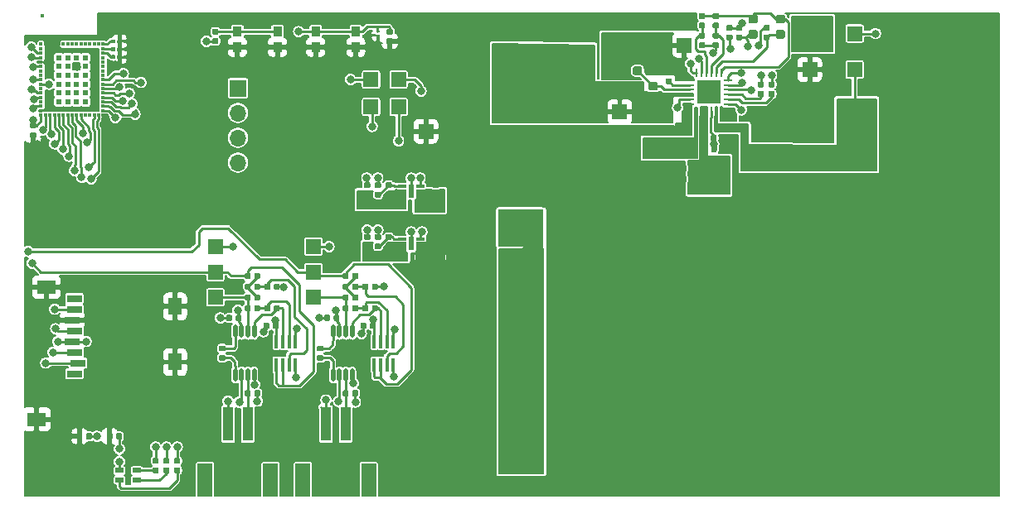
<source format=gtl>
G04 #@! TF.GenerationSoftware,KiCad,Pcbnew,(5.1.5)-3*
G04 #@! TF.CreationDate,2021-03-29T18:53:01-07:00*
G04 #@! TF.ProjectId,PatchV2,50617463-6856-4322-9e6b-696361645f70,rev?*
G04 #@! TF.SameCoordinates,Original*
G04 #@! TF.FileFunction,Copper,L1,Top*
G04 #@! TF.FilePolarity,Positive*
%FSLAX46Y46*%
G04 Gerber Fmt 4.6, Leading zero omitted, Abs format (unit mm)*
G04 Created by KiCad (PCBNEW (5.1.5)-3) date 2021-03-29 18:53:01*
%MOMM*%
%LPD*%
G04 APERTURE LIST*
%ADD10C,0.100000*%
%ADD11R,0.430000X0.430000*%
%ADD12R,0.600000X0.600000*%
%ADD13R,0.300000X0.350000*%
%ADD14R,0.350000X0.350000*%
%ADD15R,0.350000X0.300000*%
%ADD16C,5.000000*%
%ADD17R,0.804800X0.300000*%
%ADD18R,0.610000X1.420000*%
%ADD19R,0.254000X0.812800*%
%ADD20R,0.812800X0.254000*%
%ADD21R,2.438400X2.438400*%
%ADD22R,0.431800X1.320800*%
%ADD23O,0.449999X1.350000*%
%ADD24R,1.500000X1.500000*%
%ADD25C,3.000000*%
%ADD26R,0.900000X1.000000*%
%ADD27C,1.524000*%
%ADD28R,2.400000X1.500000*%
%ADD29R,1.000001X3.500001*%
%ADD30R,1.500000X3.400001*%
%ADD31R,1.900000X1.400000*%
%ADD32R,1.400000X1.800000*%
%ADD33R,1.500000X0.800000*%
%ADD34O,1.700000X1.700000*%
%ADD35R,1.700000X1.700000*%
%ADD36R,0.850000X0.500000*%
%ADD37R,0.304800X0.228600*%
%ADD38R,3.000000X4.000000*%
%ADD39C,0.800000*%
%ADD40C,0.250000*%
%ADD41C,0.228600*%
%ADD42C,1.778000*%
%ADD43C,0.177800*%
G04 APERTURE END LIST*
D10*
G36*
X103100000Y-74100000D02*
G01*
X98600000Y-74100000D01*
X98600000Y-70400000D01*
X103100000Y-70400000D01*
X103100000Y-74100000D01*
G37*
X103100000Y-74100000D02*
X98600000Y-74100000D01*
X98600000Y-70400000D01*
X103100000Y-70400000D01*
X103100000Y-74100000D01*
D11*
X58125000Y-50540000D03*
X52025000Y-50540000D03*
D12*
X55525000Y-55775000D03*
X55525000Y-56675000D03*
X55525000Y-57575000D03*
X55525000Y-58475000D03*
X54625000Y-58475000D03*
X54625000Y-57575000D03*
X54625000Y-56675000D03*
X54625000Y-55775000D03*
X54625000Y-54875000D03*
X55525000Y-54875000D03*
X56425000Y-54875000D03*
X56425000Y-55775000D03*
X56425000Y-56675000D03*
X56425000Y-57575000D03*
X56425000Y-58475000D03*
X56425000Y-59375000D03*
X55525000Y-59375000D03*
X54625000Y-59375000D03*
X53725000Y-59375000D03*
X53725000Y-58475000D03*
X53725000Y-57575000D03*
X53725000Y-56675000D03*
X53725000Y-55775000D03*
X53725000Y-54875000D03*
D13*
X52375000Y-53500000D03*
X52825000Y-53500000D03*
X53275000Y-53500000D03*
X53725000Y-53500000D03*
X54175000Y-53500000D03*
X54625000Y-53500000D03*
X55075000Y-53500000D03*
X55525000Y-53500000D03*
X55975000Y-53500000D03*
X56425000Y-53500000D03*
X56875000Y-53500000D03*
X57325000Y-53500000D03*
X57775000Y-53500000D03*
D14*
X58250000Y-53500000D03*
D15*
X58250000Y-53975000D03*
X58250000Y-54425000D03*
X58250000Y-54875000D03*
X58250000Y-55325000D03*
X58250000Y-55775000D03*
X58250000Y-56225000D03*
X58250000Y-56675000D03*
X58250000Y-57125000D03*
X58250000Y-57575000D03*
X58250000Y-58025000D03*
X58250000Y-58475000D03*
X58250000Y-58925000D03*
X58250000Y-59375000D03*
X58250000Y-59825000D03*
X58250000Y-60275000D03*
D14*
X58250000Y-60750000D03*
D13*
X57775000Y-60750000D03*
X57325000Y-60750000D03*
X56875000Y-60750000D03*
X56425000Y-60750000D03*
X55975000Y-60750000D03*
X55525000Y-60750000D03*
X55075000Y-60750000D03*
X54625000Y-60750000D03*
X54175000Y-60750000D03*
X53725000Y-60750000D03*
X53275000Y-60750000D03*
X52825000Y-60750000D03*
X52375000Y-60750000D03*
D14*
X51900000Y-60750000D03*
D15*
X51900000Y-60275000D03*
X51900000Y-59825000D03*
X51900000Y-59375000D03*
X51900000Y-58925000D03*
X51900000Y-58475000D03*
X51900000Y-58025000D03*
X51900000Y-57575000D03*
X51900000Y-57125000D03*
X51900000Y-56675000D03*
X51900000Y-56225000D03*
X51900000Y-55775000D03*
X51900000Y-55325000D03*
X51900000Y-54875000D03*
X51900000Y-54425000D03*
X51900000Y-53975000D03*
D14*
X51900000Y-53500000D03*
D16*
X90800000Y-52800000D03*
X112500000Y-97200000D03*
X147200000Y-52800000D03*
X147200000Y-97200000D03*
X52800000Y-97200000D03*
G04 #@! TA.AperFunction,SMDPad,CuDef*
D10*
G36*
X124877691Y-50476053D02*
G01*
X124898926Y-50479203D01*
X124919750Y-50484419D01*
X124939962Y-50491651D01*
X124959368Y-50500830D01*
X124977781Y-50511866D01*
X124995024Y-50524654D01*
X125010930Y-50539070D01*
X125025346Y-50554976D01*
X125038134Y-50572219D01*
X125049170Y-50590632D01*
X125058349Y-50610038D01*
X125065581Y-50630250D01*
X125070797Y-50651074D01*
X125073947Y-50672309D01*
X125075000Y-50693750D01*
X125075000Y-51131250D01*
X125073947Y-51152691D01*
X125070797Y-51173926D01*
X125065581Y-51194750D01*
X125058349Y-51214962D01*
X125049170Y-51234368D01*
X125038134Y-51252781D01*
X125025346Y-51270024D01*
X125010930Y-51285930D01*
X124995024Y-51300346D01*
X124977781Y-51313134D01*
X124959368Y-51324170D01*
X124939962Y-51333349D01*
X124919750Y-51340581D01*
X124898926Y-51345797D01*
X124877691Y-51348947D01*
X124856250Y-51350000D01*
X124343750Y-51350000D01*
X124322309Y-51348947D01*
X124301074Y-51345797D01*
X124280250Y-51340581D01*
X124260038Y-51333349D01*
X124240632Y-51324170D01*
X124222219Y-51313134D01*
X124204976Y-51300346D01*
X124189070Y-51285930D01*
X124174654Y-51270024D01*
X124161866Y-51252781D01*
X124150830Y-51234368D01*
X124141651Y-51214962D01*
X124134419Y-51194750D01*
X124129203Y-51173926D01*
X124126053Y-51152691D01*
X124125000Y-51131250D01*
X124125000Y-50693750D01*
X124126053Y-50672309D01*
X124129203Y-50651074D01*
X124134419Y-50630250D01*
X124141651Y-50610038D01*
X124150830Y-50590632D01*
X124161866Y-50572219D01*
X124174654Y-50554976D01*
X124189070Y-50539070D01*
X124204976Y-50524654D01*
X124222219Y-50511866D01*
X124240632Y-50500830D01*
X124260038Y-50491651D01*
X124280250Y-50484419D01*
X124301074Y-50479203D01*
X124322309Y-50476053D01*
X124343750Y-50475000D01*
X124856250Y-50475000D01*
X124877691Y-50476053D01*
G37*
G04 #@! TD.AperFunction*
G04 #@! TA.AperFunction,SMDPad,CuDef*
G36*
X124877691Y-52051053D02*
G01*
X124898926Y-52054203D01*
X124919750Y-52059419D01*
X124939962Y-52066651D01*
X124959368Y-52075830D01*
X124977781Y-52086866D01*
X124995024Y-52099654D01*
X125010930Y-52114070D01*
X125025346Y-52129976D01*
X125038134Y-52147219D01*
X125049170Y-52165632D01*
X125058349Y-52185038D01*
X125065581Y-52205250D01*
X125070797Y-52226074D01*
X125073947Y-52247309D01*
X125075000Y-52268750D01*
X125075000Y-52706250D01*
X125073947Y-52727691D01*
X125070797Y-52748926D01*
X125065581Y-52769750D01*
X125058349Y-52789962D01*
X125049170Y-52809368D01*
X125038134Y-52827781D01*
X125025346Y-52845024D01*
X125010930Y-52860930D01*
X124995024Y-52875346D01*
X124977781Y-52888134D01*
X124959368Y-52899170D01*
X124939962Y-52908349D01*
X124919750Y-52915581D01*
X124898926Y-52920797D01*
X124877691Y-52923947D01*
X124856250Y-52925000D01*
X124343750Y-52925000D01*
X124322309Y-52923947D01*
X124301074Y-52920797D01*
X124280250Y-52915581D01*
X124260038Y-52908349D01*
X124240632Y-52899170D01*
X124222219Y-52888134D01*
X124204976Y-52875346D01*
X124189070Y-52860930D01*
X124174654Y-52845024D01*
X124161866Y-52827781D01*
X124150830Y-52809368D01*
X124141651Y-52789962D01*
X124134419Y-52769750D01*
X124129203Y-52748926D01*
X124126053Y-52727691D01*
X124125000Y-52706250D01*
X124125000Y-52268750D01*
X124126053Y-52247309D01*
X124129203Y-52226074D01*
X124134419Y-52205250D01*
X124141651Y-52185038D01*
X124150830Y-52165632D01*
X124161866Y-52147219D01*
X124174654Y-52129976D01*
X124189070Y-52114070D01*
X124204976Y-52099654D01*
X124222219Y-52086866D01*
X124240632Y-52075830D01*
X124260038Y-52066651D01*
X124280250Y-52059419D01*
X124301074Y-52054203D01*
X124322309Y-52051053D01*
X124343750Y-52050000D01*
X124856250Y-52050000D01*
X124877691Y-52051053D01*
G37*
G04 #@! TD.AperFunction*
G04 #@! TA.AperFunction,SMDPad,CuDef*
G36*
X123386958Y-52490710D02*
G01*
X123401276Y-52492834D01*
X123415317Y-52496351D01*
X123428946Y-52501228D01*
X123442031Y-52507417D01*
X123454447Y-52514858D01*
X123466073Y-52523481D01*
X123476798Y-52533202D01*
X123486519Y-52543927D01*
X123495142Y-52555553D01*
X123502583Y-52567969D01*
X123508772Y-52581054D01*
X123513649Y-52594683D01*
X123517166Y-52608724D01*
X123519290Y-52623042D01*
X123520000Y-52637500D01*
X123520000Y-52932500D01*
X123519290Y-52946958D01*
X123517166Y-52961276D01*
X123513649Y-52975317D01*
X123508772Y-52988946D01*
X123502583Y-53002031D01*
X123495142Y-53014447D01*
X123486519Y-53026073D01*
X123476798Y-53036798D01*
X123466073Y-53046519D01*
X123454447Y-53055142D01*
X123442031Y-53062583D01*
X123428946Y-53068772D01*
X123415317Y-53073649D01*
X123401276Y-53077166D01*
X123386958Y-53079290D01*
X123372500Y-53080000D01*
X123027500Y-53080000D01*
X123013042Y-53079290D01*
X122998724Y-53077166D01*
X122984683Y-53073649D01*
X122971054Y-53068772D01*
X122957969Y-53062583D01*
X122945553Y-53055142D01*
X122933927Y-53046519D01*
X122923202Y-53036798D01*
X122913481Y-53026073D01*
X122904858Y-53014447D01*
X122897417Y-53002031D01*
X122891228Y-52988946D01*
X122886351Y-52975317D01*
X122882834Y-52961276D01*
X122880710Y-52946958D01*
X122880000Y-52932500D01*
X122880000Y-52637500D01*
X122880710Y-52623042D01*
X122882834Y-52608724D01*
X122886351Y-52594683D01*
X122891228Y-52581054D01*
X122897417Y-52567969D01*
X122904858Y-52555553D01*
X122913481Y-52543927D01*
X122923202Y-52533202D01*
X122933927Y-52523481D01*
X122945553Y-52514858D01*
X122957969Y-52507417D01*
X122971054Y-52501228D01*
X122984683Y-52496351D01*
X122998724Y-52492834D01*
X123013042Y-52490710D01*
X123027500Y-52490000D01*
X123372500Y-52490000D01*
X123386958Y-52490710D01*
G37*
G04 #@! TD.AperFunction*
G04 #@! TA.AperFunction,SMDPad,CuDef*
G36*
X123386958Y-51520710D02*
G01*
X123401276Y-51522834D01*
X123415317Y-51526351D01*
X123428946Y-51531228D01*
X123442031Y-51537417D01*
X123454447Y-51544858D01*
X123466073Y-51553481D01*
X123476798Y-51563202D01*
X123486519Y-51573927D01*
X123495142Y-51585553D01*
X123502583Y-51597969D01*
X123508772Y-51611054D01*
X123513649Y-51624683D01*
X123517166Y-51638724D01*
X123519290Y-51653042D01*
X123520000Y-51667500D01*
X123520000Y-51962500D01*
X123519290Y-51976958D01*
X123517166Y-51991276D01*
X123513649Y-52005317D01*
X123508772Y-52018946D01*
X123502583Y-52032031D01*
X123495142Y-52044447D01*
X123486519Y-52056073D01*
X123476798Y-52066798D01*
X123466073Y-52076519D01*
X123454447Y-52085142D01*
X123442031Y-52092583D01*
X123428946Y-52098772D01*
X123415317Y-52103649D01*
X123401276Y-52107166D01*
X123386958Y-52109290D01*
X123372500Y-52110000D01*
X123027500Y-52110000D01*
X123013042Y-52109290D01*
X122998724Y-52107166D01*
X122984683Y-52103649D01*
X122971054Y-52098772D01*
X122957969Y-52092583D01*
X122945553Y-52085142D01*
X122933927Y-52076519D01*
X122923202Y-52066798D01*
X122913481Y-52056073D01*
X122904858Y-52044447D01*
X122897417Y-52032031D01*
X122891228Y-52018946D01*
X122886351Y-52005317D01*
X122882834Y-51991276D01*
X122880710Y-51976958D01*
X122880000Y-51962500D01*
X122880000Y-51667500D01*
X122880710Y-51653042D01*
X122882834Y-51638724D01*
X122886351Y-51624683D01*
X122891228Y-51611054D01*
X122897417Y-51597969D01*
X122904858Y-51585553D01*
X122913481Y-51573927D01*
X122923202Y-51563202D01*
X122933927Y-51553481D01*
X122945553Y-51544858D01*
X122957969Y-51537417D01*
X122971054Y-51531228D01*
X122984683Y-51526351D01*
X122998724Y-51522834D01*
X123013042Y-51520710D01*
X123027500Y-51520000D01*
X123372500Y-51520000D01*
X123386958Y-51520710D01*
G37*
G04 #@! TD.AperFunction*
D17*
X88747600Y-73400000D03*
X88747600Y-73900000D03*
X88747600Y-74400000D03*
X90652400Y-74400000D03*
X90652400Y-73900000D03*
X90652400Y-73400000D03*
D18*
X89700000Y-73900000D03*
D17*
X88747600Y-68000000D03*
X88747600Y-68500000D03*
X88747600Y-69000000D03*
X90652400Y-69000000D03*
X90652400Y-68500000D03*
X90652400Y-68000000D03*
D18*
X89700000Y-68500000D03*
D19*
X121350000Y-56451602D03*
X120850001Y-56451602D03*
X120350000Y-56451602D03*
X119850000Y-56451602D03*
X119349999Y-56451602D03*
X118850000Y-56451602D03*
D20*
X118151602Y-57150000D03*
X118151602Y-57649999D03*
X118151602Y-58150000D03*
X118151602Y-58650000D03*
X118151602Y-59150001D03*
X118151602Y-59650000D03*
D19*
X118850000Y-60348398D03*
X119349999Y-60348398D03*
X119850000Y-60348398D03*
X120350000Y-60348398D03*
X120850001Y-60348398D03*
X121350000Y-60348398D03*
D20*
X122048398Y-59650000D03*
X122048398Y-59150001D03*
X122048398Y-58650000D03*
X122048398Y-58150000D03*
X122048398Y-57649999D03*
X122048398Y-57150000D03*
D21*
X120100000Y-58400000D03*
D22*
X85925001Y-83906200D03*
X86574999Y-83906200D03*
X87225001Y-83906200D03*
X87874999Y-83906200D03*
X87874999Y-86293800D03*
X87225001Y-86293800D03*
X86574999Y-86293800D03*
X85925001Y-86293800D03*
X75925001Y-86293800D03*
X76574999Y-86293800D03*
X77225001Y-86293800D03*
X77874999Y-86293800D03*
X77874999Y-83906200D03*
X77225001Y-83906200D03*
X76574999Y-83906200D03*
X75925001Y-83906200D03*
D23*
X81725001Y-82874998D03*
X82375002Y-82874998D03*
X83025001Y-82874998D03*
X83675002Y-82874998D03*
X83675002Y-87324999D03*
X83025001Y-87324999D03*
X82375002Y-87324999D03*
X81725001Y-87324999D03*
X71725001Y-87324999D03*
X72375002Y-87324999D03*
X73025001Y-87324999D03*
X73675002Y-87324999D03*
X73675002Y-82874998D03*
X73025001Y-82874998D03*
X72375002Y-82874998D03*
X71725001Y-82874998D03*
D24*
X130400000Y-56100000D03*
X130400000Y-52400000D03*
X135000000Y-52400000D03*
X135000000Y-56100000D03*
X117600000Y-53600000D03*
X111000000Y-60400000D03*
X79700000Y-79400000D03*
X69700000Y-79400000D03*
X69700000Y-76800000D03*
X79700000Y-76800000D03*
X69700000Y-74200000D03*
X79700000Y-74200000D03*
X91200000Y-62400000D03*
X88400000Y-59900000D03*
X85600000Y-59900000D03*
X88400000Y-57100000D03*
X85600000Y-57100000D03*
D25*
X101000000Y-95500000D03*
X101000000Y-56500000D03*
D26*
X76050000Y-52200000D03*
X76050000Y-53800000D03*
X71950000Y-53800000D03*
X71950000Y-52200000D03*
X84050000Y-52200000D03*
X84050000Y-53800000D03*
X79950000Y-53800000D03*
X79950000Y-52200000D03*
G04 #@! TA.AperFunction,SMDPad,CuDef*
D10*
G36*
X86486958Y-72920710D02*
G01*
X86501276Y-72922834D01*
X86515317Y-72926351D01*
X86528946Y-72931228D01*
X86542031Y-72937417D01*
X86554447Y-72944858D01*
X86566073Y-72953481D01*
X86576798Y-72963202D01*
X86586519Y-72973927D01*
X86595142Y-72985553D01*
X86602583Y-72997969D01*
X86608772Y-73011054D01*
X86613649Y-73024683D01*
X86617166Y-73038724D01*
X86619290Y-73053042D01*
X86620000Y-73067500D01*
X86620000Y-73362500D01*
X86619290Y-73376958D01*
X86617166Y-73391276D01*
X86613649Y-73405317D01*
X86608772Y-73418946D01*
X86602583Y-73432031D01*
X86595142Y-73444447D01*
X86586519Y-73456073D01*
X86576798Y-73466798D01*
X86566073Y-73476519D01*
X86554447Y-73485142D01*
X86542031Y-73492583D01*
X86528946Y-73498772D01*
X86515317Y-73503649D01*
X86501276Y-73507166D01*
X86486958Y-73509290D01*
X86472500Y-73510000D01*
X86127500Y-73510000D01*
X86113042Y-73509290D01*
X86098724Y-73507166D01*
X86084683Y-73503649D01*
X86071054Y-73498772D01*
X86057969Y-73492583D01*
X86045553Y-73485142D01*
X86033927Y-73476519D01*
X86023202Y-73466798D01*
X86013481Y-73456073D01*
X86004858Y-73444447D01*
X85997417Y-73432031D01*
X85991228Y-73418946D01*
X85986351Y-73405317D01*
X85982834Y-73391276D01*
X85980710Y-73376958D01*
X85980000Y-73362500D01*
X85980000Y-73067500D01*
X85980710Y-73053042D01*
X85982834Y-73038724D01*
X85986351Y-73024683D01*
X85991228Y-73011054D01*
X85997417Y-72997969D01*
X86004858Y-72985553D01*
X86013481Y-72973927D01*
X86023202Y-72963202D01*
X86033927Y-72953481D01*
X86045553Y-72944858D01*
X86057969Y-72937417D01*
X86071054Y-72931228D01*
X86084683Y-72926351D01*
X86098724Y-72922834D01*
X86113042Y-72920710D01*
X86127500Y-72920000D01*
X86472500Y-72920000D01*
X86486958Y-72920710D01*
G37*
G04 #@! TD.AperFunction*
G04 #@! TA.AperFunction,SMDPad,CuDef*
G36*
X86486958Y-73890710D02*
G01*
X86501276Y-73892834D01*
X86515317Y-73896351D01*
X86528946Y-73901228D01*
X86542031Y-73907417D01*
X86554447Y-73914858D01*
X86566073Y-73923481D01*
X86576798Y-73933202D01*
X86586519Y-73943927D01*
X86595142Y-73955553D01*
X86602583Y-73967969D01*
X86608772Y-73981054D01*
X86613649Y-73994683D01*
X86617166Y-74008724D01*
X86619290Y-74023042D01*
X86620000Y-74037500D01*
X86620000Y-74332500D01*
X86619290Y-74346958D01*
X86617166Y-74361276D01*
X86613649Y-74375317D01*
X86608772Y-74388946D01*
X86602583Y-74402031D01*
X86595142Y-74414447D01*
X86586519Y-74426073D01*
X86576798Y-74436798D01*
X86566073Y-74446519D01*
X86554447Y-74455142D01*
X86542031Y-74462583D01*
X86528946Y-74468772D01*
X86515317Y-74473649D01*
X86501276Y-74477166D01*
X86486958Y-74479290D01*
X86472500Y-74480000D01*
X86127500Y-74480000D01*
X86113042Y-74479290D01*
X86098724Y-74477166D01*
X86084683Y-74473649D01*
X86071054Y-74468772D01*
X86057969Y-74462583D01*
X86045553Y-74455142D01*
X86033927Y-74446519D01*
X86023202Y-74436798D01*
X86013481Y-74426073D01*
X86004858Y-74414447D01*
X85997417Y-74402031D01*
X85991228Y-74388946D01*
X85986351Y-74375317D01*
X85982834Y-74361276D01*
X85980710Y-74346958D01*
X85980000Y-74332500D01*
X85980000Y-74037500D01*
X85980710Y-74023042D01*
X85982834Y-74008724D01*
X85986351Y-73994683D01*
X85991228Y-73981054D01*
X85997417Y-73967969D01*
X86004858Y-73955553D01*
X86013481Y-73943927D01*
X86023202Y-73933202D01*
X86033927Y-73923481D01*
X86045553Y-73914858D01*
X86057969Y-73907417D01*
X86071054Y-73901228D01*
X86084683Y-73896351D01*
X86098724Y-73892834D01*
X86113042Y-73890710D01*
X86127500Y-73890000D01*
X86472500Y-73890000D01*
X86486958Y-73890710D01*
G37*
G04 #@! TD.AperFunction*
G04 #@! TA.AperFunction,SMDPad,CuDef*
G36*
X87586958Y-72920710D02*
G01*
X87601276Y-72922834D01*
X87615317Y-72926351D01*
X87628946Y-72931228D01*
X87642031Y-72937417D01*
X87654447Y-72944858D01*
X87666073Y-72953481D01*
X87676798Y-72963202D01*
X87686519Y-72973927D01*
X87695142Y-72985553D01*
X87702583Y-72997969D01*
X87708772Y-73011054D01*
X87713649Y-73024683D01*
X87717166Y-73038724D01*
X87719290Y-73053042D01*
X87720000Y-73067500D01*
X87720000Y-73362500D01*
X87719290Y-73376958D01*
X87717166Y-73391276D01*
X87713649Y-73405317D01*
X87708772Y-73418946D01*
X87702583Y-73432031D01*
X87695142Y-73444447D01*
X87686519Y-73456073D01*
X87676798Y-73466798D01*
X87666073Y-73476519D01*
X87654447Y-73485142D01*
X87642031Y-73492583D01*
X87628946Y-73498772D01*
X87615317Y-73503649D01*
X87601276Y-73507166D01*
X87586958Y-73509290D01*
X87572500Y-73510000D01*
X87227500Y-73510000D01*
X87213042Y-73509290D01*
X87198724Y-73507166D01*
X87184683Y-73503649D01*
X87171054Y-73498772D01*
X87157969Y-73492583D01*
X87145553Y-73485142D01*
X87133927Y-73476519D01*
X87123202Y-73466798D01*
X87113481Y-73456073D01*
X87104858Y-73444447D01*
X87097417Y-73432031D01*
X87091228Y-73418946D01*
X87086351Y-73405317D01*
X87082834Y-73391276D01*
X87080710Y-73376958D01*
X87080000Y-73362500D01*
X87080000Y-73067500D01*
X87080710Y-73053042D01*
X87082834Y-73038724D01*
X87086351Y-73024683D01*
X87091228Y-73011054D01*
X87097417Y-72997969D01*
X87104858Y-72985553D01*
X87113481Y-72973927D01*
X87123202Y-72963202D01*
X87133927Y-72953481D01*
X87145553Y-72944858D01*
X87157969Y-72937417D01*
X87171054Y-72931228D01*
X87184683Y-72926351D01*
X87198724Y-72922834D01*
X87213042Y-72920710D01*
X87227500Y-72920000D01*
X87572500Y-72920000D01*
X87586958Y-72920710D01*
G37*
G04 #@! TD.AperFunction*
G04 #@! TA.AperFunction,SMDPad,CuDef*
G36*
X87586958Y-73890710D02*
G01*
X87601276Y-73892834D01*
X87615317Y-73896351D01*
X87628946Y-73901228D01*
X87642031Y-73907417D01*
X87654447Y-73914858D01*
X87666073Y-73923481D01*
X87676798Y-73933202D01*
X87686519Y-73943927D01*
X87695142Y-73955553D01*
X87702583Y-73967969D01*
X87708772Y-73981054D01*
X87713649Y-73994683D01*
X87717166Y-74008724D01*
X87719290Y-74023042D01*
X87720000Y-74037500D01*
X87720000Y-74332500D01*
X87719290Y-74346958D01*
X87717166Y-74361276D01*
X87713649Y-74375317D01*
X87708772Y-74388946D01*
X87702583Y-74402031D01*
X87695142Y-74414447D01*
X87686519Y-74426073D01*
X87676798Y-74436798D01*
X87666073Y-74446519D01*
X87654447Y-74455142D01*
X87642031Y-74462583D01*
X87628946Y-74468772D01*
X87615317Y-74473649D01*
X87601276Y-74477166D01*
X87586958Y-74479290D01*
X87572500Y-74480000D01*
X87227500Y-74480000D01*
X87213042Y-74479290D01*
X87198724Y-74477166D01*
X87184683Y-74473649D01*
X87171054Y-74468772D01*
X87157969Y-74462583D01*
X87145553Y-74455142D01*
X87133927Y-74446519D01*
X87123202Y-74436798D01*
X87113481Y-74426073D01*
X87104858Y-74414447D01*
X87097417Y-74402031D01*
X87091228Y-74388946D01*
X87086351Y-74375317D01*
X87082834Y-74361276D01*
X87080710Y-74346958D01*
X87080000Y-74332500D01*
X87080000Y-74037500D01*
X87080710Y-74023042D01*
X87082834Y-74008724D01*
X87086351Y-73994683D01*
X87091228Y-73981054D01*
X87097417Y-73967969D01*
X87104858Y-73955553D01*
X87113481Y-73943927D01*
X87123202Y-73933202D01*
X87133927Y-73923481D01*
X87145553Y-73914858D01*
X87157969Y-73907417D01*
X87171054Y-73901228D01*
X87184683Y-73896351D01*
X87198724Y-73892834D01*
X87213042Y-73890710D01*
X87227500Y-73890000D01*
X87572500Y-73890000D01*
X87586958Y-73890710D01*
G37*
G04 #@! TD.AperFunction*
G04 #@! TA.AperFunction,SMDPad,CuDef*
G36*
X86486958Y-67620710D02*
G01*
X86501276Y-67622834D01*
X86515317Y-67626351D01*
X86528946Y-67631228D01*
X86542031Y-67637417D01*
X86554447Y-67644858D01*
X86566073Y-67653481D01*
X86576798Y-67663202D01*
X86586519Y-67673927D01*
X86595142Y-67685553D01*
X86602583Y-67697969D01*
X86608772Y-67711054D01*
X86613649Y-67724683D01*
X86617166Y-67738724D01*
X86619290Y-67753042D01*
X86620000Y-67767500D01*
X86620000Y-68062500D01*
X86619290Y-68076958D01*
X86617166Y-68091276D01*
X86613649Y-68105317D01*
X86608772Y-68118946D01*
X86602583Y-68132031D01*
X86595142Y-68144447D01*
X86586519Y-68156073D01*
X86576798Y-68166798D01*
X86566073Y-68176519D01*
X86554447Y-68185142D01*
X86542031Y-68192583D01*
X86528946Y-68198772D01*
X86515317Y-68203649D01*
X86501276Y-68207166D01*
X86486958Y-68209290D01*
X86472500Y-68210000D01*
X86127500Y-68210000D01*
X86113042Y-68209290D01*
X86098724Y-68207166D01*
X86084683Y-68203649D01*
X86071054Y-68198772D01*
X86057969Y-68192583D01*
X86045553Y-68185142D01*
X86033927Y-68176519D01*
X86023202Y-68166798D01*
X86013481Y-68156073D01*
X86004858Y-68144447D01*
X85997417Y-68132031D01*
X85991228Y-68118946D01*
X85986351Y-68105317D01*
X85982834Y-68091276D01*
X85980710Y-68076958D01*
X85980000Y-68062500D01*
X85980000Y-67767500D01*
X85980710Y-67753042D01*
X85982834Y-67738724D01*
X85986351Y-67724683D01*
X85991228Y-67711054D01*
X85997417Y-67697969D01*
X86004858Y-67685553D01*
X86013481Y-67673927D01*
X86023202Y-67663202D01*
X86033927Y-67653481D01*
X86045553Y-67644858D01*
X86057969Y-67637417D01*
X86071054Y-67631228D01*
X86084683Y-67626351D01*
X86098724Y-67622834D01*
X86113042Y-67620710D01*
X86127500Y-67620000D01*
X86472500Y-67620000D01*
X86486958Y-67620710D01*
G37*
G04 #@! TD.AperFunction*
G04 #@! TA.AperFunction,SMDPad,CuDef*
G36*
X86486958Y-68590710D02*
G01*
X86501276Y-68592834D01*
X86515317Y-68596351D01*
X86528946Y-68601228D01*
X86542031Y-68607417D01*
X86554447Y-68614858D01*
X86566073Y-68623481D01*
X86576798Y-68633202D01*
X86586519Y-68643927D01*
X86595142Y-68655553D01*
X86602583Y-68667969D01*
X86608772Y-68681054D01*
X86613649Y-68694683D01*
X86617166Y-68708724D01*
X86619290Y-68723042D01*
X86620000Y-68737500D01*
X86620000Y-69032500D01*
X86619290Y-69046958D01*
X86617166Y-69061276D01*
X86613649Y-69075317D01*
X86608772Y-69088946D01*
X86602583Y-69102031D01*
X86595142Y-69114447D01*
X86586519Y-69126073D01*
X86576798Y-69136798D01*
X86566073Y-69146519D01*
X86554447Y-69155142D01*
X86542031Y-69162583D01*
X86528946Y-69168772D01*
X86515317Y-69173649D01*
X86501276Y-69177166D01*
X86486958Y-69179290D01*
X86472500Y-69180000D01*
X86127500Y-69180000D01*
X86113042Y-69179290D01*
X86098724Y-69177166D01*
X86084683Y-69173649D01*
X86071054Y-69168772D01*
X86057969Y-69162583D01*
X86045553Y-69155142D01*
X86033927Y-69146519D01*
X86023202Y-69136798D01*
X86013481Y-69126073D01*
X86004858Y-69114447D01*
X85997417Y-69102031D01*
X85991228Y-69088946D01*
X85986351Y-69075317D01*
X85982834Y-69061276D01*
X85980710Y-69046958D01*
X85980000Y-69032500D01*
X85980000Y-68737500D01*
X85980710Y-68723042D01*
X85982834Y-68708724D01*
X85986351Y-68694683D01*
X85991228Y-68681054D01*
X85997417Y-68667969D01*
X86004858Y-68655553D01*
X86013481Y-68643927D01*
X86023202Y-68633202D01*
X86033927Y-68623481D01*
X86045553Y-68614858D01*
X86057969Y-68607417D01*
X86071054Y-68601228D01*
X86084683Y-68596351D01*
X86098724Y-68592834D01*
X86113042Y-68590710D01*
X86127500Y-68590000D01*
X86472500Y-68590000D01*
X86486958Y-68590710D01*
G37*
G04 #@! TD.AperFunction*
G04 #@! TA.AperFunction,SMDPad,CuDef*
G36*
X87586958Y-67620710D02*
G01*
X87601276Y-67622834D01*
X87615317Y-67626351D01*
X87628946Y-67631228D01*
X87642031Y-67637417D01*
X87654447Y-67644858D01*
X87666073Y-67653481D01*
X87676798Y-67663202D01*
X87686519Y-67673927D01*
X87695142Y-67685553D01*
X87702583Y-67697969D01*
X87708772Y-67711054D01*
X87713649Y-67724683D01*
X87717166Y-67738724D01*
X87719290Y-67753042D01*
X87720000Y-67767500D01*
X87720000Y-68062500D01*
X87719290Y-68076958D01*
X87717166Y-68091276D01*
X87713649Y-68105317D01*
X87708772Y-68118946D01*
X87702583Y-68132031D01*
X87695142Y-68144447D01*
X87686519Y-68156073D01*
X87676798Y-68166798D01*
X87666073Y-68176519D01*
X87654447Y-68185142D01*
X87642031Y-68192583D01*
X87628946Y-68198772D01*
X87615317Y-68203649D01*
X87601276Y-68207166D01*
X87586958Y-68209290D01*
X87572500Y-68210000D01*
X87227500Y-68210000D01*
X87213042Y-68209290D01*
X87198724Y-68207166D01*
X87184683Y-68203649D01*
X87171054Y-68198772D01*
X87157969Y-68192583D01*
X87145553Y-68185142D01*
X87133927Y-68176519D01*
X87123202Y-68166798D01*
X87113481Y-68156073D01*
X87104858Y-68144447D01*
X87097417Y-68132031D01*
X87091228Y-68118946D01*
X87086351Y-68105317D01*
X87082834Y-68091276D01*
X87080710Y-68076958D01*
X87080000Y-68062500D01*
X87080000Y-67767500D01*
X87080710Y-67753042D01*
X87082834Y-67738724D01*
X87086351Y-67724683D01*
X87091228Y-67711054D01*
X87097417Y-67697969D01*
X87104858Y-67685553D01*
X87113481Y-67673927D01*
X87123202Y-67663202D01*
X87133927Y-67653481D01*
X87145553Y-67644858D01*
X87157969Y-67637417D01*
X87171054Y-67631228D01*
X87184683Y-67626351D01*
X87198724Y-67622834D01*
X87213042Y-67620710D01*
X87227500Y-67620000D01*
X87572500Y-67620000D01*
X87586958Y-67620710D01*
G37*
G04 #@! TD.AperFunction*
G04 #@! TA.AperFunction,SMDPad,CuDef*
G36*
X87586958Y-68590710D02*
G01*
X87601276Y-68592834D01*
X87615317Y-68596351D01*
X87628946Y-68601228D01*
X87642031Y-68607417D01*
X87654447Y-68614858D01*
X87666073Y-68623481D01*
X87676798Y-68633202D01*
X87686519Y-68643927D01*
X87695142Y-68655553D01*
X87702583Y-68667969D01*
X87708772Y-68681054D01*
X87713649Y-68694683D01*
X87717166Y-68708724D01*
X87719290Y-68723042D01*
X87720000Y-68737500D01*
X87720000Y-69032500D01*
X87719290Y-69046958D01*
X87717166Y-69061276D01*
X87713649Y-69075317D01*
X87708772Y-69088946D01*
X87702583Y-69102031D01*
X87695142Y-69114447D01*
X87686519Y-69126073D01*
X87676798Y-69136798D01*
X87666073Y-69146519D01*
X87654447Y-69155142D01*
X87642031Y-69162583D01*
X87628946Y-69168772D01*
X87615317Y-69173649D01*
X87601276Y-69177166D01*
X87586958Y-69179290D01*
X87572500Y-69180000D01*
X87227500Y-69180000D01*
X87213042Y-69179290D01*
X87198724Y-69177166D01*
X87184683Y-69173649D01*
X87171054Y-69168772D01*
X87157969Y-69162583D01*
X87145553Y-69155142D01*
X87133927Y-69146519D01*
X87123202Y-69136798D01*
X87113481Y-69126073D01*
X87104858Y-69114447D01*
X87097417Y-69102031D01*
X87091228Y-69088946D01*
X87086351Y-69075317D01*
X87082834Y-69061276D01*
X87080710Y-69046958D01*
X87080000Y-69032500D01*
X87080000Y-68737500D01*
X87080710Y-68723042D01*
X87082834Y-68708724D01*
X87086351Y-68694683D01*
X87091228Y-68681054D01*
X87097417Y-68667969D01*
X87104858Y-68655553D01*
X87113481Y-68643927D01*
X87123202Y-68633202D01*
X87133927Y-68623481D01*
X87145553Y-68614858D01*
X87157969Y-68607417D01*
X87171054Y-68601228D01*
X87184683Y-68596351D01*
X87198724Y-68592834D01*
X87213042Y-68590710D01*
X87227500Y-68590000D01*
X87572500Y-68590000D01*
X87586958Y-68590710D01*
G37*
G04 #@! TD.AperFunction*
G04 #@! TA.AperFunction,SMDPad,CuDef*
G36*
X119586958Y-52320710D02*
G01*
X119601276Y-52322834D01*
X119615317Y-52326351D01*
X119628946Y-52331228D01*
X119642031Y-52337417D01*
X119654447Y-52344858D01*
X119666073Y-52353481D01*
X119676798Y-52363202D01*
X119686519Y-52373927D01*
X119695142Y-52385553D01*
X119702583Y-52397969D01*
X119708772Y-52411054D01*
X119713649Y-52424683D01*
X119717166Y-52438724D01*
X119719290Y-52453042D01*
X119720000Y-52467500D01*
X119720000Y-52762500D01*
X119719290Y-52776958D01*
X119717166Y-52791276D01*
X119713649Y-52805317D01*
X119708772Y-52818946D01*
X119702583Y-52832031D01*
X119695142Y-52844447D01*
X119686519Y-52856073D01*
X119676798Y-52866798D01*
X119666073Y-52876519D01*
X119654447Y-52885142D01*
X119642031Y-52892583D01*
X119628946Y-52898772D01*
X119615317Y-52903649D01*
X119601276Y-52907166D01*
X119586958Y-52909290D01*
X119572500Y-52910000D01*
X119227500Y-52910000D01*
X119213042Y-52909290D01*
X119198724Y-52907166D01*
X119184683Y-52903649D01*
X119171054Y-52898772D01*
X119157969Y-52892583D01*
X119145553Y-52885142D01*
X119133927Y-52876519D01*
X119123202Y-52866798D01*
X119113481Y-52856073D01*
X119104858Y-52844447D01*
X119097417Y-52832031D01*
X119091228Y-52818946D01*
X119086351Y-52805317D01*
X119082834Y-52791276D01*
X119080710Y-52776958D01*
X119080000Y-52762500D01*
X119080000Y-52467500D01*
X119080710Y-52453042D01*
X119082834Y-52438724D01*
X119086351Y-52424683D01*
X119091228Y-52411054D01*
X119097417Y-52397969D01*
X119104858Y-52385553D01*
X119113481Y-52373927D01*
X119123202Y-52363202D01*
X119133927Y-52353481D01*
X119145553Y-52344858D01*
X119157969Y-52337417D01*
X119171054Y-52331228D01*
X119184683Y-52326351D01*
X119198724Y-52322834D01*
X119213042Y-52320710D01*
X119227500Y-52320000D01*
X119572500Y-52320000D01*
X119586958Y-52320710D01*
G37*
G04 #@! TD.AperFunction*
G04 #@! TA.AperFunction,SMDPad,CuDef*
G36*
X119586958Y-53290710D02*
G01*
X119601276Y-53292834D01*
X119615317Y-53296351D01*
X119628946Y-53301228D01*
X119642031Y-53307417D01*
X119654447Y-53314858D01*
X119666073Y-53323481D01*
X119676798Y-53333202D01*
X119686519Y-53343927D01*
X119695142Y-53355553D01*
X119702583Y-53367969D01*
X119708772Y-53381054D01*
X119713649Y-53394683D01*
X119717166Y-53408724D01*
X119719290Y-53423042D01*
X119720000Y-53437500D01*
X119720000Y-53732500D01*
X119719290Y-53746958D01*
X119717166Y-53761276D01*
X119713649Y-53775317D01*
X119708772Y-53788946D01*
X119702583Y-53802031D01*
X119695142Y-53814447D01*
X119686519Y-53826073D01*
X119676798Y-53836798D01*
X119666073Y-53846519D01*
X119654447Y-53855142D01*
X119642031Y-53862583D01*
X119628946Y-53868772D01*
X119615317Y-53873649D01*
X119601276Y-53877166D01*
X119586958Y-53879290D01*
X119572500Y-53880000D01*
X119227500Y-53880000D01*
X119213042Y-53879290D01*
X119198724Y-53877166D01*
X119184683Y-53873649D01*
X119171054Y-53868772D01*
X119157969Y-53862583D01*
X119145553Y-53855142D01*
X119133927Y-53846519D01*
X119123202Y-53836798D01*
X119113481Y-53826073D01*
X119104858Y-53814447D01*
X119097417Y-53802031D01*
X119091228Y-53788946D01*
X119086351Y-53775317D01*
X119082834Y-53761276D01*
X119080710Y-53746958D01*
X119080000Y-53732500D01*
X119080000Y-53437500D01*
X119080710Y-53423042D01*
X119082834Y-53408724D01*
X119086351Y-53394683D01*
X119091228Y-53381054D01*
X119097417Y-53367969D01*
X119104858Y-53355553D01*
X119113481Y-53343927D01*
X119123202Y-53333202D01*
X119133927Y-53323481D01*
X119145553Y-53314858D01*
X119157969Y-53307417D01*
X119171054Y-53301228D01*
X119184683Y-53296351D01*
X119198724Y-53292834D01*
X119213042Y-53290710D01*
X119227500Y-53290000D01*
X119572500Y-53290000D01*
X119586958Y-53290710D01*
G37*
G04 #@! TD.AperFunction*
G04 #@! TA.AperFunction,SMDPad,CuDef*
G36*
X119586958Y-50320710D02*
G01*
X119601276Y-50322834D01*
X119615317Y-50326351D01*
X119628946Y-50331228D01*
X119642031Y-50337417D01*
X119654447Y-50344858D01*
X119666073Y-50353481D01*
X119676798Y-50363202D01*
X119686519Y-50373927D01*
X119695142Y-50385553D01*
X119702583Y-50397969D01*
X119708772Y-50411054D01*
X119713649Y-50424683D01*
X119717166Y-50438724D01*
X119719290Y-50453042D01*
X119720000Y-50467500D01*
X119720000Y-50762500D01*
X119719290Y-50776958D01*
X119717166Y-50791276D01*
X119713649Y-50805317D01*
X119708772Y-50818946D01*
X119702583Y-50832031D01*
X119695142Y-50844447D01*
X119686519Y-50856073D01*
X119676798Y-50866798D01*
X119666073Y-50876519D01*
X119654447Y-50885142D01*
X119642031Y-50892583D01*
X119628946Y-50898772D01*
X119615317Y-50903649D01*
X119601276Y-50907166D01*
X119586958Y-50909290D01*
X119572500Y-50910000D01*
X119227500Y-50910000D01*
X119213042Y-50909290D01*
X119198724Y-50907166D01*
X119184683Y-50903649D01*
X119171054Y-50898772D01*
X119157969Y-50892583D01*
X119145553Y-50885142D01*
X119133927Y-50876519D01*
X119123202Y-50866798D01*
X119113481Y-50856073D01*
X119104858Y-50844447D01*
X119097417Y-50832031D01*
X119091228Y-50818946D01*
X119086351Y-50805317D01*
X119082834Y-50791276D01*
X119080710Y-50776958D01*
X119080000Y-50762500D01*
X119080000Y-50467500D01*
X119080710Y-50453042D01*
X119082834Y-50438724D01*
X119086351Y-50424683D01*
X119091228Y-50411054D01*
X119097417Y-50397969D01*
X119104858Y-50385553D01*
X119113481Y-50373927D01*
X119123202Y-50363202D01*
X119133927Y-50353481D01*
X119145553Y-50344858D01*
X119157969Y-50337417D01*
X119171054Y-50331228D01*
X119184683Y-50326351D01*
X119198724Y-50322834D01*
X119213042Y-50320710D01*
X119227500Y-50320000D01*
X119572500Y-50320000D01*
X119586958Y-50320710D01*
G37*
G04 #@! TD.AperFunction*
G04 #@! TA.AperFunction,SMDPad,CuDef*
G36*
X119586958Y-51290710D02*
G01*
X119601276Y-51292834D01*
X119615317Y-51296351D01*
X119628946Y-51301228D01*
X119642031Y-51307417D01*
X119654447Y-51314858D01*
X119666073Y-51323481D01*
X119676798Y-51333202D01*
X119686519Y-51343927D01*
X119695142Y-51355553D01*
X119702583Y-51367969D01*
X119708772Y-51381054D01*
X119713649Y-51394683D01*
X119717166Y-51408724D01*
X119719290Y-51423042D01*
X119720000Y-51437500D01*
X119720000Y-51732500D01*
X119719290Y-51746958D01*
X119717166Y-51761276D01*
X119713649Y-51775317D01*
X119708772Y-51788946D01*
X119702583Y-51802031D01*
X119695142Y-51814447D01*
X119686519Y-51826073D01*
X119676798Y-51836798D01*
X119666073Y-51846519D01*
X119654447Y-51855142D01*
X119642031Y-51862583D01*
X119628946Y-51868772D01*
X119615317Y-51873649D01*
X119601276Y-51877166D01*
X119586958Y-51879290D01*
X119572500Y-51880000D01*
X119227500Y-51880000D01*
X119213042Y-51879290D01*
X119198724Y-51877166D01*
X119184683Y-51873649D01*
X119171054Y-51868772D01*
X119157969Y-51862583D01*
X119145553Y-51855142D01*
X119133927Y-51846519D01*
X119123202Y-51836798D01*
X119113481Y-51826073D01*
X119104858Y-51814447D01*
X119097417Y-51802031D01*
X119091228Y-51788946D01*
X119086351Y-51775317D01*
X119082834Y-51761276D01*
X119080710Y-51746958D01*
X119080000Y-51732500D01*
X119080000Y-51437500D01*
X119080710Y-51423042D01*
X119082834Y-51408724D01*
X119086351Y-51394683D01*
X119091228Y-51381054D01*
X119097417Y-51367969D01*
X119104858Y-51355553D01*
X119113481Y-51343927D01*
X119123202Y-51333202D01*
X119133927Y-51323481D01*
X119145553Y-51314858D01*
X119157969Y-51307417D01*
X119171054Y-51301228D01*
X119184683Y-51296351D01*
X119198724Y-51292834D01*
X119213042Y-51290710D01*
X119227500Y-51290000D01*
X119572500Y-51290000D01*
X119586958Y-51290710D01*
G37*
G04 #@! TD.AperFunction*
G04 #@! TA.AperFunction,SMDPad,CuDef*
G36*
X120986958Y-52320710D02*
G01*
X121001276Y-52322834D01*
X121015317Y-52326351D01*
X121028946Y-52331228D01*
X121042031Y-52337417D01*
X121054447Y-52344858D01*
X121066073Y-52353481D01*
X121076798Y-52363202D01*
X121086519Y-52373927D01*
X121095142Y-52385553D01*
X121102583Y-52397969D01*
X121108772Y-52411054D01*
X121113649Y-52424683D01*
X121117166Y-52438724D01*
X121119290Y-52453042D01*
X121120000Y-52467500D01*
X121120000Y-52762500D01*
X121119290Y-52776958D01*
X121117166Y-52791276D01*
X121113649Y-52805317D01*
X121108772Y-52818946D01*
X121102583Y-52832031D01*
X121095142Y-52844447D01*
X121086519Y-52856073D01*
X121076798Y-52866798D01*
X121066073Y-52876519D01*
X121054447Y-52885142D01*
X121042031Y-52892583D01*
X121028946Y-52898772D01*
X121015317Y-52903649D01*
X121001276Y-52907166D01*
X120986958Y-52909290D01*
X120972500Y-52910000D01*
X120627500Y-52910000D01*
X120613042Y-52909290D01*
X120598724Y-52907166D01*
X120584683Y-52903649D01*
X120571054Y-52898772D01*
X120557969Y-52892583D01*
X120545553Y-52885142D01*
X120533927Y-52876519D01*
X120523202Y-52866798D01*
X120513481Y-52856073D01*
X120504858Y-52844447D01*
X120497417Y-52832031D01*
X120491228Y-52818946D01*
X120486351Y-52805317D01*
X120482834Y-52791276D01*
X120480710Y-52776958D01*
X120480000Y-52762500D01*
X120480000Y-52467500D01*
X120480710Y-52453042D01*
X120482834Y-52438724D01*
X120486351Y-52424683D01*
X120491228Y-52411054D01*
X120497417Y-52397969D01*
X120504858Y-52385553D01*
X120513481Y-52373927D01*
X120523202Y-52363202D01*
X120533927Y-52353481D01*
X120545553Y-52344858D01*
X120557969Y-52337417D01*
X120571054Y-52331228D01*
X120584683Y-52326351D01*
X120598724Y-52322834D01*
X120613042Y-52320710D01*
X120627500Y-52320000D01*
X120972500Y-52320000D01*
X120986958Y-52320710D01*
G37*
G04 #@! TD.AperFunction*
G04 #@! TA.AperFunction,SMDPad,CuDef*
G36*
X120986958Y-53290710D02*
G01*
X121001276Y-53292834D01*
X121015317Y-53296351D01*
X121028946Y-53301228D01*
X121042031Y-53307417D01*
X121054447Y-53314858D01*
X121066073Y-53323481D01*
X121076798Y-53333202D01*
X121086519Y-53343927D01*
X121095142Y-53355553D01*
X121102583Y-53367969D01*
X121108772Y-53381054D01*
X121113649Y-53394683D01*
X121117166Y-53408724D01*
X121119290Y-53423042D01*
X121120000Y-53437500D01*
X121120000Y-53732500D01*
X121119290Y-53746958D01*
X121117166Y-53761276D01*
X121113649Y-53775317D01*
X121108772Y-53788946D01*
X121102583Y-53802031D01*
X121095142Y-53814447D01*
X121086519Y-53826073D01*
X121076798Y-53836798D01*
X121066073Y-53846519D01*
X121054447Y-53855142D01*
X121042031Y-53862583D01*
X121028946Y-53868772D01*
X121015317Y-53873649D01*
X121001276Y-53877166D01*
X120986958Y-53879290D01*
X120972500Y-53880000D01*
X120627500Y-53880000D01*
X120613042Y-53879290D01*
X120598724Y-53877166D01*
X120584683Y-53873649D01*
X120571054Y-53868772D01*
X120557969Y-53862583D01*
X120545553Y-53855142D01*
X120533927Y-53846519D01*
X120523202Y-53836798D01*
X120513481Y-53826073D01*
X120504858Y-53814447D01*
X120497417Y-53802031D01*
X120491228Y-53788946D01*
X120486351Y-53775317D01*
X120482834Y-53761276D01*
X120480710Y-53746958D01*
X120480000Y-53732500D01*
X120480000Y-53437500D01*
X120480710Y-53423042D01*
X120482834Y-53408724D01*
X120486351Y-53394683D01*
X120491228Y-53381054D01*
X120497417Y-53367969D01*
X120504858Y-53355553D01*
X120513481Y-53343927D01*
X120523202Y-53333202D01*
X120533927Y-53323481D01*
X120545553Y-53314858D01*
X120557969Y-53307417D01*
X120571054Y-53301228D01*
X120584683Y-53296351D01*
X120598724Y-53292834D01*
X120613042Y-53290710D01*
X120627500Y-53290000D01*
X120972500Y-53290000D01*
X120986958Y-53290710D01*
G37*
G04 #@! TD.AperFunction*
G04 #@! TA.AperFunction,SMDPad,CuDef*
G36*
X120986958Y-50320710D02*
G01*
X121001276Y-50322834D01*
X121015317Y-50326351D01*
X121028946Y-50331228D01*
X121042031Y-50337417D01*
X121054447Y-50344858D01*
X121066073Y-50353481D01*
X121076798Y-50363202D01*
X121086519Y-50373927D01*
X121095142Y-50385553D01*
X121102583Y-50397969D01*
X121108772Y-50411054D01*
X121113649Y-50424683D01*
X121117166Y-50438724D01*
X121119290Y-50453042D01*
X121120000Y-50467500D01*
X121120000Y-50762500D01*
X121119290Y-50776958D01*
X121117166Y-50791276D01*
X121113649Y-50805317D01*
X121108772Y-50818946D01*
X121102583Y-50832031D01*
X121095142Y-50844447D01*
X121086519Y-50856073D01*
X121076798Y-50866798D01*
X121066073Y-50876519D01*
X121054447Y-50885142D01*
X121042031Y-50892583D01*
X121028946Y-50898772D01*
X121015317Y-50903649D01*
X121001276Y-50907166D01*
X120986958Y-50909290D01*
X120972500Y-50910000D01*
X120627500Y-50910000D01*
X120613042Y-50909290D01*
X120598724Y-50907166D01*
X120584683Y-50903649D01*
X120571054Y-50898772D01*
X120557969Y-50892583D01*
X120545553Y-50885142D01*
X120533927Y-50876519D01*
X120523202Y-50866798D01*
X120513481Y-50856073D01*
X120504858Y-50844447D01*
X120497417Y-50832031D01*
X120491228Y-50818946D01*
X120486351Y-50805317D01*
X120482834Y-50791276D01*
X120480710Y-50776958D01*
X120480000Y-50762500D01*
X120480000Y-50467500D01*
X120480710Y-50453042D01*
X120482834Y-50438724D01*
X120486351Y-50424683D01*
X120491228Y-50411054D01*
X120497417Y-50397969D01*
X120504858Y-50385553D01*
X120513481Y-50373927D01*
X120523202Y-50363202D01*
X120533927Y-50353481D01*
X120545553Y-50344858D01*
X120557969Y-50337417D01*
X120571054Y-50331228D01*
X120584683Y-50326351D01*
X120598724Y-50322834D01*
X120613042Y-50320710D01*
X120627500Y-50320000D01*
X120972500Y-50320000D01*
X120986958Y-50320710D01*
G37*
G04 #@! TD.AperFunction*
G04 #@! TA.AperFunction,SMDPad,CuDef*
G36*
X120986958Y-51290710D02*
G01*
X121001276Y-51292834D01*
X121015317Y-51296351D01*
X121028946Y-51301228D01*
X121042031Y-51307417D01*
X121054447Y-51314858D01*
X121066073Y-51323481D01*
X121076798Y-51333202D01*
X121086519Y-51343927D01*
X121095142Y-51355553D01*
X121102583Y-51367969D01*
X121108772Y-51381054D01*
X121113649Y-51394683D01*
X121117166Y-51408724D01*
X121119290Y-51423042D01*
X121120000Y-51437500D01*
X121120000Y-51732500D01*
X121119290Y-51746958D01*
X121117166Y-51761276D01*
X121113649Y-51775317D01*
X121108772Y-51788946D01*
X121102583Y-51802031D01*
X121095142Y-51814447D01*
X121086519Y-51826073D01*
X121076798Y-51836798D01*
X121066073Y-51846519D01*
X121054447Y-51855142D01*
X121042031Y-51862583D01*
X121028946Y-51868772D01*
X121015317Y-51873649D01*
X121001276Y-51877166D01*
X120986958Y-51879290D01*
X120972500Y-51880000D01*
X120627500Y-51880000D01*
X120613042Y-51879290D01*
X120598724Y-51877166D01*
X120584683Y-51873649D01*
X120571054Y-51868772D01*
X120557969Y-51862583D01*
X120545553Y-51855142D01*
X120533927Y-51846519D01*
X120523202Y-51836798D01*
X120513481Y-51826073D01*
X120504858Y-51814447D01*
X120497417Y-51802031D01*
X120491228Y-51788946D01*
X120486351Y-51775317D01*
X120482834Y-51761276D01*
X120480710Y-51746958D01*
X120480000Y-51732500D01*
X120480000Y-51437500D01*
X120480710Y-51423042D01*
X120482834Y-51408724D01*
X120486351Y-51394683D01*
X120491228Y-51381054D01*
X120497417Y-51367969D01*
X120504858Y-51355553D01*
X120513481Y-51343927D01*
X120523202Y-51333202D01*
X120533927Y-51323481D01*
X120545553Y-51314858D01*
X120557969Y-51307417D01*
X120571054Y-51301228D01*
X120584683Y-51296351D01*
X120598724Y-51292834D01*
X120613042Y-51290710D01*
X120627500Y-51290000D01*
X120972500Y-51290000D01*
X120986958Y-51290710D01*
G37*
G04 #@! TD.AperFunction*
G04 #@! TA.AperFunction,SMDPad,CuDef*
G36*
X122386958Y-51520710D02*
G01*
X122401276Y-51522834D01*
X122415317Y-51526351D01*
X122428946Y-51531228D01*
X122442031Y-51537417D01*
X122454447Y-51544858D01*
X122466073Y-51553481D01*
X122476798Y-51563202D01*
X122486519Y-51573927D01*
X122495142Y-51585553D01*
X122502583Y-51597969D01*
X122508772Y-51611054D01*
X122513649Y-51624683D01*
X122517166Y-51638724D01*
X122519290Y-51653042D01*
X122520000Y-51667500D01*
X122520000Y-51962500D01*
X122519290Y-51976958D01*
X122517166Y-51991276D01*
X122513649Y-52005317D01*
X122508772Y-52018946D01*
X122502583Y-52032031D01*
X122495142Y-52044447D01*
X122486519Y-52056073D01*
X122476798Y-52066798D01*
X122466073Y-52076519D01*
X122454447Y-52085142D01*
X122442031Y-52092583D01*
X122428946Y-52098772D01*
X122415317Y-52103649D01*
X122401276Y-52107166D01*
X122386958Y-52109290D01*
X122372500Y-52110000D01*
X122027500Y-52110000D01*
X122013042Y-52109290D01*
X121998724Y-52107166D01*
X121984683Y-52103649D01*
X121971054Y-52098772D01*
X121957969Y-52092583D01*
X121945553Y-52085142D01*
X121933927Y-52076519D01*
X121923202Y-52066798D01*
X121913481Y-52056073D01*
X121904858Y-52044447D01*
X121897417Y-52032031D01*
X121891228Y-52018946D01*
X121886351Y-52005317D01*
X121882834Y-51991276D01*
X121880710Y-51976958D01*
X121880000Y-51962500D01*
X121880000Y-51667500D01*
X121880710Y-51653042D01*
X121882834Y-51638724D01*
X121886351Y-51624683D01*
X121891228Y-51611054D01*
X121897417Y-51597969D01*
X121904858Y-51585553D01*
X121913481Y-51573927D01*
X121923202Y-51563202D01*
X121933927Y-51553481D01*
X121945553Y-51544858D01*
X121957969Y-51537417D01*
X121971054Y-51531228D01*
X121984683Y-51526351D01*
X121998724Y-51522834D01*
X122013042Y-51520710D01*
X122027500Y-51520000D01*
X122372500Y-51520000D01*
X122386958Y-51520710D01*
G37*
G04 #@! TD.AperFunction*
G04 #@! TA.AperFunction,SMDPad,CuDef*
G36*
X122386958Y-52490710D02*
G01*
X122401276Y-52492834D01*
X122415317Y-52496351D01*
X122428946Y-52501228D01*
X122442031Y-52507417D01*
X122454447Y-52514858D01*
X122466073Y-52523481D01*
X122476798Y-52533202D01*
X122486519Y-52543927D01*
X122495142Y-52555553D01*
X122502583Y-52567969D01*
X122508772Y-52581054D01*
X122513649Y-52594683D01*
X122517166Y-52608724D01*
X122519290Y-52623042D01*
X122520000Y-52637500D01*
X122520000Y-52932500D01*
X122519290Y-52946958D01*
X122517166Y-52961276D01*
X122513649Y-52975317D01*
X122508772Y-52988946D01*
X122502583Y-53002031D01*
X122495142Y-53014447D01*
X122486519Y-53026073D01*
X122476798Y-53036798D01*
X122466073Y-53046519D01*
X122454447Y-53055142D01*
X122442031Y-53062583D01*
X122428946Y-53068772D01*
X122415317Y-53073649D01*
X122401276Y-53077166D01*
X122386958Y-53079290D01*
X122372500Y-53080000D01*
X122027500Y-53080000D01*
X122013042Y-53079290D01*
X121998724Y-53077166D01*
X121984683Y-53073649D01*
X121971054Y-53068772D01*
X121957969Y-53062583D01*
X121945553Y-53055142D01*
X121933927Y-53046519D01*
X121923202Y-53036798D01*
X121913481Y-53026073D01*
X121904858Y-53014447D01*
X121897417Y-53002031D01*
X121891228Y-52988946D01*
X121886351Y-52975317D01*
X121882834Y-52961276D01*
X121880710Y-52946958D01*
X121880000Y-52932500D01*
X121880000Y-52637500D01*
X121880710Y-52623042D01*
X121882834Y-52608724D01*
X121886351Y-52594683D01*
X121891228Y-52581054D01*
X121897417Y-52567969D01*
X121904858Y-52555553D01*
X121913481Y-52543927D01*
X121923202Y-52533202D01*
X121933927Y-52523481D01*
X121945553Y-52514858D01*
X121957969Y-52507417D01*
X121971054Y-52501228D01*
X121984683Y-52496351D01*
X121998724Y-52492834D01*
X122013042Y-52490710D01*
X122027500Y-52490000D01*
X122372500Y-52490000D01*
X122386958Y-52490710D01*
G37*
G04 #@! TD.AperFunction*
G04 #@! TA.AperFunction,SMDPad,CuDef*
G36*
X126186958Y-52490710D02*
G01*
X126201276Y-52492834D01*
X126215317Y-52496351D01*
X126228946Y-52501228D01*
X126242031Y-52507417D01*
X126254447Y-52514858D01*
X126266073Y-52523481D01*
X126276798Y-52533202D01*
X126286519Y-52543927D01*
X126295142Y-52555553D01*
X126302583Y-52567969D01*
X126308772Y-52581054D01*
X126313649Y-52594683D01*
X126317166Y-52608724D01*
X126319290Y-52623042D01*
X126320000Y-52637500D01*
X126320000Y-52932500D01*
X126319290Y-52946958D01*
X126317166Y-52961276D01*
X126313649Y-52975317D01*
X126308772Y-52988946D01*
X126302583Y-53002031D01*
X126295142Y-53014447D01*
X126286519Y-53026073D01*
X126276798Y-53036798D01*
X126266073Y-53046519D01*
X126254447Y-53055142D01*
X126242031Y-53062583D01*
X126228946Y-53068772D01*
X126215317Y-53073649D01*
X126201276Y-53077166D01*
X126186958Y-53079290D01*
X126172500Y-53080000D01*
X125827500Y-53080000D01*
X125813042Y-53079290D01*
X125798724Y-53077166D01*
X125784683Y-53073649D01*
X125771054Y-53068772D01*
X125757969Y-53062583D01*
X125745553Y-53055142D01*
X125733927Y-53046519D01*
X125723202Y-53036798D01*
X125713481Y-53026073D01*
X125704858Y-53014447D01*
X125697417Y-53002031D01*
X125691228Y-52988946D01*
X125686351Y-52975317D01*
X125682834Y-52961276D01*
X125680710Y-52946958D01*
X125680000Y-52932500D01*
X125680000Y-52637500D01*
X125680710Y-52623042D01*
X125682834Y-52608724D01*
X125686351Y-52594683D01*
X125691228Y-52581054D01*
X125697417Y-52567969D01*
X125704858Y-52555553D01*
X125713481Y-52543927D01*
X125723202Y-52533202D01*
X125733927Y-52523481D01*
X125745553Y-52514858D01*
X125757969Y-52507417D01*
X125771054Y-52501228D01*
X125784683Y-52496351D01*
X125798724Y-52492834D01*
X125813042Y-52490710D01*
X125827500Y-52490000D01*
X126172500Y-52490000D01*
X126186958Y-52490710D01*
G37*
G04 #@! TD.AperFunction*
G04 #@! TA.AperFunction,SMDPad,CuDef*
G36*
X126186958Y-51520710D02*
G01*
X126201276Y-51522834D01*
X126215317Y-51526351D01*
X126228946Y-51531228D01*
X126242031Y-51537417D01*
X126254447Y-51544858D01*
X126266073Y-51553481D01*
X126276798Y-51563202D01*
X126286519Y-51573927D01*
X126295142Y-51585553D01*
X126302583Y-51597969D01*
X126308772Y-51611054D01*
X126313649Y-51624683D01*
X126317166Y-51638724D01*
X126319290Y-51653042D01*
X126320000Y-51667500D01*
X126320000Y-51962500D01*
X126319290Y-51976958D01*
X126317166Y-51991276D01*
X126313649Y-52005317D01*
X126308772Y-52018946D01*
X126302583Y-52032031D01*
X126295142Y-52044447D01*
X126286519Y-52056073D01*
X126276798Y-52066798D01*
X126266073Y-52076519D01*
X126254447Y-52085142D01*
X126242031Y-52092583D01*
X126228946Y-52098772D01*
X126215317Y-52103649D01*
X126201276Y-52107166D01*
X126186958Y-52109290D01*
X126172500Y-52110000D01*
X125827500Y-52110000D01*
X125813042Y-52109290D01*
X125798724Y-52107166D01*
X125784683Y-52103649D01*
X125771054Y-52098772D01*
X125757969Y-52092583D01*
X125745553Y-52085142D01*
X125733927Y-52076519D01*
X125723202Y-52066798D01*
X125713481Y-52056073D01*
X125704858Y-52044447D01*
X125697417Y-52032031D01*
X125691228Y-52018946D01*
X125686351Y-52005317D01*
X125682834Y-51991276D01*
X125680710Y-51976958D01*
X125680000Y-51962500D01*
X125680000Y-51667500D01*
X125680710Y-51653042D01*
X125682834Y-51638724D01*
X125686351Y-51624683D01*
X125691228Y-51611054D01*
X125697417Y-51597969D01*
X125704858Y-51585553D01*
X125713481Y-51573927D01*
X125723202Y-51563202D01*
X125733927Y-51553481D01*
X125745553Y-51544858D01*
X125757969Y-51537417D01*
X125771054Y-51531228D01*
X125784683Y-51526351D01*
X125798724Y-51522834D01*
X125813042Y-51520710D01*
X125827500Y-51520000D01*
X126172500Y-51520000D01*
X126186958Y-51520710D01*
G37*
G04 #@! TD.AperFunction*
G04 #@! TA.AperFunction,SMDPad,CuDef*
G36*
X127677691Y-50476053D02*
G01*
X127698926Y-50479203D01*
X127719750Y-50484419D01*
X127739962Y-50491651D01*
X127759368Y-50500830D01*
X127777781Y-50511866D01*
X127795024Y-50524654D01*
X127810930Y-50539070D01*
X127825346Y-50554976D01*
X127838134Y-50572219D01*
X127849170Y-50590632D01*
X127858349Y-50610038D01*
X127865581Y-50630250D01*
X127870797Y-50651074D01*
X127873947Y-50672309D01*
X127875000Y-50693750D01*
X127875000Y-51131250D01*
X127873947Y-51152691D01*
X127870797Y-51173926D01*
X127865581Y-51194750D01*
X127858349Y-51214962D01*
X127849170Y-51234368D01*
X127838134Y-51252781D01*
X127825346Y-51270024D01*
X127810930Y-51285930D01*
X127795024Y-51300346D01*
X127777781Y-51313134D01*
X127759368Y-51324170D01*
X127739962Y-51333349D01*
X127719750Y-51340581D01*
X127698926Y-51345797D01*
X127677691Y-51348947D01*
X127656250Y-51350000D01*
X127143750Y-51350000D01*
X127122309Y-51348947D01*
X127101074Y-51345797D01*
X127080250Y-51340581D01*
X127060038Y-51333349D01*
X127040632Y-51324170D01*
X127022219Y-51313134D01*
X127004976Y-51300346D01*
X126989070Y-51285930D01*
X126974654Y-51270024D01*
X126961866Y-51252781D01*
X126950830Y-51234368D01*
X126941651Y-51214962D01*
X126934419Y-51194750D01*
X126929203Y-51173926D01*
X126926053Y-51152691D01*
X126925000Y-51131250D01*
X126925000Y-50693750D01*
X126926053Y-50672309D01*
X126929203Y-50651074D01*
X126934419Y-50630250D01*
X126941651Y-50610038D01*
X126950830Y-50590632D01*
X126961866Y-50572219D01*
X126974654Y-50554976D01*
X126989070Y-50539070D01*
X127004976Y-50524654D01*
X127022219Y-50511866D01*
X127040632Y-50500830D01*
X127060038Y-50491651D01*
X127080250Y-50484419D01*
X127101074Y-50479203D01*
X127122309Y-50476053D01*
X127143750Y-50475000D01*
X127656250Y-50475000D01*
X127677691Y-50476053D01*
G37*
G04 #@! TD.AperFunction*
G04 #@! TA.AperFunction,SMDPad,CuDef*
G36*
X127677691Y-52051053D02*
G01*
X127698926Y-52054203D01*
X127719750Y-52059419D01*
X127739962Y-52066651D01*
X127759368Y-52075830D01*
X127777781Y-52086866D01*
X127795024Y-52099654D01*
X127810930Y-52114070D01*
X127825346Y-52129976D01*
X127838134Y-52147219D01*
X127849170Y-52165632D01*
X127858349Y-52185038D01*
X127865581Y-52205250D01*
X127870797Y-52226074D01*
X127873947Y-52247309D01*
X127875000Y-52268750D01*
X127875000Y-52706250D01*
X127873947Y-52727691D01*
X127870797Y-52748926D01*
X127865581Y-52769750D01*
X127858349Y-52789962D01*
X127849170Y-52809368D01*
X127838134Y-52827781D01*
X127825346Y-52845024D01*
X127810930Y-52860930D01*
X127795024Y-52875346D01*
X127777781Y-52888134D01*
X127759368Y-52899170D01*
X127739962Y-52908349D01*
X127719750Y-52915581D01*
X127698926Y-52920797D01*
X127677691Y-52923947D01*
X127656250Y-52925000D01*
X127143750Y-52925000D01*
X127122309Y-52923947D01*
X127101074Y-52920797D01*
X127080250Y-52915581D01*
X127060038Y-52908349D01*
X127040632Y-52899170D01*
X127022219Y-52888134D01*
X127004976Y-52875346D01*
X126989070Y-52860930D01*
X126974654Y-52845024D01*
X126961866Y-52827781D01*
X126950830Y-52809368D01*
X126941651Y-52789962D01*
X126934419Y-52769750D01*
X126929203Y-52748926D01*
X126926053Y-52727691D01*
X126925000Y-52706250D01*
X126925000Y-52268750D01*
X126926053Y-52247309D01*
X126929203Y-52226074D01*
X126934419Y-52205250D01*
X126941651Y-52185038D01*
X126950830Y-52165632D01*
X126961866Y-52147219D01*
X126974654Y-52129976D01*
X126989070Y-52114070D01*
X127004976Y-52099654D01*
X127022219Y-52086866D01*
X127040632Y-52075830D01*
X127060038Y-52066651D01*
X127080250Y-52059419D01*
X127101074Y-52054203D01*
X127122309Y-52051053D01*
X127143750Y-52050000D01*
X127656250Y-52050000D01*
X127677691Y-52051053D01*
G37*
G04 #@! TD.AperFunction*
G04 #@! TA.AperFunction,SMDPad,CuDef*
G36*
X126686958Y-58290710D02*
G01*
X126701276Y-58292834D01*
X126715317Y-58296351D01*
X126728946Y-58301228D01*
X126742031Y-58307417D01*
X126754447Y-58314858D01*
X126766073Y-58323481D01*
X126776798Y-58333202D01*
X126786519Y-58343927D01*
X126795142Y-58355553D01*
X126802583Y-58367969D01*
X126808772Y-58381054D01*
X126813649Y-58394683D01*
X126817166Y-58408724D01*
X126819290Y-58423042D01*
X126820000Y-58437500D01*
X126820000Y-58732500D01*
X126819290Y-58746958D01*
X126817166Y-58761276D01*
X126813649Y-58775317D01*
X126808772Y-58788946D01*
X126802583Y-58802031D01*
X126795142Y-58814447D01*
X126786519Y-58826073D01*
X126776798Y-58836798D01*
X126766073Y-58846519D01*
X126754447Y-58855142D01*
X126742031Y-58862583D01*
X126728946Y-58868772D01*
X126715317Y-58873649D01*
X126701276Y-58877166D01*
X126686958Y-58879290D01*
X126672500Y-58880000D01*
X126327500Y-58880000D01*
X126313042Y-58879290D01*
X126298724Y-58877166D01*
X126284683Y-58873649D01*
X126271054Y-58868772D01*
X126257969Y-58862583D01*
X126245553Y-58855142D01*
X126233927Y-58846519D01*
X126223202Y-58836798D01*
X126213481Y-58826073D01*
X126204858Y-58814447D01*
X126197417Y-58802031D01*
X126191228Y-58788946D01*
X126186351Y-58775317D01*
X126182834Y-58761276D01*
X126180710Y-58746958D01*
X126180000Y-58732500D01*
X126180000Y-58437500D01*
X126180710Y-58423042D01*
X126182834Y-58408724D01*
X126186351Y-58394683D01*
X126191228Y-58381054D01*
X126197417Y-58367969D01*
X126204858Y-58355553D01*
X126213481Y-58343927D01*
X126223202Y-58333202D01*
X126233927Y-58323481D01*
X126245553Y-58314858D01*
X126257969Y-58307417D01*
X126271054Y-58301228D01*
X126284683Y-58296351D01*
X126298724Y-58292834D01*
X126313042Y-58290710D01*
X126327500Y-58290000D01*
X126672500Y-58290000D01*
X126686958Y-58290710D01*
G37*
G04 #@! TD.AperFunction*
G04 #@! TA.AperFunction,SMDPad,CuDef*
G36*
X126686958Y-57320710D02*
G01*
X126701276Y-57322834D01*
X126715317Y-57326351D01*
X126728946Y-57331228D01*
X126742031Y-57337417D01*
X126754447Y-57344858D01*
X126766073Y-57353481D01*
X126776798Y-57363202D01*
X126786519Y-57373927D01*
X126795142Y-57385553D01*
X126802583Y-57397969D01*
X126808772Y-57411054D01*
X126813649Y-57424683D01*
X126817166Y-57438724D01*
X126819290Y-57453042D01*
X126820000Y-57467500D01*
X126820000Y-57762500D01*
X126819290Y-57776958D01*
X126817166Y-57791276D01*
X126813649Y-57805317D01*
X126808772Y-57818946D01*
X126802583Y-57832031D01*
X126795142Y-57844447D01*
X126786519Y-57856073D01*
X126776798Y-57866798D01*
X126766073Y-57876519D01*
X126754447Y-57885142D01*
X126742031Y-57892583D01*
X126728946Y-57898772D01*
X126715317Y-57903649D01*
X126701276Y-57907166D01*
X126686958Y-57909290D01*
X126672500Y-57910000D01*
X126327500Y-57910000D01*
X126313042Y-57909290D01*
X126298724Y-57907166D01*
X126284683Y-57903649D01*
X126271054Y-57898772D01*
X126257969Y-57892583D01*
X126245553Y-57885142D01*
X126233927Y-57876519D01*
X126223202Y-57866798D01*
X126213481Y-57856073D01*
X126204858Y-57844447D01*
X126197417Y-57832031D01*
X126191228Y-57818946D01*
X126186351Y-57805317D01*
X126182834Y-57791276D01*
X126180710Y-57776958D01*
X126180000Y-57762500D01*
X126180000Y-57467500D01*
X126180710Y-57453042D01*
X126182834Y-57438724D01*
X126186351Y-57424683D01*
X126191228Y-57411054D01*
X126197417Y-57397969D01*
X126204858Y-57385553D01*
X126213481Y-57373927D01*
X126223202Y-57363202D01*
X126233927Y-57353481D01*
X126245553Y-57344858D01*
X126257969Y-57337417D01*
X126271054Y-57331228D01*
X126284683Y-57326351D01*
X126298724Y-57322834D01*
X126313042Y-57320710D01*
X126327500Y-57320000D01*
X126672500Y-57320000D01*
X126686958Y-57320710D01*
G37*
G04 #@! TD.AperFunction*
G04 #@! TA.AperFunction,SMDPad,CuDef*
G36*
X125586958Y-58290710D02*
G01*
X125601276Y-58292834D01*
X125615317Y-58296351D01*
X125628946Y-58301228D01*
X125642031Y-58307417D01*
X125654447Y-58314858D01*
X125666073Y-58323481D01*
X125676798Y-58333202D01*
X125686519Y-58343927D01*
X125695142Y-58355553D01*
X125702583Y-58367969D01*
X125708772Y-58381054D01*
X125713649Y-58394683D01*
X125717166Y-58408724D01*
X125719290Y-58423042D01*
X125720000Y-58437500D01*
X125720000Y-58732500D01*
X125719290Y-58746958D01*
X125717166Y-58761276D01*
X125713649Y-58775317D01*
X125708772Y-58788946D01*
X125702583Y-58802031D01*
X125695142Y-58814447D01*
X125686519Y-58826073D01*
X125676798Y-58836798D01*
X125666073Y-58846519D01*
X125654447Y-58855142D01*
X125642031Y-58862583D01*
X125628946Y-58868772D01*
X125615317Y-58873649D01*
X125601276Y-58877166D01*
X125586958Y-58879290D01*
X125572500Y-58880000D01*
X125227500Y-58880000D01*
X125213042Y-58879290D01*
X125198724Y-58877166D01*
X125184683Y-58873649D01*
X125171054Y-58868772D01*
X125157969Y-58862583D01*
X125145553Y-58855142D01*
X125133927Y-58846519D01*
X125123202Y-58836798D01*
X125113481Y-58826073D01*
X125104858Y-58814447D01*
X125097417Y-58802031D01*
X125091228Y-58788946D01*
X125086351Y-58775317D01*
X125082834Y-58761276D01*
X125080710Y-58746958D01*
X125080000Y-58732500D01*
X125080000Y-58437500D01*
X125080710Y-58423042D01*
X125082834Y-58408724D01*
X125086351Y-58394683D01*
X125091228Y-58381054D01*
X125097417Y-58367969D01*
X125104858Y-58355553D01*
X125113481Y-58343927D01*
X125123202Y-58333202D01*
X125133927Y-58323481D01*
X125145553Y-58314858D01*
X125157969Y-58307417D01*
X125171054Y-58301228D01*
X125184683Y-58296351D01*
X125198724Y-58292834D01*
X125213042Y-58290710D01*
X125227500Y-58290000D01*
X125572500Y-58290000D01*
X125586958Y-58290710D01*
G37*
G04 #@! TD.AperFunction*
G04 #@! TA.AperFunction,SMDPad,CuDef*
G36*
X125586958Y-57320710D02*
G01*
X125601276Y-57322834D01*
X125615317Y-57326351D01*
X125628946Y-57331228D01*
X125642031Y-57337417D01*
X125654447Y-57344858D01*
X125666073Y-57353481D01*
X125676798Y-57363202D01*
X125686519Y-57373927D01*
X125695142Y-57385553D01*
X125702583Y-57397969D01*
X125708772Y-57411054D01*
X125713649Y-57424683D01*
X125717166Y-57438724D01*
X125719290Y-57453042D01*
X125720000Y-57467500D01*
X125720000Y-57762500D01*
X125719290Y-57776958D01*
X125717166Y-57791276D01*
X125713649Y-57805317D01*
X125708772Y-57818946D01*
X125702583Y-57832031D01*
X125695142Y-57844447D01*
X125686519Y-57856073D01*
X125676798Y-57866798D01*
X125666073Y-57876519D01*
X125654447Y-57885142D01*
X125642031Y-57892583D01*
X125628946Y-57898772D01*
X125615317Y-57903649D01*
X125601276Y-57907166D01*
X125586958Y-57909290D01*
X125572500Y-57910000D01*
X125227500Y-57910000D01*
X125213042Y-57909290D01*
X125198724Y-57907166D01*
X125184683Y-57903649D01*
X125171054Y-57898772D01*
X125157969Y-57892583D01*
X125145553Y-57885142D01*
X125133927Y-57876519D01*
X125123202Y-57866798D01*
X125113481Y-57856073D01*
X125104858Y-57844447D01*
X125097417Y-57832031D01*
X125091228Y-57818946D01*
X125086351Y-57805317D01*
X125082834Y-57791276D01*
X125080710Y-57776958D01*
X125080000Y-57762500D01*
X125080000Y-57467500D01*
X125080710Y-57453042D01*
X125082834Y-57438724D01*
X125086351Y-57424683D01*
X125091228Y-57411054D01*
X125097417Y-57397969D01*
X125104858Y-57385553D01*
X125113481Y-57373927D01*
X125123202Y-57363202D01*
X125133927Y-57353481D01*
X125145553Y-57344858D01*
X125157969Y-57337417D01*
X125171054Y-57331228D01*
X125184683Y-57326351D01*
X125198724Y-57322834D01*
X125213042Y-57320710D01*
X125227500Y-57320000D01*
X125572500Y-57320000D01*
X125586958Y-57320710D01*
G37*
G04 #@! TD.AperFunction*
G04 #@! TA.AperFunction,SMDPad,CuDef*
G36*
X114677691Y-55776053D02*
G01*
X114698926Y-55779203D01*
X114719750Y-55784419D01*
X114739962Y-55791651D01*
X114759368Y-55800830D01*
X114777781Y-55811866D01*
X114795024Y-55824654D01*
X114810930Y-55839070D01*
X114825346Y-55854976D01*
X114838134Y-55872219D01*
X114849170Y-55890632D01*
X114858349Y-55910038D01*
X114865581Y-55930250D01*
X114870797Y-55951074D01*
X114873947Y-55972309D01*
X114875000Y-55993750D01*
X114875000Y-56431250D01*
X114873947Y-56452691D01*
X114870797Y-56473926D01*
X114865581Y-56494750D01*
X114858349Y-56514962D01*
X114849170Y-56534368D01*
X114838134Y-56552781D01*
X114825346Y-56570024D01*
X114810930Y-56585930D01*
X114795024Y-56600346D01*
X114777781Y-56613134D01*
X114759368Y-56624170D01*
X114739962Y-56633349D01*
X114719750Y-56640581D01*
X114698926Y-56645797D01*
X114677691Y-56648947D01*
X114656250Y-56650000D01*
X114143750Y-56650000D01*
X114122309Y-56648947D01*
X114101074Y-56645797D01*
X114080250Y-56640581D01*
X114060038Y-56633349D01*
X114040632Y-56624170D01*
X114022219Y-56613134D01*
X114004976Y-56600346D01*
X113989070Y-56585930D01*
X113974654Y-56570024D01*
X113961866Y-56552781D01*
X113950830Y-56534368D01*
X113941651Y-56514962D01*
X113934419Y-56494750D01*
X113929203Y-56473926D01*
X113926053Y-56452691D01*
X113925000Y-56431250D01*
X113925000Y-55993750D01*
X113926053Y-55972309D01*
X113929203Y-55951074D01*
X113934419Y-55930250D01*
X113941651Y-55910038D01*
X113950830Y-55890632D01*
X113961866Y-55872219D01*
X113974654Y-55854976D01*
X113989070Y-55839070D01*
X114004976Y-55824654D01*
X114022219Y-55811866D01*
X114040632Y-55800830D01*
X114060038Y-55791651D01*
X114080250Y-55784419D01*
X114101074Y-55779203D01*
X114122309Y-55776053D01*
X114143750Y-55775000D01*
X114656250Y-55775000D01*
X114677691Y-55776053D01*
G37*
G04 #@! TD.AperFunction*
G04 #@! TA.AperFunction,SMDPad,CuDef*
G36*
X114677691Y-57351053D02*
G01*
X114698926Y-57354203D01*
X114719750Y-57359419D01*
X114739962Y-57366651D01*
X114759368Y-57375830D01*
X114777781Y-57386866D01*
X114795024Y-57399654D01*
X114810930Y-57414070D01*
X114825346Y-57429976D01*
X114838134Y-57447219D01*
X114849170Y-57465632D01*
X114858349Y-57485038D01*
X114865581Y-57505250D01*
X114870797Y-57526074D01*
X114873947Y-57547309D01*
X114875000Y-57568750D01*
X114875000Y-58006250D01*
X114873947Y-58027691D01*
X114870797Y-58048926D01*
X114865581Y-58069750D01*
X114858349Y-58089962D01*
X114849170Y-58109368D01*
X114838134Y-58127781D01*
X114825346Y-58145024D01*
X114810930Y-58160930D01*
X114795024Y-58175346D01*
X114777781Y-58188134D01*
X114759368Y-58199170D01*
X114739962Y-58208349D01*
X114719750Y-58215581D01*
X114698926Y-58220797D01*
X114677691Y-58223947D01*
X114656250Y-58225000D01*
X114143750Y-58225000D01*
X114122309Y-58223947D01*
X114101074Y-58220797D01*
X114080250Y-58215581D01*
X114060038Y-58208349D01*
X114040632Y-58199170D01*
X114022219Y-58188134D01*
X114004976Y-58175346D01*
X113989070Y-58160930D01*
X113974654Y-58145024D01*
X113961866Y-58127781D01*
X113950830Y-58109368D01*
X113941651Y-58089962D01*
X113934419Y-58069750D01*
X113929203Y-58048926D01*
X113926053Y-58027691D01*
X113925000Y-58006250D01*
X113925000Y-57568750D01*
X113926053Y-57547309D01*
X113929203Y-57526074D01*
X113934419Y-57505250D01*
X113941651Y-57485038D01*
X113950830Y-57465632D01*
X113961866Y-57447219D01*
X113974654Y-57429976D01*
X113989070Y-57414070D01*
X114004976Y-57399654D01*
X114022219Y-57386866D01*
X114040632Y-57375830D01*
X114060038Y-57366651D01*
X114080250Y-57359419D01*
X114101074Y-57354203D01*
X114122309Y-57351053D01*
X114143750Y-57350000D01*
X114656250Y-57350000D01*
X114677691Y-57351053D01*
G37*
G04 #@! TD.AperFunction*
G04 #@! TA.AperFunction,SMDPad,CuDef*
G36*
X113077691Y-55776053D02*
G01*
X113098926Y-55779203D01*
X113119750Y-55784419D01*
X113139962Y-55791651D01*
X113159368Y-55800830D01*
X113177781Y-55811866D01*
X113195024Y-55824654D01*
X113210930Y-55839070D01*
X113225346Y-55854976D01*
X113238134Y-55872219D01*
X113249170Y-55890632D01*
X113258349Y-55910038D01*
X113265581Y-55930250D01*
X113270797Y-55951074D01*
X113273947Y-55972309D01*
X113275000Y-55993750D01*
X113275000Y-56431250D01*
X113273947Y-56452691D01*
X113270797Y-56473926D01*
X113265581Y-56494750D01*
X113258349Y-56514962D01*
X113249170Y-56534368D01*
X113238134Y-56552781D01*
X113225346Y-56570024D01*
X113210930Y-56585930D01*
X113195024Y-56600346D01*
X113177781Y-56613134D01*
X113159368Y-56624170D01*
X113139962Y-56633349D01*
X113119750Y-56640581D01*
X113098926Y-56645797D01*
X113077691Y-56648947D01*
X113056250Y-56650000D01*
X112543750Y-56650000D01*
X112522309Y-56648947D01*
X112501074Y-56645797D01*
X112480250Y-56640581D01*
X112460038Y-56633349D01*
X112440632Y-56624170D01*
X112422219Y-56613134D01*
X112404976Y-56600346D01*
X112389070Y-56585930D01*
X112374654Y-56570024D01*
X112361866Y-56552781D01*
X112350830Y-56534368D01*
X112341651Y-56514962D01*
X112334419Y-56494750D01*
X112329203Y-56473926D01*
X112326053Y-56452691D01*
X112325000Y-56431250D01*
X112325000Y-55993750D01*
X112326053Y-55972309D01*
X112329203Y-55951074D01*
X112334419Y-55930250D01*
X112341651Y-55910038D01*
X112350830Y-55890632D01*
X112361866Y-55872219D01*
X112374654Y-55854976D01*
X112389070Y-55839070D01*
X112404976Y-55824654D01*
X112422219Y-55811866D01*
X112440632Y-55800830D01*
X112460038Y-55791651D01*
X112480250Y-55784419D01*
X112501074Y-55779203D01*
X112522309Y-55776053D01*
X112543750Y-55775000D01*
X113056250Y-55775000D01*
X113077691Y-55776053D01*
G37*
G04 #@! TD.AperFunction*
G04 #@! TA.AperFunction,SMDPad,CuDef*
G36*
X113077691Y-57351053D02*
G01*
X113098926Y-57354203D01*
X113119750Y-57359419D01*
X113139962Y-57366651D01*
X113159368Y-57375830D01*
X113177781Y-57386866D01*
X113195024Y-57399654D01*
X113210930Y-57414070D01*
X113225346Y-57429976D01*
X113238134Y-57447219D01*
X113249170Y-57465632D01*
X113258349Y-57485038D01*
X113265581Y-57505250D01*
X113270797Y-57526074D01*
X113273947Y-57547309D01*
X113275000Y-57568750D01*
X113275000Y-58006250D01*
X113273947Y-58027691D01*
X113270797Y-58048926D01*
X113265581Y-58069750D01*
X113258349Y-58089962D01*
X113249170Y-58109368D01*
X113238134Y-58127781D01*
X113225346Y-58145024D01*
X113210930Y-58160930D01*
X113195024Y-58175346D01*
X113177781Y-58188134D01*
X113159368Y-58199170D01*
X113139962Y-58208349D01*
X113119750Y-58215581D01*
X113098926Y-58220797D01*
X113077691Y-58223947D01*
X113056250Y-58225000D01*
X112543750Y-58225000D01*
X112522309Y-58223947D01*
X112501074Y-58220797D01*
X112480250Y-58215581D01*
X112460038Y-58208349D01*
X112440632Y-58199170D01*
X112422219Y-58188134D01*
X112404976Y-58175346D01*
X112389070Y-58160930D01*
X112374654Y-58145024D01*
X112361866Y-58127781D01*
X112350830Y-58109368D01*
X112341651Y-58089962D01*
X112334419Y-58069750D01*
X112329203Y-58048926D01*
X112326053Y-58027691D01*
X112325000Y-58006250D01*
X112325000Y-57568750D01*
X112326053Y-57547309D01*
X112329203Y-57526074D01*
X112334419Y-57505250D01*
X112341651Y-57485038D01*
X112350830Y-57465632D01*
X112361866Y-57447219D01*
X112374654Y-57429976D01*
X112389070Y-57414070D01*
X112404976Y-57399654D01*
X112422219Y-57386866D01*
X112440632Y-57375830D01*
X112460038Y-57366651D01*
X112480250Y-57359419D01*
X112501074Y-57354203D01*
X112522309Y-57351053D01*
X112543750Y-57350000D01*
X113056250Y-57350000D01*
X113077691Y-57351053D01*
G37*
G04 #@! TD.AperFunction*
G04 #@! TA.AperFunction,SMDPad,CuDef*
G36*
X83176958Y-77980710D02*
G01*
X83191276Y-77982834D01*
X83205317Y-77986351D01*
X83218946Y-77991228D01*
X83232031Y-77997417D01*
X83244447Y-78004858D01*
X83256073Y-78013481D01*
X83266798Y-78023202D01*
X83276519Y-78033927D01*
X83285142Y-78045553D01*
X83292583Y-78057969D01*
X83298772Y-78071054D01*
X83303649Y-78084683D01*
X83307166Y-78098724D01*
X83309290Y-78113042D01*
X83310000Y-78127500D01*
X83310000Y-78472500D01*
X83309290Y-78486958D01*
X83307166Y-78501276D01*
X83303649Y-78515317D01*
X83298772Y-78528946D01*
X83292583Y-78542031D01*
X83285142Y-78554447D01*
X83276519Y-78566073D01*
X83266798Y-78576798D01*
X83256073Y-78586519D01*
X83244447Y-78595142D01*
X83232031Y-78602583D01*
X83218946Y-78608772D01*
X83205317Y-78613649D01*
X83191276Y-78617166D01*
X83176958Y-78619290D01*
X83162500Y-78620000D01*
X82867500Y-78620000D01*
X82853042Y-78619290D01*
X82838724Y-78617166D01*
X82824683Y-78613649D01*
X82811054Y-78608772D01*
X82797969Y-78602583D01*
X82785553Y-78595142D01*
X82773927Y-78586519D01*
X82763202Y-78576798D01*
X82753481Y-78566073D01*
X82744858Y-78554447D01*
X82737417Y-78542031D01*
X82731228Y-78528946D01*
X82726351Y-78515317D01*
X82722834Y-78501276D01*
X82720710Y-78486958D01*
X82720000Y-78472500D01*
X82720000Y-78127500D01*
X82720710Y-78113042D01*
X82722834Y-78098724D01*
X82726351Y-78084683D01*
X82731228Y-78071054D01*
X82737417Y-78057969D01*
X82744858Y-78045553D01*
X82753481Y-78033927D01*
X82763202Y-78023202D01*
X82773927Y-78013481D01*
X82785553Y-78004858D01*
X82797969Y-77997417D01*
X82811054Y-77991228D01*
X82824683Y-77986351D01*
X82838724Y-77982834D01*
X82853042Y-77980710D01*
X82867500Y-77980000D01*
X83162500Y-77980000D01*
X83176958Y-77980710D01*
G37*
G04 #@! TD.AperFunction*
G04 #@! TA.AperFunction,SMDPad,CuDef*
G36*
X84146958Y-77980710D02*
G01*
X84161276Y-77982834D01*
X84175317Y-77986351D01*
X84188946Y-77991228D01*
X84202031Y-77997417D01*
X84214447Y-78004858D01*
X84226073Y-78013481D01*
X84236798Y-78023202D01*
X84246519Y-78033927D01*
X84255142Y-78045553D01*
X84262583Y-78057969D01*
X84268772Y-78071054D01*
X84273649Y-78084683D01*
X84277166Y-78098724D01*
X84279290Y-78113042D01*
X84280000Y-78127500D01*
X84280000Y-78472500D01*
X84279290Y-78486958D01*
X84277166Y-78501276D01*
X84273649Y-78515317D01*
X84268772Y-78528946D01*
X84262583Y-78542031D01*
X84255142Y-78554447D01*
X84246519Y-78566073D01*
X84236798Y-78576798D01*
X84226073Y-78586519D01*
X84214447Y-78595142D01*
X84202031Y-78602583D01*
X84188946Y-78608772D01*
X84175317Y-78613649D01*
X84161276Y-78617166D01*
X84146958Y-78619290D01*
X84132500Y-78620000D01*
X83837500Y-78620000D01*
X83823042Y-78619290D01*
X83808724Y-78617166D01*
X83794683Y-78613649D01*
X83781054Y-78608772D01*
X83767969Y-78602583D01*
X83755553Y-78595142D01*
X83743927Y-78586519D01*
X83733202Y-78576798D01*
X83723481Y-78566073D01*
X83714858Y-78554447D01*
X83707417Y-78542031D01*
X83701228Y-78528946D01*
X83696351Y-78515317D01*
X83692834Y-78501276D01*
X83690710Y-78486958D01*
X83690000Y-78472500D01*
X83690000Y-78127500D01*
X83690710Y-78113042D01*
X83692834Y-78098724D01*
X83696351Y-78084683D01*
X83701228Y-78071054D01*
X83707417Y-78057969D01*
X83714858Y-78045553D01*
X83723481Y-78033927D01*
X83733202Y-78023202D01*
X83743927Y-78013481D01*
X83755553Y-78004858D01*
X83767969Y-77997417D01*
X83781054Y-77991228D01*
X83794683Y-77986351D01*
X83808724Y-77982834D01*
X83823042Y-77980710D01*
X83837500Y-77980000D01*
X84132500Y-77980000D01*
X84146958Y-77980710D01*
G37*
G04 #@! TD.AperFunction*
G04 #@! TA.AperFunction,SMDPad,CuDef*
G36*
X73176958Y-77980710D02*
G01*
X73191276Y-77982834D01*
X73205317Y-77986351D01*
X73218946Y-77991228D01*
X73232031Y-77997417D01*
X73244447Y-78004858D01*
X73256073Y-78013481D01*
X73266798Y-78023202D01*
X73276519Y-78033927D01*
X73285142Y-78045553D01*
X73292583Y-78057969D01*
X73298772Y-78071054D01*
X73303649Y-78084683D01*
X73307166Y-78098724D01*
X73309290Y-78113042D01*
X73310000Y-78127500D01*
X73310000Y-78472500D01*
X73309290Y-78486958D01*
X73307166Y-78501276D01*
X73303649Y-78515317D01*
X73298772Y-78528946D01*
X73292583Y-78542031D01*
X73285142Y-78554447D01*
X73276519Y-78566073D01*
X73266798Y-78576798D01*
X73256073Y-78586519D01*
X73244447Y-78595142D01*
X73232031Y-78602583D01*
X73218946Y-78608772D01*
X73205317Y-78613649D01*
X73191276Y-78617166D01*
X73176958Y-78619290D01*
X73162500Y-78620000D01*
X72867500Y-78620000D01*
X72853042Y-78619290D01*
X72838724Y-78617166D01*
X72824683Y-78613649D01*
X72811054Y-78608772D01*
X72797969Y-78602583D01*
X72785553Y-78595142D01*
X72773927Y-78586519D01*
X72763202Y-78576798D01*
X72753481Y-78566073D01*
X72744858Y-78554447D01*
X72737417Y-78542031D01*
X72731228Y-78528946D01*
X72726351Y-78515317D01*
X72722834Y-78501276D01*
X72720710Y-78486958D01*
X72720000Y-78472500D01*
X72720000Y-78127500D01*
X72720710Y-78113042D01*
X72722834Y-78098724D01*
X72726351Y-78084683D01*
X72731228Y-78071054D01*
X72737417Y-78057969D01*
X72744858Y-78045553D01*
X72753481Y-78033927D01*
X72763202Y-78023202D01*
X72773927Y-78013481D01*
X72785553Y-78004858D01*
X72797969Y-77997417D01*
X72811054Y-77991228D01*
X72824683Y-77986351D01*
X72838724Y-77982834D01*
X72853042Y-77980710D01*
X72867500Y-77980000D01*
X73162500Y-77980000D01*
X73176958Y-77980710D01*
G37*
G04 #@! TD.AperFunction*
G04 #@! TA.AperFunction,SMDPad,CuDef*
G36*
X74146958Y-77980710D02*
G01*
X74161276Y-77982834D01*
X74175317Y-77986351D01*
X74188946Y-77991228D01*
X74202031Y-77997417D01*
X74214447Y-78004858D01*
X74226073Y-78013481D01*
X74236798Y-78023202D01*
X74246519Y-78033927D01*
X74255142Y-78045553D01*
X74262583Y-78057969D01*
X74268772Y-78071054D01*
X74273649Y-78084683D01*
X74277166Y-78098724D01*
X74279290Y-78113042D01*
X74280000Y-78127500D01*
X74280000Y-78472500D01*
X74279290Y-78486958D01*
X74277166Y-78501276D01*
X74273649Y-78515317D01*
X74268772Y-78528946D01*
X74262583Y-78542031D01*
X74255142Y-78554447D01*
X74246519Y-78566073D01*
X74236798Y-78576798D01*
X74226073Y-78586519D01*
X74214447Y-78595142D01*
X74202031Y-78602583D01*
X74188946Y-78608772D01*
X74175317Y-78613649D01*
X74161276Y-78617166D01*
X74146958Y-78619290D01*
X74132500Y-78620000D01*
X73837500Y-78620000D01*
X73823042Y-78619290D01*
X73808724Y-78617166D01*
X73794683Y-78613649D01*
X73781054Y-78608772D01*
X73767969Y-78602583D01*
X73755553Y-78595142D01*
X73743927Y-78586519D01*
X73733202Y-78576798D01*
X73723481Y-78566073D01*
X73714858Y-78554447D01*
X73707417Y-78542031D01*
X73701228Y-78528946D01*
X73696351Y-78515317D01*
X73692834Y-78501276D01*
X73690710Y-78486958D01*
X73690000Y-78472500D01*
X73690000Y-78127500D01*
X73690710Y-78113042D01*
X73692834Y-78098724D01*
X73696351Y-78084683D01*
X73701228Y-78071054D01*
X73707417Y-78057969D01*
X73714858Y-78045553D01*
X73723481Y-78033927D01*
X73733202Y-78023202D01*
X73743927Y-78013481D01*
X73755553Y-78004858D01*
X73767969Y-77997417D01*
X73781054Y-77991228D01*
X73794683Y-77986351D01*
X73808724Y-77982834D01*
X73823042Y-77980710D01*
X73837500Y-77980000D01*
X74132500Y-77980000D01*
X74146958Y-77980710D01*
G37*
G04 #@! TD.AperFunction*
G04 #@! TA.AperFunction,SMDPad,CuDef*
G36*
X83176958Y-79080710D02*
G01*
X83191276Y-79082834D01*
X83205317Y-79086351D01*
X83218946Y-79091228D01*
X83232031Y-79097417D01*
X83244447Y-79104858D01*
X83256073Y-79113481D01*
X83266798Y-79123202D01*
X83276519Y-79133927D01*
X83285142Y-79145553D01*
X83292583Y-79157969D01*
X83298772Y-79171054D01*
X83303649Y-79184683D01*
X83307166Y-79198724D01*
X83309290Y-79213042D01*
X83310000Y-79227500D01*
X83310000Y-79572500D01*
X83309290Y-79586958D01*
X83307166Y-79601276D01*
X83303649Y-79615317D01*
X83298772Y-79628946D01*
X83292583Y-79642031D01*
X83285142Y-79654447D01*
X83276519Y-79666073D01*
X83266798Y-79676798D01*
X83256073Y-79686519D01*
X83244447Y-79695142D01*
X83232031Y-79702583D01*
X83218946Y-79708772D01*
X83205317Y-79713649D01*
X83191276Y-79717166D01*
X83176958Y-79719290D01*
X83162500Y-79720000D01*
X82867500Y-79720000D01*
X82853042Y-79719290D01*
X82838724Y-79717166D01*
X82824683Y-79713649D01*
X82811054Y-79708772D01*
X82797969Y-79702583D01*
X82785553Y-79695142D01*
X82773927Y-79686519D01*
X82763202Y-79676798D01*
X82753481Y-79666073D01*
X82744858Y-79654447D01*
X82737417Y-79642031D01*
X82731228Y-79628946D01*
X82726351Y-79615317D01*
X82722834Y-79601276D01*
X82720710Y-79586958D01*
X82720000Y-79572500D01*
X82720000Y-79227500D01*
X82720710Y-79213042D01*
X82722834Y-79198724D01*
X82726351Y-79184683D01*
X82731228Y-79171054D01*
X82737417Y-79157969D01*
X82744858Y-79145553D01*
X82753481Y-79133927D01*
X82763202Y-79123202D01*
X82773927Y-79113481D01*
X82785553Y-79104858D01*
X82797969Y-79097417D01*
X82811054Y-79091228D01*
X82824683Y-79086351D01*
X82838724Y-79082834D01*
X82853042Y-79080710D01*
X82867500Y-79080000D01*
X83162500Y-79080000D01*
X83176958Y-79080710D01*
G37*
G04 #@! TD.AperFunction*
G04 #@! TA.AperFunction,SMDPad,CuDef*
G36*
X84146958Y-79080710D02*
G01*
X84161276Y-79082834D01*
X84175317Y-79086351D01*
X84188946Y-79091228D01*
X84202031Y-79097417D01*
X84214447Y-79104858D01*
X84226073Y-79113481D01*
X84236798Y-79123202D01*
X84246519Y-79133927D01*
X84255142Y-79145553D01*
X84262583Y-79157969D01*
X84268772Y-79171054D01*
X84273649Y-79184683D01*
X84277166Y-79198724D01*
X84279290Y-79213042D01*
X84280000Y-79227500D01*
X84280000Y-79572500D01*
X84279290Y-79586958D01*
X84277166Y-79601276D01*
X84273649Y-79615317D01*
X84268772Y-79628946D01*
X84262583Y-79642031D01*
X84255142Y-79654447D01*
X84246519Y-79666073D01*
X84236798Y-79676798D01*
X84226073Y-79686519D01*
X84214447Y-79695142D01*
X84202031Y-79702583D01*
X84188946Y-79708772D01*
X84175317Y-79713649D01*
X84161276Y-79717166D01*
X84146958Y-79719290D01*
X84132500Y-79720000D01*
X83837500Y-79720000D01*
X83823042Y-79719290D01*
X83808724Y-79717166D01*
X83794683Y-79713649D01*
X83781054Y-79708772D01*
X83767969Y-79702583D01*
X83755553Y-79695142D01*
X83743927Y-79686519D01*
X83733202Y-79676798D01*
X83723481Y-79666073D01*
X83714858Y-79654447D01*
X83707417Y-79642031D01*
X83701228Y-79628946D01*
X83696351Y-79615317D01*
X83692834Y-79601276D01*
X83690710Y-79586958D01*
X83690000Y-79572500D01*
X83690000Y-79227500D01*
X83690710Y-79213042D01*
X83692834Y-79198724D01*
X83696351Y-79184683D01*
X83701228Y-79171054D01*
X83707417Y-79157969D01*
X83714858Y-79145553D01*
X83723481Y-79133927D01*
X83733202Y-79123202D01*
X83743927Y-79113481D01*
X83755553Y-79104858D01*
X83767969Y-79097417D01*
X83781054Y-79091228D01*
X83794683Y-79086351D01*
X83808724Y-79082834D01*
X83823042Y-79080710D01*
X83837500Y-79080000D01*
X84132500Y-79080000D01*
X84146958Y-79080710D01*
G37*
G04 #@! TD.AperFunction*
G04 #@! TA.AperFunction,SMDPad,CuDef*
G36*
X73176958Y-79080710D02*
G01*
X73191276Y-79082834D01*
X73205317Y-79086351D01*
X73218946Y-79091228D01*
X73232031Y-79097417D01*
X73244447Y-79104858D01*
X73256073Y-79113481D01*
X73266798Y-79123202D01*
X73276519Y-79133927D01*
X73285142Y-79145553D01*
X73292583Y-79157969D01*
X73298772Y-79171054D01*
X73303649Y-79184683D01*
X73307166Y-79198724D01*
X73309290Y-79213042D01*
X73310000Y-79227500D01*
X73310000Y-79572500D01*
X73309290Y-79586958D01*
X73307166Y-79601276D01*
X73303649Y-79615317D01*
X73298772Y-79628946D01*
X73292583Y-79642031D01*
X73285142Y-79654447D01*
X73276519Y-79666073D01*
X73266798Y-79676798D01*
X73256073Y-79686519D01*
X73244447Y-79695142D01*
X73232031Y-79702583D01*
X73218946Y-79708772D01*
X73205317Y-79713649D01*
X73191276Y-79717166D01*
X73176958Y-79719290D01*
X73162500Y-79720000D01*
X72867500Y-79720000D01*
X72853042Y-79719290D01*
X72838724Y-79717166D01*
X72824683Y-79713649D01*
X72811054Y-79708772D01*
X72797969Y-79702583D01*
X72785553Y-79695142D01*
X72773927Y-79686519D01*
X72763202Y-79676798D01*
X72753481Y-79666073D01*
X72744858Y-79654447D01*
X72737417Y-79642031D01*
X72731228Y-79628946D01*
X72726351Y-79615317D01*
X72722834Y-79601276D01*
X72720710Y-79586958D01*
X72720000Y-79572500D01*
X72720000Y-79227500D01*
X72720710Y-79213042D01*
X72722834Y-79198724D01*
X72726351Y-79184683D01*
X72731228Y-79171054D01*
X72737417Y-79157969D01*
X72744858Y-79145553D01*
X72753481Y-79133927D01*
X72763202Y-79123202D01*
X72773927Y-79113481D01*
X72785553Y-79104858D01*
X72797969Y-79097417D01*
X72811054Y-79091228D01*
X72824683Y-79086351D01*
X72838724Y-79082834D01*
X72853042Y-79080710D01*
X72867500Y-79080000D01*
X73162500Y-79080000D01*
X73176958Y-79080710D01*
G37*
G04 #@! TD.AperFunction*
G04 #@! TA.AperFunction,SMDPad,CuDef*
G36*
X74146958Y-79080710D02*
G01*
X74161276Y-79082834D01*
X74175317Y-79086351D01*
X74188946Y-79091228D01*
X74202031Y-79097417D01*
X74214447Y-79104858D01*
X74226073Y-79113481D01*
X74236798Y-79123202D01*
X74246519Y-79133927D01*
X74255142Y-79145553D01*
X74262583Y-79157969D01*
X74268772Y-79171054D01*
X74273649Y-79184683D01*
X74277166Y-79198724D01*
X74279290Y-79213042D01*
X74280000Y-79227500D01*
X74280000Y-79572500D01*
X74279290Y-79586958D01*
X74277166Y-79601276D01*
X74273649Y-79615317D01*
X74268772Y-79628946D01*
X74262583Y-79642031D01*
X74255142Y-79654447D01*
X74246519Y-79666073D01*
X74236798Y-79676798D01*
X74226073Y-79686519D01*
X74214447Y-79695142D01*
X74202031Y-79702583D01*
X74188946Y-79708772D01*
X74175317Y-79713649D01*
X74161276Y-79717166D01*
X74146958Y-79719290D01*
X74132500Y-79720000D01*
X73837500Y-79720000D01*
X73823042Y-79719290D01*
X73808724Y-79717166D01*
X73794683Y-79713649D01*
X73781054Y-79708772D01*
X73767969Y-79702583D01*
X73755553Y-79695142D01*
X73743927Y-79686519D01*
X73733202Y-79676798D01*
X73723481Y-79666073D01*
X73714858Y-79654447D01*
X73707417Y-79642031D01*
X73701228Y-79628946D01*
X73696351Y-79615317D01*
X73692834Y-79601276D01*
X73690710Y-79586958D01*
X73690000Y-79572500D01*
X73690000Y-79227500D01*
X73690710Y-79213042D01*
X73692834Y-79198724D01*
X73696351Y-79184683D01*
X73701228Y-79171054D01*
X73707417Y-79157969D01*
X73714858Y-79145553D01*
X73723481Y-79133927D01*
X73733202Y-79123202D01*
X73743927Y-79113481D01*
X73755553Y-79104858D01*
X73767969Y-79097417D01*
X73781054Y-79091228D01*
X73794683Y-79086351D01*
X73808724Y-79082834D01*
X73823042Y-79080710D01*
X73837500Y-79080000D01*
X74132500Y-79080000D01*
X74146958Y-79080710D01*
G37*
G04 #@! TD.AperFunction*
G04 #@! TA.AperFunction,SMDPad,CuDef*
G36*
X83176958Y-80180710D02*
G01*
X83191276Y-80182834D01*
X83205317Y-80186351D01*
X83218946Y-80191228D01*
X83232031Y-80197417D01*
X83244447Y-80204858D01*
X83256073Y-80213481D01*
X83266798Y-80223202D01*
X83276519Y-80233927D01*
X83285142Y-80245553D01*
X83292583Y-80257969D01*
X83298772Y-80271054D01*
X83303649Y-80284683D01*
X83307166Y-80298724D01*
X83309290Y-80313042D01*
X83310000Y-80327500D01*
X83310000Y-80672500D01*
X83309290Y-80686958D01*
X83307166Y-80701276D01*
X83303649Y-80715317D01*
X83298772Y-80728946D01*
X83292583Y-80742031D01*
X83285142Y-80754447D01*
X83276519Y-80766073D01*
X83266798Y-80776798D01*
X83256073Y-80786519D01*
X83244447Y-80795142D01*
X83232031Y-80802583D01*
X83218946Y-80808772D01*
X83205317Y-80813649D01*
X83191276Y-80817166D01*
X83176958Y-80819290D01*
X83162500Y-80820000D01*
X82867500Y-80820000D01*
X82853042Y-80819290D01*
X82838724Y-80817166D01*
X82824683Y-80813649D01*
X82811054Y-80808772D01*
X82797969Y-80802583D01*
X82785553Y-80795142D01*
X82773927Y-80786519D01*
X82763202Y-80776798D01*
X82753481Y-80766073D01*
X82744858Y-80754447D01*
X82737417Y-80742031D01*
X82731228Y-80728946D01*
X82726351Y-80715317D01*
X82722834Y-80701276D01*
X82720710Y-80686958D01*
X82720000Y-80672500D01*
X82720000Y-80327500D01*
X82720710Y-80313042D01*
X82722834Y-80298724D01*
X82726351Y-80284683D01*
X82731228Y-80271054D01*
X82737417Y-80257969D01*
X82744858Y-80245553D01*
X82753481Y-80233927D01*
X82763202Y-80223202D01*
X82773927Y-80213481D01*
X82785553Y-80204858D01*
X82797969Y-80197417D01*
X82811054Y-80191228D01*
X82824683Y-80186351D01*
X82838724Y-80182834D01*
X82853042Y-80180710D01*
X82867500Y-80180000D01*
X83162500Y-80180000D01*
X83176958Y-80180710D01*
G37*
G04 #@! TD.AperFunction*
G04 #@! TA.AperFunction,SMDPad,CuDef*
G36*
X84146958Y-80180710D02*
G01*
X84161276Y-80182834D01*
X84175317Y-80186351D01*
X84188946Y-80191228D01*
X84202031Y-80197417D01*
X84214447Y-80204858D01*
X84226073Y-80213481D01*
X84236798Y-80223202D01*
X84246519Y-80233927D01*
X84255142Y-80245553D01*
X84262583Y-80257969D01*
X84268772Y-80271054D01*
X84273649Y-80284683D01*
X84277166Y-80298724D01*
X84279290Y-80313042D01*
X84280000Y-80327500D01*
X84280000Y-80672500D01*
X84279290Y-80686958D01*
X84277166Y-80701276D01*
X84273649Y-80715317D01*
X84268772Y-80728946D01*
X84262583Y-80742031D01*
X84255142Y-80754447D01*
X84246519Y-80766073D01*
X84236798Y-80776798D01*
X84226073Y-80786519D01*
X84214447Y-80795142D01*
X84202031Y-80802583D01*
X84188946Y-80808772D01*
X84175317Y-80813649D01*
X84161276Y-80817166D01*
X84146958Y-80819290D01*
X84132500Y-80820000D01*
X83837500Y-80820000D01*
X83823042Y-80819290D01*
X83808724Y-80817166D01*
X83794683Y-80813649D01*
X83781054Y-80808772D01*
X83767969Y-80802583D01*
X83755553Y-80795142D01*
X83743927Y-80786519D01*
X83733202Y-80776798D01*
X83723481Y-80766073D01*
X83714858Y-80754447D01*
X83707417Y-80742031D01*
X83701228Y-80728946D01*
X83696351Y-80715317D01*
X83692834Y-80701276D01*
X83690710Y-80686958D01*
X83690000Y-80672500D01*
X83690000Y-80327500D01*
X83690710Y-80313042D01*
X83692834Y-80298724D01*
X83696351Y-80284683D01*
X83701228Y-80271054D01*
X83707417Y-80257969D01*
X83714858Y-80245553D01*
X83723481Y-80233927D01*
X83733202Y-80223202D01*
X83743927Y-80213481D01*
X83755553Y-80204858D01*
X83767969Y-80197417D01*
X83781054Y-80191228D01*
X83794683Y-80186351D01*
X83808724Y-80182834D01*
X83823042Y-80180710D01*
X83837500Y-80180000D01*
X84132500Y-80180000D01*
X84146958Y-80180710D01*
G37*
G04 #@! TD.AperFunction*
G04 #@! TA.AperFunction,SMDPad,CuDef*
G36*
X73176958Y-80180710D02*
G01*
X73191276Y-80182834D01*
X73205317Y-80186351D01*
X73218946Y-80191228D01*
X73232031Y-80197417D01*
X73244447Y-80204858D01*
X73256073Y-80213481D01*
X73266798Y-80223202D01*
X73276519Y-80233927D01*
X73285142Y-80245553D01*
X73292583Y-80257969D01*
X73298772Y-80271054D01*
X73303649Y-80284683D01*
X73307166Y-80298724D01*
X73309290Y-80313042D01*
X73310000Y-80327500D01*
X73310000Y-80672500D01*
X73309290Y-80686958D01*
X73307166Y-80701276D01*
X73303649Y-80715317D01*
X73298772Y-80728946D01*
X73292583Y-80742031D01*
X73285142Y-80754447D01*
X73276519Y-80766073D01*
X73266798Y-80776798D01*
X73256073Y-80786519D01*
X73244447Y-80795142D01*
X73232031Y-80802583D01*
X73218946Y-80808772D01*
X73205317Y-80813649D01*
X73191276Y-80817166D01*
X73176958Y-80819290D01*
X73162500Y-80820000D01*
X72867500Y-80820000D01*
X72853042Y-80819290D01*
X72838724Y-80817166D01*
X72824683Y-80813649D01*
X72811054Y-80808772D01*
X72797969Y-80802583D01*
X72785553Y-80795142D01*
X72773927Y-80786519D01*
X72763202Y-80776798D01*
X72753481Y-80766073D01*
X72744858Y-80754447D01*
X72737417Y-80742031D01*
X72731228Y-80728946D01*
X72726351Y-80715317D01*
X72722834Y-80701276D01*
X72720710Y-80686958D01*
X72720000Y-80672500D01*
X72720000Y-80327500D01*
X72720710Y-80313042D01*
X72722834Y-80298724D01*
X72726351Y-80284683D01*
X72731228Y-80271054D01*
X72737417Y-80257969D01*
X72744858Y-80245553D01*
X72753481Y-80233927D01*
X72763202Y-80223202D01*
X72773927Y-80213481D01*
X72785553Y-80204858D01*
X72797969Y-80197417D01*
X72811054Y-80191228D01*
X72824683Y-80186351D01*
X72838724Y-80182834D01*
X72853042Y-80180710D01*
X72867500Y-80180000D01*
X73162500Y-80180000D01*
X73176958Y-80180710D01*
G37*
G04 #@! TD.AperFunction*
G04 #@! TA.AperFunction,SMDPad,CuDef*
G36*
X74146958Y-80180710D02*
G01*
X74161276Y-80182834D01*
X74175317Y-80186351D01*
X74188946Y-80191228D01*
X74202031Y-80197417D01*
X74214447Y-80204858D01*
X74226073Y-80213481D01*
X74236798Y-80223202D01*
X74246519Y-80233927D01*
X74255142Y-80245553D01*
X74262583Y-80257969D01*
X74268772Y-80271054D01*
X74273649Y-80284683D01*
X74277166Y-80298724D01*
X74279290Y-80313042D01*
X74280000Y-80327500D01*
X74280000Y-80672500D01*
X74279290Y-80686958D01*
X74277166Y-80701276D01*
X74273649Y-80715317D01*
X74268772Y-80728946D01*
X74262583Y-80742031D01*
X74255142Y-80754447D01*
X74246519Y-80766073D01*
X74236798Y-80776798D01*
X74226073Y-80786519D01*
X74214447Y-80795142D01*
X74202031Y-80802583D01*
X74188946Y-80808772D01*
X74175317Y-80813649D01*
X74161276Y-80817166D01*
X74146958Y-80819290D01*
X74132500Y-80820000D01*
X73837500Y-80820000D01*
X73823042Y-80819290D01*
X73808724Y-80817166D01*
X73794683Y-80813649D01*
X73781054Y-80808772D01*
X73767969Y-80802583D01*
X73755553Y-80795142D01*
X73743927Y-80786519D01*
X73733202Y-80776798D01*
X73723481Y-80766073D01*
X73714858Y-80754447D01*
X73707417Y-80742031D01*
X73701228Y-80728946D01*
X73696351Y-80715317D01*
X73692834Y-80701276D01*
X73690710Y-80686958D01*
X73690000Y-80672500D01*
X73690000Y-80327500D01*
X73690710Y-80313042D01*
X73692834Y-80298724D01*
X73696351Y-80284683D01*
X73701228Y-80271054D01*
X73707417Y-80257969D01*
X73714858Y-80245553D01*
X73723481Y-80233927D01*
X73733202Y-80223202D01*
X73743927Y-80213481D01*
X73755553Y-80204858D01*
X73767969Y-80197417D01*
X73781054Y-80191228D01*
X73794683Y-80186351D01*
X73808724Y-80182834D01*
X73823042Y-80180710D01*
X73837500Y-80180000D01*
X74132500Y-80180000D01*
X74146958Y-80180710D01*
G37*
G04 #@! TD.AperFunction*
G04 #@! TA.AperFunction,SMDPad,CuDef*
G36*
X80586958Y-85290710D02*
G01*
X80601276Y-85292834D01*
X80615317Y-85296351D01*
X80628946Y-85301228D01*
X80642031Y-85307417D01*
X80654447Y-85314858D01*
X80666073Y-85323481D01*
X80676798Y-85333202D01*
X80686519Y-85343927D01*
X80695142Y-85355553D01*
X80702583Y-85367969D01*
X80708772Y-85381054D01*
X80713649Y-85394683D01*
X80717166Y-85408724D01*
X80719290Y-85423042D01*
X80720000Y-85437500D01*
X80720000Y-85732500D01*
X80719290Y-85746958D01*
X80717166Y-85761276D01*
X80713649Y-85775317D01*
X80708772Y-85788946D01*
X80702583Y-85802031D01*
X80695142Y-85814447D01*
X80686519Y-85826073D01*
X80676798Y-85836798D01*
X80666073Y-85846519D01*
X80654447Y-85855142D01*
X80642031Y-85862583D01*
X80628946Y-85868772D01*
X80615317Y-85873649D01*
X80601276Y-85877166D01*
X80586958Y-85879290D01*
X80572500Y-85880000D01*
X80227500Y-85880000D01*
X80213042Y-85879290D01*
X80198724Y-85877166D01*
X80184683Y-85873649D01*
X80171054Y-85868772D01*
X80157969Y-85862583D01*
X80145553Y-85855142D01*
X80133927Y-85846519D01*
X80123202Y-85836798D01*
X80113481Y-85826073D01*
X80104858Y-85814447D01*
X80097417Y-85802031D01*
X80091228Y-85788946D01*
X80086351Y-85775317D01*
X80082834Y-85761276D01*
X80080710Y-85746958D01*
X80080000Y-85732500D01*
X80080000Y-85437500D01*
X80080710Y-85423042D01*
X80082834Y-85408724D01*
X80086351Y-85394683D01*
X80091228Y-85381054D01*
X80097417Y-85367969D01*
X80104858Y-85355553D01*
X80113481Y-85343927D01*
X80123202Y-85333202D01*
X80133927Y-85323481D01*
X80145553Y-85314858D01*
X80157969Y-85307417D01*
X80171054Y-85301228D01*
X80184683Y-85296351D01*
X80198724Y-85292834D01*
X80213042Y-85290710D01*
X80227500Y-85290000D01*
X80572500Y-85290000D01*
X80586958Y-85290710D01*
G37*
G04 #@! TD.AperFunction*
G04 #@! TA.AperFunction,SMDPad,CuDef*
G36*
X80586958Y-84320710D02*
G01*
X80601276Y-84322834D01*
X80615317Y-84326351D01*
X80628946Y-84331228D01*
X80642031Y-84337417D01*
X80654447Y-84344858D01*
X80666073Y-84353481D01*
X80676798Y-84363202D01*
X80686519Y-84373927D01*
X80695142Y-84385553D01*
X80702583Y-84397969D01*
X80708772Y-84411054D01*
X80713649Y-84424683D01*
X80717166Y-84438724D01*
X80719290Y-84453042D01*
X80720000Y-84467500D01*
X80720000Y-84762500D01*
X80719290Y-84776958D01*
X80717166Y-84791276D01*
X80713649Y-84805317D01*
X80708772Y-84818946D01*
X80702583Y-84832031D01*
X80695142Y-84844447D01*
X80686519Y-84856073D01*
X80676798Y-84866798D01*
X80666073Y-84876519D01*
X80654447Y-84885142D01*
X80642031Y-84892583D01*
X80628946Y-84898772D01*
X80615317Y-84903649D01*
X80601276Y-84907166D01*
X80586958Y-84909290D01*
X80572500Y-84910000D01*
X80227500Y-84910000D01*
X80213042Y-84909290D01*
X80198724Y-84907166D01*
X80184683Y-84903649D01*
X80171054Y-84898772D01*
X80157969Y-84892583D01*
X80145553Y-84885142D01*
X80133927Y-84876519D01*
X80123202Y-84866798D01*
X80113481Y-84856073D01*
X80104858Y-84844447D01*
X80097417Y-84832031D01*
X80091228Y-84818946D01*
X80086351Y-84805317D01*
X80082834Y-84791276D01*
X80080710Y-84776958D01*
X80080000Y-84762500D01*
X80080000Y-84467500D01*
X80080710Y-84453042D01*
X80082834Y-84438724D01*
X80086351Y-84424683D01*
X80091228Y-84411054D01*
X80097417Y-84397969D01*
X80104858Y-84385553D01*
X80113481Y-84373927D01*
X80123202Y-84363202D01*
X80133927Y-84353481D01*
X80145553Y-84344858D01*
X80157969Y-84337417D01*
X80171054Y-84331228D01*
X80184683Y-84326351D01*
X80198724Y-84322834D01*
X80213042Y-84320710D01*
X80227500Y-84320000D01*
X80572500Y-84320000D01*
X80586958Y-84320710D01*
G37*
G04 #@! TD.AperFunction*
G04 #@! TA.AperFunction,SMDPad,CuDef*
G36*
X70586958Y-85290710D02*
G01*
X70601276Y-85292834D01*
X70615317Y-85296351D01*
X70628946Y-85301228D01*
X70642031Y-85307417D01*
X70654447Y-85314858D01*
X70666073Y-85323481D01*
X70676798Y-85333202D01*
X70686519Y-85343927D01*
X70695142Y-85355553D01*
X70702583Y-85367969D01*
X70708772Y-85381054D01*
X70713649Y-85394683D01*
X70717166Y-85408724D01*
X70719290Y-85423042D01*
X70720000Y-85437500D01*
X70720000Y-85732500D01*
X70719290Y-85746958D01*
X70717166Y-85761276D01*
X70713649Y-85775317D01*
X70708772Y-85788946D01*
X70702583Y-85802031D01*
X70695142Y-85814447D01*
X70686519Y-85826073D01*
X70676798Y-85836798D01*
X70666073Y-85846519D01*
X70654447Y-85855142D01*
X70642031Y-85862583D01*
X70628946Y-85868772D01*
X70615317Y-85873649D01*
X70601276Y-85877166D01*
X70586958Y-85879290D01*
X70572500Y-85880000D01*
X70227500Y-85880000D01*
X70213042Y-85879290D01*
X70198724Y-85877166D01*
X70184683Y-85873649D01*
X70171054Y-85868772D01*
X70157969Y-85862583D01*
X70145553Y-85855142D01*
X70133927Y-85846519D01*
X70123202Y-85836798D01*
X70113481Y-85826073D01*
X70104858Y-85814447D01*
X70097417Y-85802031D01*
X70091228Y-85788946D01*
X70086351Y-85775317D01*
X70082834Y-85761276D01*
X70080710Y-85746958D01*
X70080000Y-85732500D01*
X70080000Y-85437500D01*
X70080710Y-85423042D01*
X70082834Y-85408724D01*
X70086351Y-85394683D01*
X70091228Y-85381054D01*
X70097417Y-85367969D01*
X70104858Y-85355553D01*
X70113481Y-85343927D01*
X70123202Y-85333202D01*
X70133927Y-85323481D01*
X70145553Y-85314858D01*
X70157969Y-85307417D01*
X70171054Y-85301228D01*
X70184683Y-85296351D01*
X70198724Y-85292834D01*
X70213042Y-85290710D01*
X70227500Y-85290000D01*
X70572500Y-85290000D01*
X70586958Y-85290710D01*
G37*
G04 #@! TD.AperFunction*
G04 #@! TA.AperFunction,SMDPad,CuDef*
G36*
X70586958Y-84320710D02*
G01*
X70601276Y-84322834D01*
X70615317Y-84326351D01*
X70628946Y-84331228D01*
X70642031Y-84337417D01*
X70654447Y-84344858D01*
X70666073Y-84353481D01*
X70676798Y-84363202D01*
X70686519Y-84373927D01*
X70695142Y-84385553D01*
X70702583Y-84397969D01*
X70708772Y-84411054D01*
X70713649Y-84424683D01*
X70717166Y-84438724D01*
X70719290Y-84453042D01*
X70720000Y-84467500D01*
X70720000Y-84762500D01*
X70719290Y-84776958D01*
X70717166Y-84791276D01*
X70713649Y-84805317D01*
X70708772Y-84818946D01*
X70702583Y-84832031D01*
X70695142Y-84844447D01*
X70686519Y-84856073D01*
X70676798Y-84866798D01*
X70666073Y-84876519D01*
X70654447Y-84885142D01*
X70642031Y-84892583D01*
X70628946Y-84898772D01*
X70615317Y-84903649D01*
X70601276Y-84907166D01*
X70586958Y-84909290D01*
X70572500Y-84910000D01*
X70227500Y-84910000D01*
X70213042Y-84909290D01*
X70198724Y-84907166D01*
X70184683Y-84903649D01*
X70171054Y-84898772D01*
X70157969Y-84892583D01*
X70145553Y-84885142D01*
X70133927Y-84876519D01*
X70123202Y-84866798D01*
X70113481Y-84856073D01*
X70104858Y-84844447D01*
X70097417Y-84832031D01*
X70091228Y-84818946D01*
X70086351Y-84805317D01*
X70082834Y-84791276D01*
X70080710Y-84776958D01*
X70080000Y-84762500D01*
X70080000Y-84467500D01*
X70080710Y-84453042D01*
X70082834Y-84438724D01*
X70086351Y-84424683D01*
X70091228Y-84411054D01*
X70097417Y-84397969D01*
X70104858Y-84385553D01*
X70113481Y-84373927D01*
X70123202Y-84363202D01*
X70133927Y-84353481D01*
X70145553Y-84344858D01*
X70157969Y-84337417D01*
X70171054Y-84331228D01*
X70184683Y-84326351D01*
X70198724Y-84322834D01*
X70213042Y-84320710D01*
X70227500Y-84320000D01*
X70572500Y-84320000D01*
X70586958Y-84320710D01*
G37*
G04 #@! TD.AperFunction*
G04 #@! TA.AperFunction,SMDPad,CuDef*
G36*
X83176958Y-88880710D02*
G01*
X83191276Y-88882834D01*
X83205317Y-88886351D01*
X83218946Y-88891228D01*
X83232031Y-88897417D01*
X83244447Y-88904858D01*
X83256073Y-88913481D01*
X83266798Y-88923202D01*
X83276519Y-88933927D01*
X83285142Y-88945553D01*
X83292583Y-88957969D01*
X83298772Y-88971054D01*
X83303649Y-88984683D01*
X83307166Y-88998724D01*
X83309290Y-89013042D01*
X83310000Y-89027500D01*
X83310000Y-89372500D01*
X83309290Y-89386958D01*
X83307166Y-89401276D01*
X83303649Y-89415317D01*
X83298772Y-89428946D01*
X83292583Y-89442031D01*
X83285142Y-89454447D01*
X83276519Y-89466073D01*
X83266798Y-89476798D01*
X83256073Y-89486519D01*
X83244447Y-89495142D01*
X83232031Y-89502583D01*
X83218946Y-89508772D01*
X83205317Y-89513649D01*
X83191276Y-89517166D01*
X83176958Y-89519290D01*
X83162500Y-89520000D01*
X82867500Y-89520000D01*
X82853042Y-89519290D01*
X82838724Y-89517166D01*
X82824683Y-89513649D01*
X82811054Y-89508772D01*
X82797969Y-89502583D01*
X82785553Y-89495142D01*
X82773927Y-89486519D01*
X82763202Y-89476798D01*
X82753481Y-89466073D01*
X82744858Y-89454447D01*
X82737417Y-89442031D01*
X82731228Y-89428946D01*
X82726351Y-89415317D01*
X82722834Y-89401276D01*
X82720710Y-89386958D01*
X82720000Y-89372500D01*
X82720000Y-89027500D01*
X82720710Y-89013042D01*
X82722834Y-88998724D01*
X82726351Y-88984683D01*
X82731228Y-88971054D01*
X82737417Y-88957969D01*
X82744858Y-88945553D01*
X82753481Y-88933927D01*
X82763202Y-88923202D01*
X82773927Y-88913481D01*
X82785553Y-88904858D01*
X82797969Y-88897417D01*
X82811054Y-88891228D01*
X82824683Y-88886351D01*
X82838724Y-88882834D01*
X82853042Y-88880710D01*
X82867500Y-88880000D01*
X83162500Y-88880000D01*
X83176958Y-88880710D01*
G37*
G04 #@! TD.AperFunction*
G04 #@! TA.AperFunction,SMDPad,CuDef*
G36*
X84146958Y-88880710D02*
G01*
X84161276Y-88882834D01*
X84175317Y-88886351D01*
X84188946Y-88891228D01*
X84202031Y-88897417D01*
X84214447Y-88904858D01*
X84226073Y-88913481D01*
X84236798Y-88923202D01*
X84246519Y-88933927D01*
X84255142Y-88945553D01*
X84262583Y-88957969D01*
X84268772Y-88971054D01*
X84273649Y-88984683D01*
X84277166Y-88998724D01*
X84279290Y-89013042D01*
X84280000Y-89027500D01*
X84280000Y-89372500D01*
X84279290Y-89386958D01*
X84277166Y-89401276D01*
X84273649Y-89415317D01*
X84268772Y-89428946D01*
X84262583Y-89442031D01*
X84255142Y-89454447D01*
X84246519Y-89466073D01*
X84236798Y-89476798D01*
X84226073Y-89486519D01*
X84214447Y-89495142D01*
X84202031Y-89502583D01*
X84188946Y-89508772D01*
X84175317Y-89513649D01*
X84161276Y-89517166D01*
X84146958Y-89519290D01*
X84132500Y-89520000D01*
X83837500Y-89520000D01*
X83823042Y-89519290D01*
X83808724Y-89517166D01*
X83794683Y-89513649D01*
X83781054Y-89508772D01*
X83767969Y-89502583D01*
X83755553Y-89495142D01*
X83743927Y-89486519D01*
X83733202Y-89476798D01*
X83723481Y-89466073D01*
X83714858Y-89454447D01*
X83707417Y-89442031D01*
X83701228Y-89428946D01*
X83696351Y-89415317D01*
X83692834Y-89401276D01*
X83690710Y-89386958D01*
X83690000Y-89372500D01*
X83690000Y-89027500D01*
X83690710Y-89013042D01*
X83692834Y-88998724D01*
X83696351Y-88984683D01*
X83701228Y-88971054D01*
X83707417Y-88957969D01*
X83714858Y-88945553D01*
X83723481Y-88933927D01*
X83733202Y-88923202D01*
X83743927Y-88913481D01*
X83755553Y-88904858D01*
X83767969Y-88897417D01*
X83781054Y-88891228D01*
X83794683Y-88886351D01*
X83808724Y-88882834D01*
X83823042Y-88880710D01*
X83837500Y-88880000D01*
X84132500Y-88880000D01*
X84146958Y-88880710D01*
G37*
G04 #@! TD.AperFunction*
G04 #@! TA.AperFunction,SMDPad,CuDef*
G36*
X73176958Y-88880710D02*
G01*
X73191276Y-88882834D01*
X73205317Y-88886351D01*
X73218946Y-88891228D01*
X73232031Y-88897417D01*
X73244447Y-88904858D01*
X73256073Y-88913481D01*
X73266798Y-88923202D01*
X73276519Y-88933927D01*
X73285142Y-88945553D01*
X73292583Y-88957969D01*
X73298772Y-88971054D01*
X73303649Y-88984683D01*
X73307166Y-88998724D01*
X73309290Y-89013042D01*
X73310000Y-89027500D01*
X73310000Y-89372500D01*
X73309290Y-89386958D01*
X73307166Y-89401276D01*
X73303649Y-89415317D01*
X73298772Y-89428946D01*
X73292583Y-89442031D01*
X73285142Y-89454447D01*
X73276519Y-89466073D01*
X73266798Y-89476798D01*
X73256073Y-89486519D01*
X73244447Y-89495142D01*
X73232031Y-89502583D01*
X73218946Y-89508772D01*
X73205317Y-89513649D01*
X73191276Y-89517166D01*
X73176958Y-89519290D01*
X73162500Y-89520000D01*
X72867500Y-89520000D01*
X72853042Y-89519290D01*
X72838724Y-89517166D01*
X72824683Y-89513649D01*
X72811054Y-89508772D01*
X72797969Y-89502583D01*
X72785553Y-89495142D01*
X72773927Y-89486519D01*
X72763202Y-89476798D01*
X72753481Y-89466073D01*
X72744858Y-89454447D01*
X72737417Y-89442031D01*
X72731228Y-89428946D01*
X72726351Y-89415317D01*
X72722834Y-89401276D01*
X72720710Y-89386958D01*
X72720000Y-89372500D01*
X72720000Y-89027500D01*
X72720710Y-89013042D01*
X72722834Y-88998724D01*
X72726351Y-88984683D01*
X72731228Y-88971054D01*
X72737417Y-88957969D01*
X72744858Y-88945553D01*
X72753481Y-88933927D01*
X72763202Y-88923202D01*
X72773927Y-88913481D01*
X72785553Y-88904858D01*
X72797969Y-88897417D01*
X72811054Y-88891228D01*
X72824683Y-88886351D01*
X72838724Y-88882834D01*
X72853042Y-88880710D01*
X72867500Y-88880000D01*
X73162500Y-88880000D01*
X73176958Y-88880710D01*
G37*
G04 #@! TD.AperFunction*
G04 #@! TA.AperFunction,SMDPad,CuDef*
G36*
X74146958Y-88880710D02*
G01*
X74161276Y-88882834D01*
X74175317Y-88886351D01*
X74188946Y-88891228D01*
X74202031Y-88897417D01*
X74214447Y-88904858D01*
X74226073Y-88913481D01*
X74236798Y-88923202D01*
X74246519Y-88933927D01*
X74255142Y-88945553D01*
X74262583Y-88957969D01*
X74268772Y-88971054D01*
X74273649Y-88984683D01*
X74277166Y-88998724D01*
X74279290Y-89013042D01*
X74280000Y-89027500D01*
X74280000Y-89372500D01*
X74279290Y-89386958D01*
X74277166Y-89401276D01*
X74273649Y-89415317D01*
X74268772Y-89428946D01*
X74262583Y-89442031D01*
X74255142Y-89454447D01*
X74246519Y-89466073D01*
X74236798Y-89476798D01*
X74226073Y-89486519D01*
X74214447Y-89495142D01*
X74202031Y-89502583D01*
X74188946Y-89508772D01*
X74175317Y-89513649D01*
X74161276Y-89517166D01*
X74146958Y-89519290D01*
X74132500Y-89520000D01*
X73837500Y-89520000D01*
X73823042Y-89519290D01*
X73808724Y-89517166D01*
X73794683Y-89513649D01*
X73781054Y-89508772D01*
X73767969Y-89502583D01*
X73755553Y-89495142D01*
X73743927Y-89486519D01*
X73733202Y-89476798D01*
X73723481Y-89466073D01*
X73714858Y-89454447D01*
X73707417Y-89442031D01*
X73701228Y-89428946D01*
X73696351Y-89415317D01*
X73692834Y-89401276D01*
X73690710Y-89386958D01*
X73690000Y-89372500D01*
X73690000Y-89027500D01*
X73690710Y-89013042D01*
X73692834Y-88998724D01*
X73696351Y-88984683D01*
X73701228Y-88971054D01*
X73707417Y-88957969D01*
X73714858Y-88945553D01*
X73723481Y-88933927D01*
X73733202Y-88923202D01*
X73743927Y-88913481D01*
X73755553Y-88904858D01*
X73767969Y-88897417D01*
X73781054Y-88891228D01*
X73794683Y-88886351D01*
X73808724Y-88882834D01*
X73823042Y-88880710D01*
X73837500Y-88880000D01*
X74132500Y-88880000D01*
X74146958Y-88880710D01*
G37*
G04 #@! TD.AperFunction*
G04 #@! TA.AperFunction,SMDPad,CuDef*
G36*
X65986958Y-96790710D02*
G01*
X66001276Y-96792834D01*
X66015317Y-96796351D01*
X66028946Y-96801228D01*
X66042031Y-96807417D01*
X66054447Y-96814858D01*
X66066073Y-96823481D01*
X66076798Y-96833202D01*
X66086519Y-96843927D01*
X66095142Y-96855553D01*
X66102583Y-96867969D01*
X66108772Y-96881054D01*
X66113649Y-96894683D01*
X66117166Y-96908724D01*
X66119290Y-96923042D01*
X66120000Y-96937500D01*
X66120000Y-97232500D01*
X66119290Y-97246958D01*
X66117166Y-97261276D01*
X66113649Y-97275317D01*
X66108772Y-97288946D01*
X66102583Y-97302031D01*
X66095142Y-97314447D01*
X66086519Y-97326073D01*
X66076798Y-97336798D01*
X66066073Y-97346519D01*
X66054447Y-97355142D01*
X66042031Y-97362583D01*
X66028946Y-97368772D01*
X66015317Y-97373649D01*
X66001276Y-97377166D01*
X65986958Y-97379290D01*
X65972500Y-97380000D01*
X65627500Y-97380000D01*
X65613042Y-97379290D01*
X65598724Y-97377166D01*
X65584683Y-97373649D01*
X65571054Y-97368772D01*
X65557969Y-97362583D01*
X65545553Y-97355142D01*
X65533927Y-97346519D01*
X65523202Y-97336798D01*
X65513481Y-97326073D01*
X65504858Y-97314447D01*
X65497417Y-97302031D01*
X65491228Y-97288946D01*
X65486351Y-97275317D01*
X65482834Y-97261276D01*
X65480710Y-97246958D01*
X65480000Y-97232500D01*
X65480000Y-96937500D01*
X65480710Y-96923042D01*
X65482834Y-96908724D01*
X65486351Y-96894683D01*
X65491228Y-96881054D01*
X65497417Y-96867969D01*
X65504858Y-96855553D01*
X65513481Y-96843927D01*
X65523202Y-96833202D01*
X65533927Y-96823481D01*
X65545553Y-96814858D01*
X65557969Y-96807417D01*
X65571054Y-96801228D01*
X65584683Y-96796351D01*
X65598724Y-96792834D01*
X65613042Y-96790710D01*
X65627500Y-96790000D01*
X65972500Y-96790000D01*
X65986958Y-96790710D01*
G37*
G04 #@! TD.AperFunction*
G04 #@! TA.AperFunction,SMDPad,CuDef*
G36*
X65986958Y-95820710D02*
G01*
X66001276Y-95822834D01*
X66015317Y-95826351D01*
X66028946Y-95831228D01*
X66042031Y-95837417D01*
X66054447Y-95844858D01*
X66066073Y-95853481D01*
X66076798Y-95863202D01*
X66086519Y-95873927D01*
X66095142Y-95885553D01*
X66102583Y-95897969D01*
X66108772Y-95911054D01*
X66113649Y-95924683D01*
X66117166Y-95938724D01*
X66119290Y-95953042D01*
X66120000Y-95967500D01*
X66120000Y-96262500D01*
X66119290Y-96276958D01*
X66117166Y-96291276D01*
X66113649Y-96305317D01*
X66108772Y-96318946D01*
X66102583Y-96332031D01*
X66095142Y-96344447D01*
X66086519Y-96356073D01*
X66076798Y-96366798D01*
X66066073Y-96376519D01*
X66054447Y-96385142D01*
X66042031Y-96392583D01*
X66028946Y-96398772D01*
X66015317Y-96403649D01*
X66001276Y-96407166D01*
X65986958Y-96409290D01*
X65972500Y-96410000D01*
X65627500Y-96410000D01*
X65613042Y-96409290D01*
X65598724Y-96407166D01*
X65584683Y-96403649D01*
X65571054Y-96398772D01*
X65557969Y-96392583D01*
X65545553Y-96385142D01*
X65533927Y-96376519D01*
X65523202Y-96366798D01*
X65513481Y-96356073D01*
X65504858Y-96344447D01*
X65497417Y-96332031D01*
X65491228Y-96318946D01*
X65486351Y-96305317D01*
X65482834Y-96291276D01*
X65480710Y-96276958D01*
X65480000Y-96262500D01*
X65480000Y-95967500D01*
X65480710Y-95953042D01*
X65482834Y-95938724D01*
X65486351Y-95924683D01*
X65491228Y-95911054D01*
X65497417Y-95897969D01*
X65504858Y-95885553D01*
X65513481Y-95873927D01*
X65523202Y-95863202D01*
X65533927Y-95853481D01*
X65545553Y-95844858D01*
X65557969Y-95837417D01*
X65571054Y-95831228D01*
X65584683Y-95826351D01*
X65598724Y-95822834D01*
X65613042Y-95820710D01*
X65627500Y-95820000D01*
X65972500Y-95820000D01*
X65986958Y-95820710D01*
G37*
G04 #@! TD.AperFunction*
G04 #@! TA.AperFunction,SMDPad,CuDef*
G36*
X64886958Y-96790710D02*
G01*
X64901276Y-96792834D01*
X64915317Y-96796351D01*
X64928946Y-96801228D01*
X64942031Y-96807417D01*
X64954447Y-96814858D01*
X64966073Y-96823481D01*
X64976798Y-96833202D01*
X64986519Y-96843927D01*
X64995142Y-96855553D01*
X65002583Y-96867969D01*
X65008772Y-96881054D01*
X65013649Y-96894683D01*
X65017166Y-96908724D01*
X65019290Y-96923042D01*
X65020000Y-96937500D01*
X65020000Y-97232500D01*
X65019290Y-97246958D01*
X65017166Y-97261276D01*
X65013649Y-97275317D01*
X65008772Y-97288946D01*
X65002583Y-97302031D01*
X64995142Y-97314447D01*
X64986519Y-97326073D01*
X64976798Y-97336798D01*
X64966073Y-97346519D01*
X64954447Y-97355142D01*
X64942031Y-97362583D01*
X64928946Y-97368772D01*
X64915317Y-97373649D01*
X64901276Y-97377166D01*
X64886958Y-97379290D01*
X64872500Y-97380000D01*
X64527500Y-97380000D01*
X64513042Y-97379290D01*
X64498724Y-97377166D01*
X64484683Y-97373649D01*
X64471054Y-97368772D01*
X64457969Y-97362583D01*
X64445553Y-97355142D01*
X64433927Y-97346519D01*
X64423202Y-97336798D01*
X64413481Y-97326073D01*
X64404858Y-97314447D01*
X64397417Y-97302031D01*
X64391228Y-97288946D01*
X64386351Y-97275317D01*
X64382834Y-97261276D01*
X64380710Y-97246958D01*
X64380000Y-97232500D01*
X64380000Y-96937500D01*
X64380710Y-96923042D01*
X64382834Y-96908724D01*
X64386351Y-96894683D01*
X64391228Y-96881054D01*
X64397417Y-96867969D01*
X64404858Y-96855553D01*
X64413481Y-96843927D01*
X64423202Y-96833202D01*
X64433927Y-96823481D01*
X64445553Y-96814858D01*
X64457969Y-96807417D01*
X64471054Y-96801228D01*
X64484683Y-96796351D01*
X64498724Y-96792834D01*
X64513042Y-96790710D01*
X64527500Y-96790000D01*
X64872500Y-96790000D01*
X64886958Y-96790710D01*
G37*
G04 #@! TD.AperFunction*
G04 #@! TA.AperFunction,SMDPad,CuDef*
G36*
X64886958Y-95820710D02*
G01*
X64901276Y-95822834D01*
X64915317Y-95826351D01*
X64928946Y-95831228D01*
X64942031Y-95837417D01*
X64954447Y-95844858D01*
X64966073Y-95853481D01*
X64976798Y-95863202D01*
X64986519Y-95873927D01*
X64995142Y-95885553D01*
X65002583Y-95897969D01*
X65008772Y-95911054D01*
X65013649Y-95924683D01*
X65017166Y-95938724D01*
X65019290Y-95953042D01*
X65020000Y-95967500D01*
X65020000Y-96262500D01*
X65019290Y-96276958D01*
X65017166Y-96291276D01*
X65013649Y-96305317D01*
X65008772Y-96318946D01*
X65002583Y-96332031D01*
X64995142Y-96344447D01*
X64986519Y-96356073D01*
X64976798Y-96366798D01*
X64966073Y-96376519D01*
X64954447Y-96385142D01*
X64942031Y-96392583D01*
X64928946Y-96398772D01*
X64915317Y-96403649D01*
X64901276Y-96407166D01*
X64886958Y-96409290D01*
X64872500Y-96410000D01*
X64527500Y-96410000D01*
X64513042Y-96409290D01*
X64498724Y-96407166D01*
X64484683Y-96403649D01*
X64471054Y-96398772D01*
X64457969Y-96392583D01*
X64445553Y-96385142D01*
X64433927Y-96376519D01*
X64423202Y-96366798D01*
X64413481Y-96356073D01*
X64404858Y-96344447D01*
X64397417Y-96332031D01*
X64391228Y-96318946D01*
X64386351Y-96305317D01*
X64382834Y-96291276D01*
X64380710Y-96276958D01*
X64380000Y-96262500D01*
X64380000Y-95967500D01*
X64380710Y-95953042D01*
X64382834Y-95938724D01*
X64386351Y-95924683D01*
X64391228Y-95911054D01*
X64397417Y-95897969D01*
X64404858Y-95885553D01*
X64413481Y-95873927D01*
X64423202Y-95863202D01*
X64433927Y-95853481D01*
X64445553Y-95844858D01*
X64457969Y-95837417D01*
X64471054Y-95831228D01*
X64484683Y-95826351D01*
X64498724Y-95822834D01*
X64513042Y-95820710D01*
X64527500Y-95820000D01*
X64872500Y-95820000D01*
X64886958Y-95820710D01*
G37*
G04 #@! TD.AperFunction*
G04 #@! TA.AperFunction,SMDPad,CuDef*
G36*
X63786958Y-96790710D02*
G01*
X63801276Y-96792834D01*
X63815317Y-96796351D01*
X63828946Y-96801228D01*
X63842031Y-96807417D01*
X63854447Y-96814858D01*
X63866073Y-96823481D01*
X63876798Y-96833202D01*
X63886519Y-96843927D01*
X63895142Y-96855553D01*
X63902583Y-96867969D01*
X63908772Y-96881054D01*
X63913649Y-96894683D01*
X63917166Y-96908724D01*
X63919290Y-96923042D01*
X63920000Y-96937500D01*
X63920000Y-97232500D01*
X63919290Y-97246958D01*
X63917166Y-97261276D01*
X63913649Y-97275317D01*
X63908772Y-97288946D01*
X63902583Y-97302031D01*
X63895142Y-97314447D01*
X63886519Y-97326073D01*
X63876798Y-97336798D01*
X63866073Y-97346519D01*
X63854447Y-97355142D01*
X63842031Y-97362583D01*
X63828946Y-97368772D01*
X63815317Y-97373649D01*
X63801276Y-97377166D01*
X63786958Y-97379290D01*
X63772500Y-97380000D01*
X63427500Y-97380000D01*
X63413042Y-97379290D01*
X63398724Y-97377166D01*
X63384683Y-97373649D01*
X63371054Y-97368772D01*
X63357969Y-97362583D01*
X63345553Y-97355142D01*
X63333927Y-97346519D01*
X63323202Y-97336798D01*
X63313481Y-97326073D01*
X63304858Y-97314447D01*
X63297417Y-97302031D01*
X63291228Y-97288946D01*
X63286351Y-97275317D01*
X63282834Y-97261276D01*
X63280710Y-97246958D01*
X63280000Y-97232500D01*
X63280000Y-96937500D01*
X63280710Y-96923042D01*
X63282834Y-96908724D01*
X63286351Y-96894683D01*
X63291228Y-96881054D01*
X63297417Y-96867969D01*
X63304858Y-96855553D01*
X63313481Y-96843927D01*
X63323202Y-96833202D01*
X63333927Y-96823481D01*
X63345553Y-96814858D01*
X63357969Y-96807417D01*
X63371054Y-96801228D01*
X63384683Y-96796351D01*
X63398724Y-96792834D01*
X63413042Y-96790710D01*
X63427500Y-96790000D01*
X63772500Y-96790000D01*
X63786958Y-96790710D01*
G37*
G04 #@! TD.AperFunction*
G04 #@! TA.AperFunction,SMDPad,CuDef*
G36*
X63786958Y-95820710D02*
G01*
X63801276Y-95822834D01*
X63815317Y-95826351D01*
X63828946Y-95831228D01*
X63842031Y-95837417D01*
X63854447Y-95844858D01*
X63866073Y-95853481D01*
X63876798Y-95863202D01*
X63886519Y-95873927D01*
X63895142Y-95885553D01*
X63902583Y-95897969D01*
X63908772Y-95911054D01*
X63913649Y-95924683D01*
X63917166Y-95938724D01*
X63919290Y-95953042D01*
X63920000Y-95967500D01*
X63920000Y-96262500D01*
X63919290Y-96276958D01*
X63917166Y-96291276D01*
X63913649Y-96305317D01*
X63908772Y-96318946D01*
X63902583Y-96332031D01*
X63895142Y-96344447D01*
X63886519Y-96356073D01*
X63876798Y-96366798D01*
X63866073Y-96376519D01*
X63854447Y-96385142D01*
X63842031Y-96392583D01*
X63828946Y-96398772D01*
X63815317Y-96403649D01*
X63801276Y-96407166D01*
X63786958Y-96409290D01*
X63772500Y-96410000D01*
X63427500Y-96410000D01*
X63413042Y-96409290D01*
X63398724Y-96407166D01*
X63384683Y-96403649D01*
X63371054Y-96398772D01*
X63357969Y-96392583D01*
X63345553Y-96385142D01*
X63333927Y-96376519D01*
X63323202Y-96366798D01*
X63313481Y-96356073D01*
X63304858Y-96344447D01*
X63297417Y-96332031D01*
X63291228Y-96318946D01*
X63286351Y-96305317D01*
X63282834Y-96291276D01*
X63280710Y-96276958D01*
X63280000Y-96262500D01*
X63280000Y-95967500D01*
X63280710Y-95953042D01*
X63282834Y-95938724D01*
X63286351Y-95924683D01*
X63291228Y-95911054D01*
X63297417Y-95897969D01*
X63304858Y-95885553D01*
X63313481Y-95873927D01*
X63323202Y-95863202D01*
X63333927Y-95853481D01*
X63345553Y-95844858D01*
X63357969Y-95837417D01*
X63371054Y-95831228D01*
X63384683Y-95826351D01*
X63398724Y-95822834D01*
X63413042Y-95820710D01*
X63427500Y-95820000D01*
X63772500Y-95820000D01*
X63786958Y-95820710D01*
G37*
G04 #@! TD.AperFunction*
G04 #@! TA.AperFunction,SMDPad,CuDef*
G36*
X69886958Y-51920710D02*
G01*
X69901276Y-51922834D01*
X69915317Y-51926351D01*
X69928946Y-51931228D01*
X69942031Y-51937417D01*
X69954447Y-51944858D01*
X69966073Y-51953481D01*
X69976798Y-51963202D01*
X69986519Y-51973927D01*
X69995142Y-51985553D01*
X70002583Y-51997969D01*
X70008772Y-52011054D01*
X70013649Y-52024683D01*
X70017166Y-52038724D01*
X70019290Y-52053042D01*
X70020000Y-52067500D01*
X70020000Y-52362500D01*
X70019290Y-52376958D01*
X70017166Y-52391276D01*
X70013649Y-52405317D01*
X70008772Y-52418946D01*
X70002583Y-52432031D01*
X69995142Y-52444447D01*
X69986519Y-52456073D01*
X69976798Y-52466798D01*
X69966073Y-52476519D01*
X69954447Y-52485142D01*
X69942031Y-52492583D01*
X69928946Y-52498772D01*
X69915317Y-52503649D01*
X69901276Y-52507166D01*
X69886958Y-52509290D01*
X69872500Y-52510000D01*
X69527500Y-52510000D01*
X69513042Y-52509290D01*
X69498724Y-52507166D01*
X69484683Y-52503649D01*
X69471054Y-52498772D01*
X69457969Y-52492583D01*
X69445553Y-52485142D01*
X69433927Y-52476519D01*
X69423202Y-52466798D01*
X69413481Y-52456073D01*
X69404858Y-52444447D01*
X69397417Y-52432031D01*
X69391228Y-52418946D01*
X69386351Y-52405317D01*
X69382834Y-52391276D01*
X69380710Y-52376958D01*
X69380000Y-52362500D01*
X69380000Y-52067500D01*
X69380710Y-52053042D01*
X69382834Y-52038724D01*
X69386351Y-52024683D01*
X69391228Y-52011054D01*
X69397417Y-51997969D01*
X69404858Y-51985553D01*
X69413481Y-51973927D01*
X69423202Y-51963202D01*
X69433927Y-51953481D01*
X69445553Y-51944858D01*
X69457969Y-51937417D01*
X69471054Y-51931228D01*
X69484683Y-51926351D01*
X69498724Y-51922834D01*
X69513042Y-51920710D01*
X69527500Y-51920000D01*
X69872500Y-51920000D01*
X69886958Y-51920710D01*
G37*
G04 #@! TD.AperFunction*
G04 #@! TA.AperFunction,SMDPad,CuDef*
G36*
X69886958Y-52890710D02*
G01*
X69901276Y-52892834D01*
X69915317Y-52896351D01*
X69928946Y-52901228D01*
X69942031Y-52907417D01*
X69954447Y-52914858D01*
X69966073Y-52923481D01*
X69976798Y-52933202D01*
X69986519Y-52943927D01*
X69995142Y-52955553D01*
X70002583Y-52967969D01*
X70008772Y-52981054D01*
X70013649Y-52994683D01*
X70017166Y-53008724D01*
X70019290Y-53023042D01*
X70020000Y-53037500D01*
X70020000Y-53332500D01*
X70019290Y-53346958D01*
X70017166Y-53361276D01*
X70013649Y-53375317D01*
X70008772Y-53388946D01*
X70002583Y-53402031D01*
X69995142Y-53414447D01*
X69986519Y-53426073D01*
X69976798Y-53436798D01*
X69966073Y-53446519D01*
X69954447Y-53455142D01*
X69942031Y-53462583D01*
X69928946Y-53468772D01*
X69915317Y-53473649D01*
X69901276Y-53477166D01*
X69886958Y-53479290D01*
X69872500Y-53480000D01*
X69527500Y-53480000D01*
X69513042Y-53479290D01*
X69498724Y-53477166D01*
X69484683Y-53473649D01*
X69471054Y-53468772D01*
X69457969Y-53462583D01*
X69445553Y-53455142D01*
X69433927Y-53446519D01*
X69423202Y-53436798D01*
X69413481Y-53426073D01*
X69404858Y-53414447D01*
X69397417Y-53402031D01*
X69391228Y-53388946D01*
X69386351Y-53375317D01*
X69382834Y-53361276D01*
X69380710Y-53346958D01*
X69380000Y-53332500D01*
X69380000Y-53037500D01*
X69380710Y-53023042D01*
X69382834Y-53008724D01*
X69386351Y-52994683D01*
X69391228Y-52981054D01*
X69397417Y-52967969D01*
X69404858Y-52955553D01*
X69413481Y-52943927D01*
X69423202Y-52933202D01*
X69433927Y-52923481D01*
X69445553Y-52914858D01*
X69457969Y-52907417D01*
X69471054Y-52901228D01*
X69484683Y-52896351D01*
X69498724Y-52892834D01*
X69513042Y-52890710D01*
X69527500Y-52890000D01*
X69872500Y-52890000D01*
X69886958Y-52890710D01*
G37*
G04 #@! TD.AperFunction*
G04 #@! TA.AperFunction,SMDPad,CuDef*
G36*
X59076958Y-93280710D02*
G01*
X59091276Y-93282834D01*
X59105317Y-93286351D01*
X59118946Y-93291228D01*
X59132031Y-93297417D01*
X59144447Y-93304858D01*
X59156073Y-93313481D01*
X59166798Y-93323202D01*
X59176519Y-93333927D01*
X59185142Y-93345553D01*
X59192583Y-93357969D01*
X59198772Y-93371054D01*
X59203649Y-93384683D01*
X59207166Y-93398724D01*
X59209290Y-93413042D01*
X59210000Y-93427500D01*
X59210000Y-93772500D01*
X59209290Y-93786958D01*
X59207166Y-93801276D01*
X59203649Y-93815317D01*
X59198772Y-93828946D01*
X59192583Y-93842031D01*
X59185142Y-93854447D01*
X59176519Y-93866073D01*
X59166798Y-93876798D01*
X59156073Y-93886519D01*
X59144447Y-93895142D01*
X59132031Y-93902583D01*
X59118946Y-93908772D01*
X59105317Y-93913649D01*
X59091276Y-93917166D01*
X59076958Y-93919290D01*
X59062500Y-93920000D01*
X58767500Y-93920000D01*
X58753042Y-93919290D01*
X58738724Y-93917166D01*
X58724683Y-93913649D01*
X58711054Y-93908772D01*
X58697969Y-93902583D01*
X58685553Y-93895142D01*
X58673927Y-93886519D01*
X58663202Y-93876798D01*
X58653481Y-93866073D01*
X58644858Y-93854447D01*
X58637417Y-93842031D01*
X58631228Y-93828946D01*
X58626351Y-93815317D01*
X58622834Y-93801276D01*
X58620710Y-93786958D01*
X58620000Y-93772500D01*
X58620000Y-93427500D01*
X58620710Y-93413042D01*
X58622834Y-93398724D01*
X58626351Y-93384683D01*
X58631228Y-93371054D01*
X58637417Y-93357969D01*
X58644858Y-93345553D01*
X58653481Y-93333927D01*
X58663202Y-93323202D01*
X58673927Y-93313481D01*
X58685553Y-93304858D01*
X58697969Y-93297417D01*
X58711054Y-93291228D01*
X58724683Y-93286351D01*
X58738724Y-93282834D01*
X58753042Y-93280710D01*
X58767500Y-93280000D01*
X59062500Y-93280000D01*
X59076958Y-93280710D01*
G37*
G04 #@! TD.AperFunction*
G04 #@! TA.AperFunction,SMDPad,CuDef*
G36*
X60046958Y-93280710D02*
G01*
X60061276Y-93282834D01*
X60075317Y-93286351D01*
X60088946Y-93291228D01*
X60102031Y-93297417D01*
X60114447Y-93304858D01*
X60126073Y-93313481D01*
X60136798Y-93323202D01*
X60146519Y-93333927D01*
X60155142Y-93345553D01*
X60162583Y-93357969D01*
X60168772Y-93371054D01*
X60173649Y-93384683D01*
X60177166Y-93398724D01*
X60179290Y-93413042D01*
X60180000Y-93427500D01*
X60180000Y-93772500D01*
X60179290Y-93786958D01*
X60177166Y-93801276D01*
X60173649Y-93815317D01*
X60168772Y-93828946D01*
X60162583Y-93842031D01*
X60155142Y-93854447D01*
X60146519Y-93866073D01*
X60136798Y-93876798D01*
X60126073Y-93886519D01*
X60114447Y-93895142D01*
X60102031Y-93902583D01*
X60088946Y-93908772D01*
X60075317Y-93913649D01*
X60061276Y-93917166D01*
X60046958Y-93919290D01*
X60032500Y-93920000D01*
X59737500Y-93920000D01*
X59723042Y-93919290D01*
X59708724Y-93917166D01*
X59694683Y-93913649D01*
X59681054Y-93908772D01*
X59667969Y-93902583D01*
X59655553Y-93895142D01*
X59643927Y-93886519D01*
X59633202Y-93876798D01*
X59623481Y-93866073D01*
X59614858Y-93854447D01*
X59607417Y-93842031D01*
X59601228Y-93828946D01*
X59596351Y-93815317D01*
X59592834Y-93801276D01*
X59590710Y-93786958D01*
X59590000Y-93772500D01*
X59590000Y-93427500D01*
X59590710Y-93413042D01*
X59592834Y-93398724D01*
X59596351Y-93384683D01*
X59601228Y-93371054D01*
X59607417Y-93357969D01*
X59614858Y-93345553D01*
X59623481Y-93333927D01*
X59633202Y-93323202D01*
X59643927Y-93313481D01*
X59655553Y-93304858D01*
X59667969Y-93297417D01*
X59681054Y-93291228D01*
X59694683Y-93286351D01*
X59708724Y-93282834D01*
X59723042Y-93280710D01*
X59737500Y-93280000D01*
X60032500Y-93280000D01*
X60046958Y-93280710D01*
G37*
G04 #@! TD.AperFunction*
D27*
X102200000Y-73200000D03*
X99500000Y-73200000D03*
X99500000Y-71300000D03*
D28*
X114900000Y-60450000D03*
X114900000Y-64150000D03*
D29*
X80999999Y-92349999D03*
X83000001Y-92349999D03*
D30*
X78649999Y-98100000D03*
X85350001Y-98100000D03*
D29*
X70999999Y-92349999D03*
X73000001Y-92349999D03*
D30*
X68649999Y-98100000D03*
X75350001Y-98100000D03*
D31*
X51450000Y-91860000D03*
X52450000Y-78350000D03*
D32*
X65600000Y-80310000D03*
X65600000Y-86010000D03*
D33*
X55300000Y-79500000D03*
X55300000Y-80600000D03*
X55100000Y-81700000D03*
X55300000Y-82800000D03*
X55100000Y-83900000D03*
X55300000Y-85000000D03*
X55700000Y-86100000D03*
X55300000Y-87200000D03*
D34*
X72000000Y-68160000D03*
X72000000Y-65620000D03*
X72000000Y-63080000D03*
X72000000Y-60540000D03*
D35*
X72000000Y-58000000D03*
D36*
X59925000Y-98100000D03*
X61675000Y-98100000D03*
X61675000Y-97100000D03*
X59925000Y-97100000D03*
D37*
X86300000Y-52222200D03*
X86300000Y-52577800D03*
G04 #@! TA.AperFunction,SMDPad,CuDef*
D10*
G36*
X85386958Y-72920710D02*
G01*
X85401276Y-72922834D01*
X85415317Y-72926351D01*
X85428946Y-72931228D01*
X85442031Y-72937417D01*
X85454447Y-72944858D01*
X85466073Y-72953481D01*
X85476798Y-72963202D01*
X85486519Y-72973927D01*
X85495142Y-72985553D01*
X85502583Y-72997969D01*
X85508772Y-73011054D01*
X85513649Y-73024683D01*
X85517166Y-73038724D01*
X85519290Y-73053042D01*
X85520000Y-73067500D01*
X85520000Y-73362500D01*
X85519290Y-73376958D01*
X85517166Y-73391276D01*
X85513649Y-73405317D01*
X85508772Y-73418946D01*
X85502583Y-73432031D01*
X85495142Y-73444447D01*
X85486519Y-73456073D01*
X85476798Y-73466798D01*
X85466073Y-73476519D01*
X85454447Y-73485142D01*
X85442031Y-73492583D01*
X85428946Y-73498772D01*
X85415317Y-73503649D01*
X85401276Y-73507166D01*
X85386958Y-73509290D01*
X85372500Y-73510000D01*
X85027500Y-73510000D01*
X85013042Y-73509290D01*
X84998724Y-73507166D01*
X84984683Y-73503649D01*
X84971054Y-73498772D01*
X84957969Y-73492583D01*
X84945553Y-73485142D01*
X84933927Y-73476519D01*
X84923202Y-73466798D01*
X84913481Y-73456073D01*
X84904858Y-73444447D01*
X84897417Y-73432031D01*
X84891228Y-73418946D01*
X84886351Y-73405317D01*
X84882834Y-73391276D01*
X84880710Y-73376958D01*
X84880000Y-73362500D01*
X84880000Y-73067500D01*
X84880710Y-73053042D01*
X84882834Y-73038724D01*
X84886351Y-73024683D01*
X84891228Y-73011054D01*
X84897417Y-72997969D01*
X84904858Y-72985553D01*
X84913481Y-72973927D01*
X84923202Y-72963202D01*
X84933927Y-72953481D01*
X84945553Y-72944858D01*
X84957969Y-72937417D01*
X84971054Y-72931228D01*
X84984683Y-72926351D01*
X84998724Y-72922834D01*
X85013042Y-72920710D01*
X85027500Y-72920000D01*
X85372500Y-72920000D01*
X85386958Y-72920710D01*
G37*
G04 #@! TD.AperFunction*
G04 #@! TA.AperFunction,SMDPad,CuDef*
G36*
X85386958Y-73890710D02*
G01*
X85401276Y-73892834D01*
X85415317Y-73896351D01*
X85428946Y-73901228D01*
X85442031Y-73907417D01*
X85454447Y-73914858D01*
X85466073Y-73923481D01*
X85476798Y-73933202D01*
X85486519Y-73943927D01*
X85495142Y-73955553D01*
X85502583Y-73967969D01*
X85508772Y-73981054D01*
X85513649Y-73994683D01*
X85517166Y-74008724D01*
X85519290Y-74023042D01*
X85520000Y-74037500D01*
X85520000Y-74332500D01*
X85519290Y-74346958D01*
X85517166Y-74361276D01*
X85513649Y-74375317D01*
X85508772Y-74388946D01*
X85502583Y-74402031D01*
X85495142Y-74414447D01*
X85486519Y-74426073D01*
X85476798Y-74436798D01*
X85466073Y-74446519D01*
X85454447Y-74455142D01*
X85442031Y-74462583D01*
X85428946Y-74468772D01*
X85415317Y-74473649D01*
X85401276Y-74477166D01*
X85386958Y-74479290D01*
X85372500Y-74480000D01*
X85027500Y-74480000D01*
X85013042Y-74479290D01*
X84998724Y-74477166D01*
X84984683Y-74473649D01*
X84971054Y-74468772D01*
X84957969Y-74462583D01*
X84945553Y-74455142D01*
X84933927Y-74446519D01*
X84923202Y-74436798D01*
X84913481Y-74426073D01*
X84904858Y-74414447D01*
X84897417Y-74402031D01*
X84891228Y-74388946D01*
X84886351Y-74375317D01*
X84882834Y-74361276D01*
X84880710Y-74346958D01*
X84880000Y-74332500D01*
X84880000Y-74037500D01*
X84880710Y-74023042D01*
X84882834Y-74008724D01*
X84886351Y-73994683D01*
X84891228Y-73981054D01*
X84897417Y-73967969D01*
X84904858Y-73955553D01*
X84913481Y-73943927D01*
X84923202Y-73933202D01*
X84933927Y-73923481D01*
X84945553Y-73914858D01*
X84957969Y-73907417D01*
X84971054Y-73901228D01*
X84984683Y-73896351D01*
X84998724Y-73892834D01*
X85013042Y-73890710D01*
X85027500Y-73890000D01*
X85372500Y-73890000D01*
X85386958Y-73890710D01*
G37*
G04 #@! TD.AperFunction*
G04 #@! TA.AperFunction,SMDPad,CuDef*
G36*
X85386958Y-67620710D02*
G01*
X85401276Y-67622834D01*
X85415317Y-67626351D01*
X85428946Y-67631228D01*
X85442031Y-67637417D01*
X85454447Y-67644858D01*
X85466073Y-67653481D01*
X85476798Y-67663202D01*
X85486519Y-67673927D01*
X85495142Y-67685553D01*
X85502583Y-67697969D01*
X85508772Y-67711054D01*
X85513649Y-67724683D01*
X85517166Y-67738724D01*
X85519290Y-67753042D01*
X85520000Y-67767500D01*
X85520000Y-68062500D01*
X85519290Y-68076958D01*
X85517166Y-68091276D01*
X85513649Y-68105317D01*
X85508772Y-68118946D01*
X85502583Y-68132031D01*
X85495142Y-68144447D01*
X85486519Y-68156073D01*
X85476798Y-68166798D01*
X85466073Y-68176519D01*
X85454447Y-68185142D01*
X85442031Y-68192583D01*
X85428946Y-68198772D01*
X85415317Y-68203649D01*
X85401276Y-68207166D01*
X85386958Y-68209290D01*
X85372500Y-68210000D01*
X85027500Y-68210000D01*
X85013042Y-68209290D01*
X84998724Y-68207166D01*
X84984683Y-68203649D01*
X84971054Y-68198772D01*
X84957969Y-68192583D01*
X84945553Y-68185142D01*
X84933927Y-68176519D01*
X84923202Y-68166798D01*
X84913481Y-68156073D01*
X84904858Y-68144447D01*
X84897417Y-68132031D01*
X84891228Y-68118946D01*
X84886351Y-68105317D01*
X84882834Y-68091276D01*
X84880710Y-68076958D01*
X84880000Y-68062500D01*
X84880000Y-67767500D01*
X84880710Y-67753042D01*
X84882834Y-67738724D01*
X84886351Y-67724683D01*
X84891228Y-67711054D01*
X84897417Y-67697969D01*
X84904858Y-67685553D01*
X84913481Y-67673927D01*
X84923202Y-67663202D01*
X84933927Y-67653481D01*
X84945553Y-67644858D01*
X84957969Y-67637417D01*
X84971054Y-67631228D01*
X84984683Y-67626351D01*
X84998724Y-67622834D01*
X85013042Y-67620710D01*
X85027500Y-67620000D01*
X85372500Y-67620000D01*
X85386958Y-67620710D01*
G37*
G04 #@! TD.AperFunction*
G04 #@! TA.AperFunction,SMDPad,CuDef*
G36*
X85386958Y-68590710D02*
G01*
X85401276Y-68592834D01*
X85415317Y-68596351D01*
X85428946Y-68601228D01*
X85442031Y-68607417D01*
X85454447Y-68614858D01*
X85466073Y-68623481D01*
X85476798Y-68633202D01*
X85486519Y-68643927D01*
X85495142Y-68655553D01*
X85502583Y-68667969D01*
X85508772Y-68681054D01*
X85513649Y-68694683D01*
X85517166Y-68708724D01*
X85519290Y-68723042D01*
X85520000Y-68737500D01*
X85520000Y-69032500D01*
X85519290Y-69046958D01*
X85517166Y-69061276D01*
X85513649Y-69075317D01*
X85508772Y-69088946D01*
X85502583Y-69102031D01*
X85495142Y-69114447D01*
X85486519Y-69126073D01*
X85476798Y-69136798D01*
X85466073Y-69146519D01*
X85454447Y-69155142D01*
X85442031Y-69162583D01*
X85428946Y-69168772D01*
X85415317Y-69173649D01*
X85401276Y-69177166D01*
X85386958Y-69179290D01*
X85372500Y-69180000D01*
X85027500Y-69180000D01*
X85013042Y-69179290D01*
X84998724Y-69177166D01*
X84984683Y-69173649D01*
X84971054Y-69168772D01*
X84957969Y-69162583D01*
X84945553Y-69155142D01*
X84933927Y-69146519D01*
X84923202Y-69136798D01*
X84913481Y-69126073D01*
X84904858Y-69114447D01*
X84897417Y-69102031D01*
X84891228Y-69088946D01*
X84886351Y-69075317D01*
X84882834Y-69061276D01*
X84880710Y-69046958D01*
X84880000Y-69032500D01*
X84880000Y-68737500D01*
X84880710Y-68723042D01*
X84882834Y-68708724D01*
X84886351Y-68694683D01*
X84891228Y-68681054D01*
X84897417Y-68667969D01*
X84904858Y-68655553D01*
X84913481Y-68643927D01*
X84923202Y-68633202D01*
X84933927Y-68623481D01*
X84945553Y-68614858D01*
X84957969Y-68607417D01*
X84971054Y-68601228D01*
X84984683Y-68596351D01*
X84998724Y-68592834D01*
X85013042Y-68590710D01*
X85027500Y-68590000D01*
X85372500Y-68590000D01*
X85386958Y-68590710D01*
G37*
G04 #@! TD.AperFunction*
G04 #@! TA.AperFunction,SMDPad,CuDef*
G36*
X117676958Y-66980710D02*
G01*
X117691276Y-66982834D01*
X117705317Y-66986351D01*
X117718946Y-66991228D01*
X117732031Y-66997417D01*
X117744447Y-67004858D01*
X117756073Y-67013481D01*
X117766798Y-67023202D01*
X117776519Y-67033927D01*
X117785142Y-67045553D01*
X117792583Y-67057969D01*
X117798772Y-67071054D01*
X117803649Y-67084683D01*
X117807166Y-67098724D01*
X117809290Y-67113042D01*
X117810000Y-67127500D01*
X117810000Y-67472500D01*
X117809290Y-67486958D01*
X117807166Y-67501276D01*
X117803649Y-67515317D01*
X117798772Y-67528946D01*
X117792583Y-67542031D01*
X117785142Y-67554447D01*
X117776519Y-67566073D01*
X117766798Y-67576798D01*
X117756073Y-67586519D01*
X117744447Y-67595142D01*
X117732031Y-67602583D01*
X117718946Y-67608772D01*
X117705317Y-67613649D01*
X117691276Y-67617166D01*
X117676958Y-67619290D01*
X117662500Y-67620000D01*
X117367500Y-67620000D01*
X117353042Y-67619290D01*
X117338724Y-67617166D01*
X117324683Y-67613649D01*
X117311054Y-67608772D01*
X117297969Y-67602583D01*
X117285553Y-67595142D01*
X117273927Y-67586519D01*
X117263202Y-67576798D01*
X117253481Y-67566073D01*
X117244858Y-67554447D01*
X117237417Y-67542031D01*
X117231228Y-67528946D01*
X117226351Y-67515317D01*
X117222834Y-67501276D01*
X117220710Y-67486958D01*
X117220000Y-67472500D01*
X117220000Y-67127500D01*
X117220710Y-67113042D01*
X117222834Y-67098724D01*
X117226351Y-67084683D01*
X117231228Y-67071054D01*
X117237417Y-67057969D01*
X117244858Y-67045553D01*
X117253481Y-67033927D01*
X117263202Y-67023202D01*
X117273927Y-67013481D01*
X117285553Y-67004858D01*
X117297969Y-66997417D01*
X117311054Y-66991228D01*
X117324683Y-66986351D01*
X117338724Y-66982834D01*
X117353042Y-66980710D01*
X117367500Y-66980000D01*
X117662500Y-66980000D01*
X117676958Y-66980710D01*
G37*
G04 #@! TD.AperFunction*
G04 #@! TA.AperFunction,SMDPad,CuDef*
G36*
X118646958Y-66980710D02*
G01*
X118661276Y-66982834D01*
X118675317Y-66986351D01*
X118688946Y-66991228D01*
X118702031Y-66997417D01*
X118714447Y-67004858D01*
X118726073Y-67013481D01*
X118736798Y-67023202D01*
X118746519Y-67033927D01*
X118755142Y-67045553D01*
X118762583Y-67057969D01*
X118768772Y-67071054D01*
X118773649Y-67084683D01*
X118777166Y-67098724D01*
X118779290Y-67113042D01*
X118780000Y-67127500D01*
X118780000Y-67472500D01*
X118779290Y-67486958D01*
X118777166Y-67501276D01*
X118773649Y-67515317D01*
X118768772Y-67528946D01*
X118762583Y-67542031D01*
X118755142Y-67554447D01*
X118746519Y-67566073D01*
X118736798Y-67576798D01*
X118726073Y-67586519D01*
X118714447Y-67595142D01*
X118702031Y-67602583D01*
X118688946Y-67608772D01*
X118675317Y-67613649D01*
X118661276Y-67617166D01*
X118646958Y-67619290D01*
X118632500Y-67620000D01*
X118337500Y-67620000D01*
X118323042Y-67619290D01*
X118308724Y-67617166D01*
X118294683Y-67613649D01*
X118281054Y-67608772D01*
X118267969Y-67602583D01*
X118255553Y-67595142D01*
X118243927Y-67586519D01*
X118233202Y-67576798D01*
X118223481Y-67566073D01*
X118214858Y-67554447D01*
X118207417Y-67542031D01*
X118201228Y-67528946D01*
X118196351Y-67515317D01*
X118192834Y-67501276D01*
X118190710Y-67486958D01*
X118190000Y-67472500D01*
X118190000Y-67127500D01*
X118190710Y-67113042D01*
X118192834Y-67098724D01*
X118196351Y-67084683D01*
X118201228Y-67071054D01*
X118207417Y-67057969D01*
X118214858Y-67045553D01*
X118223481Y-67033927D01*
X118233202Y-67023202D01*
X118243927Y-67013481D01*
X118255553Y-67004858D01*
X118267969Y-66997417D01*
X118281054Y-66991228D01*
X118294683Y-66986351D01*
X118308724Y-66982834D01*
X118323042Y-66980710D01*
X118337500Y-66980000D01*
X118632500Y-66980000D01*
X118646958Y-66980710D01*
G37*
G04 #@! TD.AperFunction*
G04 #@! TA.AperFunction,SMDPad,CuDef*
G36*
X117676958Y-65880710D02*
G01*
X117691276Y-65882834D01*
X117705317Y-65886351D01*
X117718946Y-65891228D01*
X117732031Y-65897417D01*
X117744447Y-65904858D01*
X117756073Y-65913481D01*
X117766798Y-65923202D01*
X117776519Y-65933927D01*
X117785142Y-65945553D01*
X117792583Y-65957969D01*
X117798772Y-65971054D01*
X117803649Y-65984683D01*
X117807166Y-65998724D01*
X117809290Y-66013042D01*
X117810000Y-66027500D01*
X117810000Y-66372500D01*
X117809290Y-66386958D01*
X117807166Y-66401276D01*
X117803649Y-66415317D01*
X117798772Y-66428946D01*
X117792583Y-66442031D01*
X117785142Y-66454447D01*
X117776519Y-66466073D01*
X117766798Y-66476798D01*
X117756073Y-66486519D01*
X117744447Y-66495142D01*
X117732031Y-66502583D01*
X117718946Y-66508772D01*
X117705317Y-66513649D01*
X117691276Y-66517166D01*
X117676958Y-66519290D01*
X117662500Y-66520000D01*
X117367500Y-66520000D01*
X117353042Y-66519290D01*
X117338724Y-66517166D01*
X117324683Y-66513649D01*
X117311054Y-66508772D01*
X117297969Y-66502583D01*
X117285553Y-66495142D01*
X117273927Y-66486519D01*
X117263202Y-66476798D01*
X117253481Y-66466073D01*
X117244858Y-66454447D01*
X117237417Y-66442031D01*
X117231228Y-66428946D01*
X117226351Y-66415317D01*
X117222834Y-66401276D01*
X117220710Y-66386958D01*
X117220000Y-66372500D01*
X117220000Y-66027500D01*
X117220710Y-66013042D01*
X117222834Y-65998724D01*
X117226351Y-65984683D01*
X117231228Y-65971054D01*
X117237417Y-65957969D01*
X117244858Y-65945553D01*
X117253481Y-65933927D01*
X117263202Y-65923202D01*
X117273927Y-65913481D01*
X117285553Y-65904858D01*
X117297969Y-65897417D01*
X117311054Y-65891228D01*
X117324683Y-65886351D01*
X117338724Y-65882834D01*
X117353042Y-65880710D01*
X117367500Y-65880000D01*
X117662500Y-65880000D01*
X117676958Y-65880710D01*
G37*
G04 #@! TD.AperFunction*
G04 #@! TA.AperFunction,SMDPad,CuDef*
G36*
X118646958Y-65880710D02*
G01*
X118661276Y-65882834D01*
X118675317Y-65886351D01*
X118688946Y-65891228D01*
X118702031Y-65897417D01*
X118714447Y-65904858D01*
X118726073Y-65913481D01*
X118736798Y-65923202D01*
X118746519Y-65933927D01*
X118755142Y-65945553D01*
X118762583Y-65957969D01*
X118768772Y-65971054D01*
X118773649Y-65984683D01*
X118777166Y-65998724D01*
X118779290Y-66013042D01*
X118780000Y-66027500D01*
X118780000Y-66372500D01*
X118779290Y-66386958D01*
X118777166Y-66401276D01*
X118773649Y-66415317D01*
X118768772Y-66428946D01*
X118762583Y-66442031D01*
X118755142Y-66454447D01*
X118746519Y-66466073D01*
X118736798Y-66476798D01*
X118726073Y-66486519D01*
X118714447Y-66495142D01*
X118702031Y-66502583D01*
X118688946Y-66508772D01*
X118675317Y-66513649D01*
X118661276Y-66517166D01*
X118646958Y-66519290D01*
X118632500Y-66520000D01*
X118337500Y-66520000D01*
X118323042Y-66519290D01*
X118308724Y-66517166D01*
X118294683Y-66513649D01*
X118281054Y-66508772D01*
X118267969Y-66502583D01*
X118255553Y-66495142D01*
X118243927Y-66486519D01*
X118233202Y-66476798D01*
X118223481Y-66466073D01*
X118214858Y-66454447D01*
X118207417Y-66442031D01*
X118201228Y-66428946D01*
X118196351Y-66415317D01*
X118192834Y-66401276D01*
X118190710Y-66386958D01*
X118190000Y-66372500D01*
X118190000Y-66027500D01*
X118190710Y-66013042D01*
X118192834Y-65998724D01*
X118196351Y-65984683D01*
X118201228Y-65971054D01*
X118207417Y-65957969D01*
X118214858Y-65945553D01*
X118223481Y-65933927D01*
X118233202Y-65923202D01*
X118243927Y-65913481D01*
X118255553Y-65904858D01*
X118267969Y-65897417D01*
X118281054Y-65891228D01*
X118294683Y-65886351D01*
X118308724Y-65882834D01*
X118323042Y-65880710D01*
X118337500Y-65880000D01*
X118632500Y-65880000D01*
X118646958Y-65880710D01*
G37*
G04 #@! TD.AperFunction*
G04 #@! TA.AperFunction,SMDPad,CuDef*
G36*
X121746958Y-63880710D02*
G01*
X121761276Y-63882834D01*
X121775317Y-63886351D01*
X121788946Y-63891228D01*
X121802031Y-63897417D01*
X121814447Y-63904858D01*
X121826073Y-63913481D01*
X121836798Y-63923202D01*
X121846519Y-63933927D01*
X121855142Y-63945553D01*
X121862583Y-63957969D01*
X121868772Y-63971054D01*
X121873649Y-63984683D01*
X121877166Y-63998724D01*
X121879290Y-64013042D01*
X121880000Y-64027500D01*
X121880000Y-64372500D01*
X121879290Y-64386958D01*
X121877166Y-64401276D01*
X121873649Y-64415317D01*
X121868772Y-64428946D01*
X121862583Y-64442031D01*
X121855142Y-64454447D01*
X121846519Y-64466073D01*
X121836798Y-64476798D01*
X121826073Y-64486519D01*
X121814447Y-64495142D01*
X121802031Y-64502583D01*
X121788946Y-64508772D01*
X121775317Y-64513649D01*
X121761276Y-64517166D01*
X121746958Y-64519290D01*
X121732500Y-64520000D01*
X121437500Y-64520000D01*
X121423042Y-64519290D01*
X121408724Y-64517166D01*
X121394683Y-64513649D01*
X121381054Y-64508772D01*
X121367969Y-64502583D01*
X121355553Y-64495142D01*
X121343927Y-64486519D01*
X121333202Y-64476798D01*
X121323481Y-64466073D01*
X121314858Y-64454447D01*
X121307417Y-64442031D01*
X121301228Y-64428946D01*
X121296351Y-64415317D01*
X121292834Y-64401276D01*
X121290710Y-64386958D01*
X121290000Y-64372500D01*
X121290000Y-64027500D01*
X121290710Y-64013042D01*
X121292834Y-63998724D01*
X121296351Y-63984683D01*
X121301228Y-63971054D01*
X121307417Y-63957969D01*
X121314858Y-63945553D01*
X121323481Y-63933927D01*
X121333202Y-63923202D01*
X121343927Y-63913481D01*
X121355553Y-63904858D01*
X121367969Y-63897417D01*
X121381054Y-63891228D01*
X121394683Y-63886351D01*
X121408724Y-63882834D01*
X121423042Y-63880710D01*
X121437500Y-63880000D01*
X121732500Y-63880000D01*
X121746958Y-63880710D01*
G37*
G04 #@! TD.AperFunction*
G04 #@! TA.AperFunction,SMDPad,CuDef*
G36*
X120776958Y-63880710D02*
G01*
X120791276Y-63882834D01*
X120805317Y-63886351D01*
X120818946Y-63891228D01*
X120832031Y-63897417D01*
X120844447Y-63904858D01*
X120856073Y-63913481D01*
X120866798Y-63923202D01*
X120876519Y-63933927D01*
X120885142Y-63945553D01*
X120892583Y-63957969D01*
X120898772Y-63971054D01*
X120903649Y-63984683D01*
X120907166Y-63998724D01*
X120909290Y-64013042D01*
X120910000Y-64027500D01*
X120910000Y-64372500D01*
X120909290Y-64386958D01*
X120907166Y-64401276D01*
X120903649Y-64415317D01*
X120898772Y-64428946D01*
X120892583Y-64442031D01*
X120885142Y-64454447D01*
X120876519Y-64466073D01*
X120866798Y-64476798D01*
X120856073Y-64486519D01*
X120844447Y-64495142D01*
X120832031Y-64502583D01*
X120818946Y-64508772D01*
X120805317Y-64513649D01*
X120791276Y-64517166D01*
X120776958Y-64519290D01*
X120762500Y-64520000D01*
X120467500Y-64520000D01*
X120453042Y-64519290D01*
X120438724Y-64517166D01*
X120424683Y-64513649D01*
X120411054Y-64508772D01*
X120397969Y-64502583D01*
X120385553Y-64495142D01*
X120373927Y-64486519D01*
X120363202Y-64476798D01*
X120353481Y-64466073D01*
X120344858Y-64454447D01*
X120337417Y-64442031D01*
X120331228Y-64428946D01*
X120326351Y-64415317D01*
X120322834Y-64401276D01*
X120320710Y-64386958D01*
X120320000Y-64372500D01*
X120320000Y-64027500D01*
X120320710Y-64013042D01*
X120322834Y-63998724D01*
X120326351Y-63984683D01*
X120331228Y-63971054D01*
X120337417Y-63957969D01*
X120344858Y-63945553D01*
X120353481Y-63933927D01*
X120363202Y-63923202D01*
X120373927Y-63913481D01*
X120385553Y-63904858D01*
X120397969Y-63897417D01*
X120411054Y-63891228D01*
X120424683Y-63886351D01*
X120438724Y-63882834D01*
X120453042Y-63880710D01*
X120467500Y-63880000D01*
X120762500Y-63880000D01*
X120776958Y-63880710D01*
G37*
G04 #@! TD.AperFunction*
G04 #@! TA.AperFunction,SMDPad,CuDef*
G36*
X121731958Y-62780710D02*
G01*
X121746276Y-62782834D01*
X121760317Y-62786351D01*
X121773946Y-62791228D01*
X121787031Y-62797417D01*
X121799447Y-62804858D01*
X121811073Y-62813481D01*
X121821798Y-62823202D01*
X121831519Y-62833927D01*
X121840142Y-62845553D01*
X121847583Y-62857969D01*
X121853772Y-62871054D01*
X121858649Y-62884683D01*
X121862166Y-62898724D01*
X121864290Y-62913042D01*
X121865000Y-62927500D01*
X121865000Y-63272500D01*
X121864290Y-63286958D01*
X121862166Y-63301276D01*
X121858649Y-63315317D01*
X121853772Y-63328946D01*
X121847583Y-63342031D01*
X121840142Y-63354447D01*
X121831519Y-63366073D01*
X121821798Y-63376798D01*
X121811073Y-63386519D01*
X121799447Y-63395142D01*
X121787031Y-63402583D01*
X121773946Y-63408772D01*
X121760317Y-63413649D01*
X121746276Y-63417166D01*
X121731958Y-63419290D01*
X121717500Y-63420000D01*
X121422500Y-63420000D01*
X121408042Y-63419290D01*
X121393724Y-63417166D01*
X121379683Y-63413649D01*
X121366054Y-63408772D01*
X121352969Y-63402583D01*
X121340553Y-63395142D01*
X121328927Y-63386519D01*
X121318202Y-63376798D01*
X121308481Y-63366073D01*
X121299858Y-63354447D01*
X121292417Y-63342031D01*
X121286228Y-63328946D01*
X121281351Y-63315317D01*
X121277834Y-63301276D01*
X121275710Y-63286958D01*
X121275000Y-63272500D01*
X121275000Y-62927500D01*
X121275710Y-62913042D01*
X121277834Y-62898724D01*
X121281351Y-62884683D01*
X121286228Y-62871054D01*
X121292417Y-62857969D01*
X121299858Y-62845553D01*
X121308481Y-62833927D01*
X121318202Y-62823202D01*
X121328927Y-62813481D01*
X121340553Y-62804858D01*
X121352969Y-62797417D01*
X121366054Y-62791228D01*
X121379683Y-62786351D01*
X121393724Y-62782834D01*
X121408042Y-62780710D01*
X121422500Y-62780000D01*
X121717500Y-62780000D01*
X121731958Y-62780710D01*
G37*
G04 #@! TD.AperFunction*
G04 #@! TA.AperFunction,SMDPad,CuDef*
G36*
X120761958Y-62780710D02*
G01*
X120776276Y-62782834D01*
X120790317Y-62786351D01*
X120803946Y-62791228D01*
X120817031Y-62797417D01*
X120829447Y-62804858D01*
X120841073Y-62813481D01*
X120851798Y-62823202D01*
X120861519Y-62833927D01*
X120870142Y-62845553D01*
X120877583Y-62857969D01*
X120883772Y-62871054D01*
X120888649Y-62884683D01*
X120892166Y-62898724D01*
X120894290Y-62913042D01*
X120895000Y-62927500D01*
X120895000Y-63272500D01*
X120894290Y-63286958D01*
X120892166Y-63301276D01*
X120888649Y-63315317D01*
X120883772Y-63328946D01*
X120877583Y-63342031D01*
X120870142Y-63354447D01*
X120861519Y-63366073D01*
X120851798Y-63376798D01*
X120841073Y-63386519D01*
X120829447Y-63395142D01*
X120817031Y-63402583D01*
X120803946Y-63408772D01*
X120790317Y-63413649D01*
X120776276Y-63417166D01*
X120761958Y-63419290D01*
X120747500Y-63420000D01*
X120452500Y-63420000D01*
X120438042Y-63419290D01*
X120423724Y-63417166D01*
X120409683Y-63413649D01*
X120396054Y-63408772D01*
X120382969Y-63402583D01*
X120370553Y-63395142D01*
X120358927Y-63386519D01*
X120348202Y-63376798D01*
X120338481Y-63366073D01*
X120329858Y-63354447D01*
X120322417Y-63342031D01*
X120316228Y-63328946D01*
X120311351Y-63315317D01*
X120307834Y-63301276D01*
X120305710Y-63286958D01*
X120305000Y-63272500D01*
X120305000Y-62927500D01*
X120305710Y-62913042D01*
X120307834Y-62898724D01*
X120311351Y-62884683D01*
X120316228Y-62871054D01*
X120322417Y-62857969D01*
X120329858Y-62845553D01*
X120338481Y-62833927D01*
X120348202Y-62823202D01*
X120358927Y-62813481D01*
X120370553Y-62804858D01*
X120382969Y-62797417D01*
X120396054Y-62791228D01*
X120409683Y-62786351D01*
X120423724Y-62782834D01*
X120438042Y-62780710D01*
X120452500Y-62780000D01*
X120747500Y-62780000D01*
X120761958Y-62780710D01*
G37*
G04 #@! TD.AperFunction*
G04 #@! TA.AperFunction,SMDPad,CuDef*
G36*
X92386958Y-72920710D02*
G01*
X92401276Y-72922834D01*
X92415317Y-72926351D01*
X92428946Y-72931228D01*
X92442031Y-72937417D01*
X92454447Y-72944858D01*
X92466073Y-72953481D01*
X92476798Y-72963202D01*
X92486519Y-72973927D01*
X92495142Y-72985553D01*
X92502583Y-72997969D01*
X92508772Y-73011054D01*
X92513649Y-73024683D01*
X92517166Y-73038724D01*
X92519290Y-73053042D01*
X92520000Y-73067500D01*
X92520000Y-73362500D01*
X92519290Y-73376958D01*
X92517166Y-73391276D01*
X92513649Y-73405317D01*
X92508772Y-73418946D01*
X92502583Y-73432031D01*
X92495142Y-73444447D01*
X92486519Y-73456073D01*
X92476798Y-73466798D01*
X92466073Y-73476519D01*
X92454447Y-73485142D01*
X92442031Y-73492583D01*
X92428946Y-73498772D01*
X92415317Y-73503649D01*
X92401276Y-73507166D01*
X92386958Y-73509290D01*
X92372500Y-73510000D01*
X92027500Y-73510000D01*
X92013042Y-73509290D01*
X91998724Y-73507166D01*
X91984683Y-73503649D01*
X91971054Y-73498772D01*
X91957969Y-73492583D01*
X91945553Y-73485142D01*
X91933927Y-73476519D01*
X91923202Y-73466798D01*
X91913481Y-73456073D01*
X91904858Y-73444447D01*
X91897417Y-73432031D01*
X91891228Y-73418946D01*
X91886351Y-73405317D01*
X91882834Y-73391276D01*
X91880710Y-73376958D01*
X91880000Y-73362500D01*
X91880000Y-73067500D01*
X91880710Y-73053042D01*
X91882834Y-73038724D01*
X91886351Y-73024683D01*
X91891228Y-73011054D01*
X91897417Y-72997969D01*
X91904858Y-72985553D01*
X91913481Y-72973927D01*
X91923202Y-72963202D01*
X91933927Y-72953481D01*
X91945553Y-72944858D01*
X91957969Y-72937417D01*
X91971054Y-72931228D01*
X91984683Y-72926351D01*
X91998724Y-72922834D01*
X92013042Y-72920710D01*
X92027500Y-72920000D01*
X92372500Y-72920000D01*
X92386958Y-72920710D01*
G37*
G04 #@! TD.AperFunction*
G04 #@! TA.AperFunction,SMDPad,CuDef*
G36*
X92386958Y-73890710D02*
G01*
X92401276Y-73892834D01*
X92415317Y-73896351D01*
X92428946Y-73901228D01*
X92442031Y-73907417D01*
X92454447Y-73914858D01*
X92466073Y-73923481D01*
X92476798Y-73933202D01*
X92486519Y-73943927D01*
X92495142Y-73955553D01*
X92502583Y-73967969D01*
X92508772Y-73981054D01*
X92513649Y-73994683D01*
X92517166Y-74008724D01*
X92519290Y-74023042D01*
X92520000Y-74037500D01*
X92520000Y-74332500D01*
X92519290Y-74346958D01*
X92517166Y-74361276D01*
X92513649Y-74375317D01*
X92508772Y-74388946D01*
X92502583Y-74402031D01*
X92495142Y-74414447D01*
X92486519Y-74426073D01*
X92476798Y-74436798D01*
X92466073Y-74446519D01*
X92454447Y-74455142D01*
X92442031Y-74462583D01*
X92428946Y-74468772D01*
X92415317Y-74473649D01*
X92401276Y-74477166D01*
X92386958Y-74479290D01*
X92372500Y-74480000D01*
X92027500Y-74480000D01*
X92013042Y-74479290D01*
X91998724Y-74477166D01*
X91984683Y-74473649D01*
X91971054Y-74468772D01*
X91957969Y-74462583D01*
X91945553Y-74455142D01*
X91933927Y-74446519D01*
X91923202Y-74436798D01*
X91913481Y-74426073D01*
X91904858Y-74414447D01*
X91897417Y-74402031D01*
X91891228Y-74388946D01*
X91886351Y-74375317D01*
X91882834Y-74361276D01*
X91880710Y-74346958D01*
X91880000Y-74332500D01*
X91880000Y-74037500D01*
X91880710Y-74023042D01*
X91882834Y-74008724D01*
X91886351Y-73994683D01*
X91891228Y-73981054D01*
X91897417Y-73967969D01*
X91904858Y-73955553D01*
X91913481Y-73943927D01*
X91923202Y-73933202D01*
X91933927Y-73923481D01*
X91945553Y-73914858D01*
X91957969Y-73907417D01*
X91971054Y-73901228D01*
X91984683Y-73896351D01*
X91998724Y-73892834D01*
X92013042Y-73890710D01*
X92027500Y-73890000D01*
X92372500Y-73890000D01*
X92386958Y-73890710D01*
G37*
G04 #@! TD.AperFunction*
G04 #@! TA.AperFunction,SMDPad,CuDef*
G36*
X92386958Y-67620710D02*
G01*
X92401276Y-67622834D01*
X92415317Y-67626351D01*
X92428946Y-67631228D01*
X92442031Y-67637417D01*
X92454447Y-67644858D01*
X92466073Y-67653481D01*
X92476798Y-67663202D01*
X92486519Y-67673927D01*
X92495142Y-67685553D01*
X92502583Y-67697969D01*
X92508772Y-67711054D01*
X92513649Y-67724683D01*
X92517166Y-67738724D01*
X92519290Y-67753042D01*
X92520000Y-67767500D01*
X92520000Y-68062500D01*
X92519290Y-68076958D01*
X92517166Y-68091276D01*
X92513649Y-68105317D01*
X92508772Y-68118946D01*
X92502583Y-68132031D01*
X92495142Y-68144447D01*
X92486519Y-68156073D01*
X92476798Y-68166798D01*
X92466073Y-68176519D01*
X92454447Y-68185142D01*
X92442031Y-68192583D01*
X92428946Y-68198772D01*
X92415317Y-68203649D01*
X92401276Y-68207166D01*
X92386958Y-68209290D01*
X92372500Y-68210000D01*
X92027500Y-68210000D01*
X92013042Y-68209290D01*
X91998724Y-68207166D01*
X91984683Y-68203649D01*
X91971054Y-68198772D01*
X91957969Y-68192583D01*
X91945553Y-68185142D01*
X91933927Y-68176519D01*
X91923202Y-68166798D01*
X91913481Y-68156073D01*
X91904858Y-68144447D01*
X91897417Y-68132031D01*
X91891228Y-68118946D01*
X91886351Y-68105317D01*
X91882834Y-68091276D01*
X91880710Y-68076958D01*
X91880000Y-68062500D01*
X91880000Y-67767500D01*
X91880710Y-67753042D01*
X91882834Y-67738724D01*
X91886351Y-67724683D01*
X91891228Y-67711054D01*
X91897417Y-67697969D01*
X91904858Y-67685553D01*
X91913481Y-67673927D01*
X91923202Y-67663202D01*
X91933927Y-67653481D01*
X91945553Y-67644858D01*
X91957969Y-67637417D01*
X91971054Y-67631228D01*
X91984683Y-67626351D01*
X91998724Y-67622834D01*
X92013042Y-67620710D01*
X92027500Y-67620000D01*
X92372500Y-67620000D01*
X92386958Y-67620710D01*
G37*
G04 #@! TD.AperFunction*
G04 #@! TA.AperFunction,SMDPad,CuDef*
G36*
X92386958Y-68590710D02*
G01*
X92401276Y-68592834D01*
X92415317Y-68596351D01*
X92428946Y-68601228D01*
X92442031Y-68607417D01*
X92454447Y-68614858D01*
X92466073Y-68623481D01*
X92476798Y-68633202D01*
X92486519Y-68643927D01*
X92495142Y-68655553D01*
X92502583Y-68667969D01*
X92508772Y-68681054D01*
X92513649Y-68694683D01*
X92517166Y-68708724D01*
X92519290Y-68723042D01*
X92520000Y-68737500D01*
X92520000Y-69032500D01*
X92519290Y-69046958D01*
X92517166Y-69061276D01*
X92513649Y-69075317D01*
X92508772Y-69088946D01*
X92502583Y-69102031D01*
X92495142Y-69114447D01*
X92486519Y-69126073D01*
X92476798Y-69136798D01*
X92466073Y-69146519D01*
X92454447Y-69155142D01*
X92442031Y-69162583D01*
X92428946Y-69168772D01*
X92415317Y-69173649D01*
X92401276Y-69177166D01*
X92386958Y-69179290D01*
X92372500Y-69180000D01*
X92027500Y-69180000D01*
X92013042Y-69179290D01*
X91998724Y-69177166D01*
X91984683Y-69173649D01*
X91971054Y-69168772D01*
X91957969Y-69162583D01*
X91945553Y-69155142D01*
X91933927Y-69146519D01*
X91923202Y-69136798D01*
X91913481Y-69126073D01*
X91904858Y-69114447D01*
X91897417Y-69102031D01*
X91891228Y-69088946D01*
X91886351Y-69075317D01*
X91882834Y-69061276D01*
X91880710Y-69046958D01*
X91880000Y-69032500D01*
X91880000Y-68737500D01*
X91880710Y-68723042D01*
X91882834Y-68708724D01*
X91886351Y-68694683D01*
X91891228Y-68681054D01*
X91897417Y-68667969D01*
X91904858Y-68655553D01*
X91913481Y-68643927D01*
X91923202Y-68633202D01*
X91933927Y-68623481D01*
X91945553Y-68614858D01*
X91957969Y-68607417D01*
X91971054Y-68601228D01*
X91984683Y-68596351D01*
X91998724Y-68592834D01*
X92013042Y-68590710D01*
X92027500Y-68590000D01*
X92372500Y-68590000D01*
X92386958Y-68590710D01*
G37*
G04 #@! TD.AperFunction*
G04 #@! TA.AperFunction,SMDPad,CuDef*
G36*
X116186958Y-56020710D02*
G01*
X116201276Y-56022834D01*
X116215317Y-56026351D01*
X116228946Y-56031228D01*
X116242031Y-56037417D01*
X116254447Y-56044858D01*
X116266073Y-56053481D01*
X116276798Y-56063202D01*
X116286519Y-56073927D01*
X116295142Y-56085553D01*
X116302583Y-56097969D01*
X116308772Y-56111054D01*
X116313649Y-56124683D01*
X116317166Y-56138724D01*
X116319290Y-56153042D01*
X116320000Y-56167500D01*
X116320000Y-56462500D01*
X116319290Y-56476958D01*
X116317166Y-56491276D01*
X116313649Y-56505317D01*
X116308772Y-56518946D01*
X116302583Y-56532031D01*
X116295142Y-56544447D01*
X116286519Y-56556073D01*
X116276798Y-56566798D01*
X116266073Y-56576519D01*
X116254447Y-56585142D01*
X116242031Y-56592583D01*
X116228946Y-56598772D01*
X116215317Y-56603649D01*
X116201276Y-56607166D01*
X116186958Y-56609290D01*
X116172500Y-56610000D01*
X115827500Y-56610000D01*
X115813042Y-56609290D01*
X115798724Y-56607166D01*
X115784683Y-56603649D01*
X115771054Y-56598772D01*
X115757969Y-56592583D01*
X115745553Y-56585142D01*
X115733927Y-56576519D01*
X115723202Y-56566798D01*
X115713481Y-56556073D01*
X115704858Y-56544447D01*
X115697417Y-56532031D01*
X115691228Y-56518946D01*
X115686351Y-56505317D01*
X115682834Y-56491276D01*
X115680710Y-56476958D01*
X115680000Y-56462500D01*
X115680000Y-56167500D01*
X115680710Y-56153042D01*
X115682834Y-56138724D01*
X115686351Y-56124683D01*
X115691228Y-56111054D01*
X115697417Y-56097969D01*
X115704858Y-56085553D01*
X115713481Y-56073927D01*
X115723202Y-56063202D01*
X115733927Y-56053481D01*
X115745553Y-56044858D01*
X115757969Y-56037417D01*
X115771054Y-56031228D01*
X115784683Y-56026351D01*
X115798724Y-56022834D01*
X115813042Y-56020710D01*
X115827500Y-56020000D01*
X116172500Y-56020000D01*
X116186958Y-56020710D01*
G37*
G04 #@! TD.AperFunction*
G04 #@! TA.AperFunction,SMDPad,CuDef*
G36*
X116186958Y-56990710D02*
G01*
X116201276Y-56992834D01*
X116215317Y-56996351D01*
X116228946Y-57001228D01*
X116242031Y-57007417D01*
X116254447Y-57014858D01*
X116266073Y-57023481D01*
X116276798Y-57033202D01*
X116286519Y-57043927D01*
X116295142Y-57055553D01*
X116302583Y-57067969D01*
X116308772Y-57081054D01*
X116313649Y-57094683D01*
X116317166Y-57108724D01*
X116319290Y-57123042D01*
X116320000Y-57137500D01*
X116320000Y-57432500D01*
X116319290Y-57446958D01*
X116317166Y-57461276D01*
X116313649Y-57475317D01*
X116308772Y-57488946D01*
X116302583Y-57502031D01*
X116295142Y-57514447D01*
X116286519Y-57526073D01*
X116276798Y-57536798D01*
X116266073Y-57546519D01*
X116254447Y-57555142D01*
X116242031Y-57562583D01*
X116228946Y-57568772D01*
X116215317Y-57573649D01*
X116201276Y-57577166D01*
X116186958Y-57579290D01*
X116172500Y-57580000D01*
X115827500Y-57580000D01*
X115813042Y-57579290D01*
X115798724Y-57577166D01*
X115784683Y-57573649D01*
X115771054Y-57568772D01*
X115757969Y-57562583D01*
X115745553Y-57555142D01*
X115733927Y-57546519D01*
X115723202Y-57536798D01*
X115713481Y-57526073D01*
X115704858Y-57514447D01*
X115697417Y-57502031D01*
X115691228Y-57488946D01*
X115686351Y-57475317D01*
X115682834Y-57461276D01*
X115680710Y-57446958D01*
X115680000Y-57432500D01*
X115680000Y-57137500D01*
X115680710Y-57123042D01*
X115682834Y-57108724D01*
X115686351Y-57094683D01*
X115691228Y-57081054D01*
X115697417Y-57067969D01*
X115704858Y-57055553D01*
X115713481Y-57043927D01*
X115723202Y-57033202D01*
X115733927Y-57023481D01*
X115745553Y-57014858D01*
X115757969Y-57007417D01*
X115771054Y-57001228D01*
X115784683Y-56996351D01*
X115798724Y-56992834D01*
X115813042Y-56990710D01*
X115827500Y-56990000D01*
X116172500Y-56990000D01*
X116186958Y-56990710D01*
G37*
G04 #@! TD.AperFunction*
G04 #@! TA.AperFunction,SMDPad,CuDef*
G36*
X110386958Y-56505710D02*
G01*
X110401276Y-56507834D01*
X110415317Y-56511351D01*
X110428946Y-56516228D01*
X110442031Y-56522417D01*
X110454447Y-56529858D01*
X110466073Y-56538481D01*
X110476798Y-56548202D01*
X110486519Y-56558927D01*
X110495142Y-56570553D01*
X110502583Y-56582969D01*
X110508772Y-56596054D01*
X110513649Y-56609683D01*
X110517166Y-56623724D01*
X110519290Y-56638042D01*
X110520000Y-56652500D01*
X110520000Y-56947500D01*
X110519290Y-56961958D01*
X110517166Y-56976276D01*
X110513649Y-56990317D01*
X110508772Y-57003946D01*
X110502583Y-57017031D01*
X110495142Y-57029447D01*
X110486519Y-57041073D01*
X110476798Y-57051798D01*
X110466073Y-57061519D01*
X110454447Y-57070142D01*
X110442031Y-57077583D01*
X110428946Y-57083772D01*
X110415317Y-57088649D01*
X110401276Y-57092166D01*
X110386958Y-57094290D01*
X110372500Y-57095000D01*
X110027500Y-57095000D01*
X110013042Y-57094290D01*
X109998724Y-57092166D01*
X109984683Y-57088649D01*
X109971054Y-57083772D01*
X109957969Y-57077583D01*
X109945553Y-57070142D01*
X109933927Y-57061519D01*
X109923202Y-57051798D01*
X109913481Y-57041073D01*
X109904858Y-57029447D01*
X109897417Y-57017031D01*
X109891228Y-57003946D01*
X109886351Y-56990317D01*
X109882834Y-56976276D01*
X109880710Y-56961958D01*
X109880000Y-56947500D01*
X109880000Y-56652500D01*
X109880710Y-56638042D01*
X109882834Y-56623724D01*
X109886351Y-56609683D01*
X109891228Y-56596054D01*
X109897417Y-56582969D01*
X109904858Y-56570553D01*
X109913481Y-56558927D01*
X109923202Y-56548202D01*
X109933927Y-56538481D01*
X109945553Y-56529858D01*
X109957969Y-56522417D01*
X109971054Y-56516228D01*
X109984683Y-56511351D01*
X109998724Y-56507834D01*
X110013042Y-56505710D01*
X110027500Y-56505000D01*
X110372500Y-56505000D01*
X110386958Y-56505710D01*
G37*
G04 #@! TD.AperFunction*
G04 #@! TA.AperFunction,SMDPad,CuDef*
G36*
X110386958Y-57475710D02*
G01*
X110401276Y-57477834D01*
X110415317Y-57481351D01*
X110428946Y-57486228D01*
X110442031Y-57492417D01*
X110454447Y-57499858D01*
X110466073Y-57508481D01*
X110476798Y-57518202D01*
X110486519Y-57528927D01*
X110495142Y-57540553D01*
X110502583Y-57552969D01*
X110508772Y-57566054D01*
X110513649Y-57579683D01*
X110517166Y-57593724D01*
X110519290Y-57608042D01*
X110520000Y-57622500D01*
X110520000Y-57917500D01*
X110519290Y-57931958D01*
X110517166Y-57946276D01*
X110513649Y-57960317D01*
X110508772Y-57973946D01*
X110502583Y-57987031D01*
X110495142Y-57999447D01*
X110486519Y-58011073D01*
X110476798Y-58021798D01*
X110466073Y-58031519D01*
X110454447Y-58040142D01*
X110442031Y-58047583D01*
X110428946Y-58053772D01*
X110415317Y-58058649D01*
X110401276Y-58062166D01*
X110386958Y-58064290D01*
X110372500Y-58065000D01*
X110027500Y-58065000D01*
X110013042Y-58064290D01*
X109998724Y-58062166D01*
X109984683Y-58058649D01*
X109971054Y-58053772D01*
X109957969Y-58047583D01*
X109945553Y-58040142D01*
X109933927Y-58031519D01*
X109923202Y-58021798D01*
X109913481Y-58011073D01*
X109904858Y-57999447D01*
X109897417Y-57987031D01*
X109891228Y-57973946D01*
X109886351Y-57960317D01*
X109882834Y-57946276D01*
X109880710Y-57931958D01*
X109880000Y-57917500D01*
X109880000Y-57622500D01*
X109880710Y-57608042D01*
X109882834Y-57593724D01*
X109886351Y-57579683D01*
X109891228Y-57566054D01*
X109897417Y-57552969D01*
X109904858Y-57540553D01*
X109913481Y-57528927D01*
X109923202Y-57518202D01*
X109933927Y-57508481D01*
X109945553Y-57499858D01*
X109957969Y-57492417D01*
X109971054Y-57486228D01*
X109984683Y-57481351D01*
X109998724Y-57477834D01*
X110013042Y-57475710D01*
X110027500Y-57475000D01*
X110372500Y-57475000D01*
X110386958Y-57475710D01*
G37*
G04 #@! TD.AperFunction*
G04 #@! TA.AperFunction,SMDPad,CuDef*
G36*
X111486958Y-56520710D02*
G01*
X111501276Y-56522834D01*
X111515317Y-56526351D01*
X111528946Y-56531228D01*
X111542031Y-56537417D01*
X111554447Y-56544858D01*
X111566073Y-56553481D01*
X111576798Y-56563202D01*
X111586519Y-56573927D01*
X111595142Y-56585553D01*
X111602583Y-56597969D01*
X111608772Y-56611054D01*
X111613649Y-56624683D01*
X111617166Y-56638724D01*
X111619290Y-56653042D01*
X111620000Y-56667500D01*
X111620000Y-56962500D01*
X111619290Y-56976958D01*
X111617166Y-56991276D01*
X111613649Y-57005317D01*
X111608772Y-57018946D01*
X111602583Y-57032031D01*
X111595142Y-57044447D01*
X111586519Y-57056073D01*
X111576798Y-57066798D01*
X111566073Y-57076519D01*
X111554447Y-57085142D01*
X111542031Y-57092583D01*
X111528946Y-57098772D01*
X111515317Y-57103649D01*
X111501276Y-57107166D01*
X111486958Y-57109290D01*
X111472500Y-57110000D01*
X111127500Y-57110000D01*
X111113042Y-57109290D01*
X111098724Y-57107166D01*
X111084683Y-57103649D01*
X111071054Y-57098772D01*
X111057969Y-57092583D01*
X111045553Y-57085142D01*
X111033927Y-57076519D01*
X111023202Y-57066798D01*
X111013481Y-57056073D01*
X111004858Y-57044447D01*
X110997417Y-57032031D01*
X110991228Y-57018946D01*
X110986351Y-57005317D01*
X110982834Y-56991276D01*
X110980710Y-56976958D01*
X110980000Y-56962500D01*
X110980000Y-56667500D01*
X110980710Y-56653042D01*
X110982834Y-56638724D01*
X110986351Y-56624683D01*
X110991228Y-56611054D01*
X110997417Y-56597969D01*
X111004858Y-56585553D01*
X111013481Y-56573927D01*
X111023202Y-56563202D01*
X111033927Y-56553481D01*
X111045553Y-56544858D01*
X111057969Y-56537417D01*
X111071054Y-56531228D01*
X111084683Y-56526351D01*
X111098724Y-56522834D01*
X111113042Y-56520710D01*
X111127500Y-56520000D01*
X111472500Y-56520000D01*
X111486958Y-56520710D01*
G37*
G04 #@! TD.AperFunction*
G04 #@! TA.AperFunction,SMDPad,CuDef*
G36*
X111486958Y-57490710D02*
G01*
X111501276Y-57492834D01*
X111515317Y-57496351D01*
X111528946Y-57501228D01*
X111542031Y-57507417D01*
X111554447Y-57514858D01*
X111566073Y-57523481D01*
X111576798Y-57533202D01*
X111586519Y-57543927D01*
X111595142Y-57555553D01*
X111602583Y-57567969D01*
X111608772Y-57581054D01*
X111613649Y-57594683D01*
X111617166Y-57608724D01*
X111619290Y-57623042D01*
X111620000Y-57637500D01*
X111620000Y-57932500D01*
X111619290Y-57946958D01*
X111617166Y-57961276D01*
X111613649Y-57975317D01*
X111608772Y-57988946D01*
X111602583Y-58002031D01*
X111595142Y-58014447D01*
X111586519Y-58026073D01*
X111576798Y-58036798D01*
X111566073Y-58046519D01*
X111554447Y-58055142D01*
X111542031Y-58062583D01*
X111528946Y-58068772D01*
X111515317Y-58073649D01*
X111501276Y-58077166D01*
X111486958Y-58079290D01*
X111472500Y-58080000D01*
X111127500Y-58080000D01*
X111113042Y-58079290D01*
X111098724Y-58077166D01*
X111084683Y-58073649D01*
X111071054Y-58068772D01*
X111057969Y-58062583D01*
X111045553Y-58055142D01*
X111033927Y-58046519D01*
X111023202Y-58036798D01*
X111013481Y-58026073D01*
X111004858Y-58014447D01*
X110997417Y-58002031D01*
X110991228Y-57988946D01*
X110986351Y-57975317D01*
X110982834Y-57961276D01*
X110980710Y-57946958D01*
X110980000Y-57932500D01*
X110980000Y-57637500D01*
X110980710Y-57623042D01*
X110982834Y-57608724D01*
X110986351Y-57594683D01*
X110991228Y-57581054D01*
X110997417Y-57567969D01*
X111004858Y-57555553D01*
X111013481Y-57543927D01*
X111023202Y-57533202D01*
X111033927Y-57523481D01*
X111045553Y-57514858D01*
X111057969Y-57507417D01*
X111071054Y-57501228D01*
X111084683Y-57496351D01*
X111098724Y-57492834D01*
X111113042Y-57490710D01*
X111127500Y-57490000D01*
X111472500Y-57490000D01*
X111486958Y-57490710D01*
G37*
G04 #@! TD.AperFunction*
G04 #@! TA.AperFunction,SMDPad,CuDef*
G36*
X84146958Y-76880710D02*
G01*
X84161276Y-76882834D01*
X84175317Y-76886351D01*
X84188946Y-76891228D01*
X84202031Y-76897417D01*
X84214447Y-76904858D01*
X84226073Y-76913481D01*
X84236798Y-76923202D01*
X84246519Y-76933927D01*
X84255142Y-76945553D01*
X84262583Y-76957969D01*
X84268772Y-76971054D01*
X84273649Y-76984683D01*
X84277166Y-76998724D01*
X84279290Y-77013042D01*
X84280000Y-77027500D01*
X84280000Y-77372500D01*
X84279290Y-77386958D01*
X84277166Y-77401276D01*
X84273649Y-77415317D01*
X84268772Y-77428946D01*
X84262583Y-77442031D01*
X84255142Y-77454447D01*
X84246519Y-77466073D01*
X84236798Y-77476798D01*
X84226073Y-77486519D01*
X84214447Y-77495142D01*
X84202031Y-77502583D01*
X84188946Y-77508772D01*
X84175317Y-77513649D01*
X84161276Y-77517166D01*
X84146958Y-77519290D01*
X84132500Y-77520000D01*
X83837500Y-77520000D01*
X83823042Y-77519290D01*
X83808724Y-77517166D01*
X83794683Y-77513649D01*
X83781054Y-77508772D01*
X83767969Y-77502583D01*
X83755553Y-77495142D01*
X83743927Y-77486519D01*
X83733202Y-77476798D01*
X83723481Y-77466073D01*
X83714858Y-77454447D01*
X83707417Y-77442031D01*
X83701228Y-77428946D01*
X83696351Y-77415317D01*
X83692834Y-77401276D01*
X83690710Y-77386958D01*
X83690000Y-77372500D01*
X83690000Y-77027500D01*
X83690710Y-77013042D01*
X83692834Y-76998724D01*
X83696351Y-76984683D01*
X83701228Y-76971054D01*
X83707417Y-76957969D01*
X83714858Y-76945553D01*
X83723481Y-76933927D01*
X83733202Y-76923202D01*
X83743927Y-76913481D01*
X83755553Y-76904858D01*
X83767969Y-76897417D01*
X83781054Y-76891228D01*
X83794683Y-76886351D01*
X83808724Y-76882834D01*
X83823042Y-76880710D01*
X83837500Y-76880000D01*
X84132500Y-76880000D01*
X84146958Y-76880710D01*
G37*
G04 #@! TD.AperFunction*
G04 #@! TA.AperFunction,SMDPad,CuDef*
G36*
X83176958Y-76880710D02*
G01*
X83191276Y-76882834D01*
X83205317Y-76886351D01*
X83218946Y-76891228D01*
X83232031Y-76897417D01*
X83244447Y-76904858D01*
X83256073Y-76913481D01*
X83266798Y-76923202D01*
X83276519Y-76933927D01*
X83285142Y-76945553D01*
X83292583Y-76957969D01*
X83298772Y-76971054D01*
X83303649Y-76984683D01*
X83307166Y-76998724D01*
X83309290Y-77013042D01*
X83310000Y-77027500D01*
X83310000Y-77372500D01*
X83309290Y-77386958D01*
X83307166Y-77401276D01*
X83303649Y-77415317D01*
X83298772Y-77428946D01*
X83292583Y-77442031D01*
X83285142Y-77454447D01*
X83276519Y-77466073D01*
X83266798Y-77476798D01*
X83256073Y-77486519D01*
X83244447Y-77495142D01*
X83232031Y-77502583D01*
X83218946Y-77508772D01*
X83205317Y-77513649D01*
X83191276Y-77517166D01*
X83176958Y-77519290D01*
X83162500Y-77520000D01*
X82867500Y-77520000D01*
X82853042Y-77519290D01*
X82838724Y-77517166D01*
X82824683Y-77513649D01*
X82811054Y-77508772D01*
X82797969Y-77502583D01*
X82785553Y-77495142D01*
X82773927Y-77486519D01*
X82763202Y-77476798D01*
X82753481Y-77466073D01*
X82744858Y-77454447D01*
X82737417Y-77442031D01*
X82731228Y-77428946D01*
X82726351Y-77415317D01*
X82722834Y-77401276D01*
X82720710Y-77386958D01*
X82720000Y-77372500D01*
X82720000Y-77027500D01*
X82720710Y-77013042D01*
X82722834Y-76998724D01*
X82726351Y-76984683D01*
X82731228Y-76971054D01*
X82737417Y-76957969D01*
X82744858Y-76945553D01*
X82753481Y-76933927D01*
X82763202Y-76923202D01*
X82773927Y-76913481D01*
X82785553Y-76904858D01*
X82797969Y-76897417D01*
X82811054Y-76891228D01*
X82824683Y-76886351D01*
X82838724Y-76882834D01*
X82853042Y-76880710D01*
X82867500Y-76880000D01*
X83162500Y-76880000D01*
X83176958Y-76880710D01*
G37*
G04 #@! TD.AperFunction*
G04 #@! TA.AperFunction,SMDPad,CuDef*
G36*
X74146958Y-76880710D02*
G01*
X74161276Y-76882834D01*
X74175317Y-76886351D01*
X74188946Y-76891228D01*
X74202031Y-76897417D01*
X74214447Y-76904858D01*
X74226073Y-76913481D01*
X74236798Y-76923202D01*
X74246519Y-76933927D01*
X74255142Y-76945553D01*
X74262583Y-76957969D01*
X74268772Y-76971054D01*
X74273649Y-76984683D01*
X74277166Y-76998724D01*
X74279290Y-77013042D01*
X74280000Y-77027500D01*
X74280000Y-77372500D01*
X74279290Y-77386958D01*
X74277166Y-77401276D01*
X74273649Y-77415317D01*
X74268772Y-77428946D01*
X74262583Y-77442031D01*
X74255142Y-77454447D01*
X74246519Y-77466073D01*
X74236798Y-77476798D01*
X74226073Y-77486519D01*
X74214447Y-77495142D01*
X74202031Y-77502583D01*
X74188946Y-77508772D01*
X74175317Y-77513649D01*
X74161276Y-77517166D01*
X74146958Y-77519290D01*
X74132500Y-77520000D01*
X73837500Y-77520000D01*
X73823042Y-77519290D01*
X73808724Y-77517166D01*
X73794683Y-77513649D01*
X73781054Y-77508772D01*
X73767969Y-77502583D01*
X73755553Y-77495142D01*
X73743927Y-77486519D01*
X73733202Y-77476798D01*
X73723481Y-77466073D01*
X73714858Y-77454447D01*
X73707417Y-77442031D01*
X73701228Y-77428946D01*
X73696351Y-77415317D01*
X73692834Y-77401276D01*
X73690710Y-77386958D01*
X73690000Y-77372500D01*
X73690000Y-77027500D01*
X73690710Y-77013042D01*
X73692834Y-76998724D01*
X73696351Y-76984683D01*
X73701228Y-76971054D01*
X73707417Y-76957969D01*
X73714858Y-76945553D01*
X73723481Y-76933927D01*
X73733202Y-76923202D01*
X73743927Y-76913481D01*
X73755553Y-76904858D01*
X73767969Y-76897417D01*
X73781054Y-76891228D01*
X73794683Y-76886351D01*
X73808724Y-76882834D01*
X73823042Y-76880710D01*
X73837500Y-76880000D01*
X74132500Y-76880000D01*
X74146958Y-76880710D01*
G37*
G04 #@! TD.AperFunction*
G04 #@! TA.AperFunction,SMDPad,CuDef*
G36*
X73176958Y-76880710D02*
G01*
X73191276Y-76882834D01*
X73205317Y-76886351D01*
X73218946Y-76891228D01*
X73232031Y-76897417D01*
X73244447Y-76904858D01*
X73256073Y-76913481D01*
X73266798Y-76923202D01*
X73276519Y-76933927D01*
X73285142Y-76945553D01*
X73292583Y-76957969D01*
X73298772Y-76971054D01*
X73303649Y-76984683D01*
X73307166Y-76998724D01*
X73309290Y-77013042D01*
X73310000Y-77027500D01*
X73310000Y-77372500D01*
X73309290Y-77386958D01*
X73307166Y-77401276D01*
X73303649Y-77415317D01*
X73298772Y-77428946D01*
X73292583Y-77442031D01*
X73285142Y-77454447D01*
X73276519Y-77466073D01*
X73266798Y-77476798D01*
X73256073Y-77486519D01*
X73244447Y-77495142D01*
X73232031Y-77502583D01*
X73218946Y-77508772D01*
X73205317Y-77513649D01*
X73191276Y-77517166D01*
X73176958Y-77519290D01*
X73162500Y-77520000D01*
X72867500Y-77520000D01*
X72853042Y-77519290D01*
X72838724Y-77517166D01*
X72824683Y-77513649D01*
X72811054Y-77508772D01*
X72797969Y-77502583D01*
X72785553Y-77495142D01*
X72773927Y-77486519D01*
X72763202Y-77476798D01*
X72753481Y-77466073D01*
X72744858Y-77454447D01*
X72737417Y-77442031D01*
X72731228Y-77428946D01*
X72726351Y-77415317D01*
X72722834Y-77401276D01*
X72720710Y-77386958D01*
X72720000Y-77372500D01*
X72720000Y-77027500D01*
X72720710Y-77013042D01*
X72722834Y-76998724D01*
X72726351Y-76984683D01*
X72731228Y-76971054D01*
X72737417Y-76957969D01*
X72744858Y-76945553D01*
X72753481Y-76933927D01*
X72763202Y-76923202D01*
X72773927Y-76913481D01*
X72785553Y-76904858D01*
X72797969Y-76897417D01*
X72811054Y-76891228D01*
X72824683Y-76886351D01*
X72838724Y-76882834D01*
X72853042Y-76880710D01*
X72867500Y-76880000D01*
X73162500Y-76880000D01*
X73176958Y-76880710D01*
G37*
G04 #@! TD.AperFunction*
G04 #@! TA.AperFunction,SMDPad,CuDef*
G36*
X85176958Y-80180710D02*
G01*
X85191276Y-80182834D01*
X85205317Y-80186351D01*
X85218946Y-80191228D01*
X85232031Y-80197417D01*
X85244447Y-80204858D01*
X85256073Y-80213481D01*
X85266798Y-80223202D01*
X85276519Y-80233927D01*
X85285142Y-80245553D01*
X85292583Y-80257969D01*
X85298772Y-80271054D01*
X85303649Y-80284683D01*
X85307166Y-80298724D01*
X85309290Y-80313042D01*
X85310000Y-80327500D01*
X85310000Y-80672500D01*
X85309290Y-80686958D01*
X85307166Y-80701276D01*
X85303649Y-80715317D01*
X85298772Y-80728946D01*
X85292583Y-80742031D01*
X85285142Y-80754447D01*
X85276519Y-80766073D01*
X85266798Y-80776798D01*
X85256073Y-80786519D01*
X85244447Y-80795142D01*
X85232031Y-80802583D01*
X85218946Y-80808772D01*
X85205317Y-80813649D01*
X85191276Y-80817166D01*
X85176958Y-80819290D01*
X85162500Y-80820000D01*
X84867500Y-80820000D01*
X84853042Y-80819290D01*
X84838724Y-80817166D01*
X84824683Y-80813649D01*
X84811054Y-80808772D01*
X84797969Y-80802583D01*
X84785553Y-80795142D01*
X84773927Y-80786519D01*
X84763202Y-80776798D01*
X84753481Y-80766073D01*
X84744858Y-80754447D01*
X84737417Y-80742031D01*
X84731228Y-80728946D01*
X84726351Y-80715317D01*
X84722834Y-80701276D01*
X84720710Y-80686958D01*
X84720000Y-80672500D01*
X84720000Y-80327500D01*
X84720710Y-80313042D01*
X84722834Y-80298724D01*
X84726351Y-80284683D01*
X84731228Y-80271054D01*
X84737417Y-80257969D01*
X84744858Y-80245553D01*
X84753481Y-80233927D01*
X84763202Y-80223202D01*
X84773927Y-80213481D01*
X84785553Y-80204858D01*
X84797969Y-80197417D01*
X84811054Y-80191228D01*
X84824683Y-80186351D01*
X84838724Y-80182834D01*
X84853042Y-80180710D01*
X84867500Y-80180000D01*
X85162500Y-80180000D01*
X85176958Y-80180710D01*
G37*
G04 #@! TD.AperFunction*
G04 #@! TA.AperFunction,SMDPad,CuDef*
G36*
X86146958Y-80180710D02*
G01*
X86161276Y-80182834D01*
X86175317Y-80186351D01*
X86188946Y-80191228D01*
X86202031Y-80197417D01*
X86214447Y-80204858D01*
X86226073Y-80213481D01*
X86236798Y-80223202D01*
X86246519Y-80233927D01*
X86255142Y-80245553D01*
X86262583Y-80257969D01*
X86268772Y-80271054D01*
X86273649Y-80284683D01*
X86277166Y-80298724D01*
X86279290Y-80313042D01*
X86280000Y-80327500D01*
X86280000Y-80672500D01*
X86279290Y-80686958D01*
X86277166Y-80701276D01*
X86273649Y-80715317D01*
X86268772Y-80728946D01*
X86262583Y-80742031D01*
X86255142Y-80754447D01*
X86246519Y-80766073D01*
X86236798Y-80776798D01*
X86226073Y-80786519D01*
X86214447Y-80795142D01*
X86202031Y-80802583D01*
X86188946Y-80808772D01*
X86175317Y-80813649D01*
X86161276Y-80817166D01*
X86146958Y-80819290D01*
X86132500Y-80820000D01*
X85837500Y-80820000D01*
X85823042Y-80819290D01*
X85808724Y-80817166D01*
X85794683Y-80813649D01*
X85781054Y-80808772D01*
X85767969Y-80802583D01*
X85755553Y-80795142D01*
X85743927Y-80786519D01*
X85733202Y-80776798D01*
X85723481Y-80766073D01*
X85714858Y-80754447D01*
X85707417Y-80742031D01*
X85701228Y-80728946D01*
X85696351Y-80715317D01*
X85692834Y-80701276D01*
X85690710Y-80686958D01*
X85690000Y-80672500D01*
X85690000Y-80327500D01*
X85690710Y-80313042D01*
X85692834Y-80298724D01*
X85696351Y-80284683D01*
X85701228Y-80271054D01*
X85707417Y-80257969D01*
X85714858Y-80245553D01*
X85723481Y-80233927D01*
X85733202Y-80223202D01*
X85743927Y-80213481D01*
X85755553Y-80204858D01*
X85767969Y-80197417D01*
X85781054Y-80191228D01*
X85794683Y-80186351D01*
X85808724Y-80182834D01*
X85823042Y-80180710D01*
X85837500Y-80180000D01*
X86132500Y-80180000D01*
X86146958Y-80180710D01*
G37*
G04 #@! TD.AperFunction*
G04 #@! TA.AperFunction,SMDPad,CuDef*
G36*
X75176958Y-80180710D02*
G01*
X75191276Y-80182834D01*
X75205317Y-80186351D01*
X75218946Y-80191228D01*
X75232031Y-80197417D01*
X75244447Y-80204858D01*
X75256073Y-80213481D01*
X75266798Y-80223202D01*
X75276519Y-80233927D01*
X75285142Y-80245553D01*
X75292583Y-80257969D01*
X75298772Y-80271054D01*
X75303649Y-80284683D01*
X75307166Y-80298724D01*
X75309290Y-80313042D01*
X75310000Y-80327500D01*
X75310000Y-80672500D01*
X75309290Y-80686958D01*
X75307166Y-80701276D01*
X75303649Y-80715317D01*
X75298772Y-80728946D01*
X75292583Y-80742031D01*
X75285142Y-80754447D01*
X75276519Y-80766073D01*
X75266798Y-80776798D01*
X75256073Y-80786519D01*
X75244447Y-80795142D01*
X75232031Y-80802583D01*
X75218946Y-80808772D01*
X75205317Y-80813649D01*
X75191276Y-80817166D01*
X75176958Y-80819290D01*
X75162500Y-80820000D01*
X74867500Y-80820000D01*
X74853042Y-80819290D01*
X74838724Y-80817166D01*
X74824683Y-80813649D01*
X74811054Y-80808772D01*
X74797969Y-80802583D01*
X74785553Y-80795142D01*
X74773927Y-80786519D01*
X74763202Y-80776798D01*
X74753481Y-80766073D01*
X74744858Y-80754447D01*
X74737417Y-80742031D01*
X74731228Y-80728946D01*
X74726351Y-80715317D01*
X74722834Y-80701276D01*
X74720710Y-80686958D01*
X74720000Y-80672500D01*
X74720000Y-80327500D01*
X74720710Y-80313042D01*
X74722834Y-80298724D01*
X74726351Y-80284683D01*
X74731228Y-80271054D01*
X74737417Y-80257969D01*
X74744858Y-80245553D01*
X74753481Y-80233927D01*
X74763202Y-80223202D01*
X74773927Y-80213481D01*
X74785553Y-80204858D01*
X74797969Y-80197417D01*
X74811054Y-80191228D01*
X74824683Y-80186351D01*
X74838724Y-80182834D01*
X74853042Y-80180710D01*
X74867500Y-80180000D01*
X75162500Y-80180000D01*
X75176958Y-80180710D01*
G37*
G04 #@! TD.AperFunction*
G04 #@! TA.AperFunction,SMDPad,CuDef*
G36*
X76146958Y-80180710D02*
G01*
X76161276Y-80182834D01*
X76175317Y-80186351D01*
X76188946Y-80191228D01*
X76202031Y-80197417D01*
X76214447Y-80204858D01*
X76226073Y-80213481D01*
X76236798Y-80223202D01*
X76246519Y-80233927D01*
X76255142Y-80245553D01*
X76262583Y-80257969D01*
X76268772Y-80271054D01*
X76273649Y-80284683D01*
X76277166Y-80298724D01*
X76279290Y-80313042D01*
X76280000Y-80327500D01*
X76280000Y-80672500D01*
X76279290Y-80686958D01*
X76277166Y-80701276D01*
X76273649Y-80715317D01*
X76268772Y-80728946D01*
X76262583Y-80742031D01*
X76255142Y-80754447D01*
X76246519Y-80766073D01*
X76236798Y-80776798D01*
X76226073Y-80786519D01*
X76214447Y-80795142D01*
X76202031Y-80802583D01*
X76188946Y-80808772D01*
X76175317Y-80813649D01*
X76161276Y-80817166D01*
X76146958Y-80819290D01*
X76132500Y-80820000D01*
X75837500Y-80820000D01*
X75823042Y-80819290D01*
X75808724Y-80817166D01*
X75794683Y-80813649D01*
X75781054Y-80808772D01*
X75767969Y-80802583D01*
X75755553Y-80795142D01*
X75743927Y-80786519D01*
X75733202Y-80776798D01*
X75723481Y-80766073D01*
X75714858Y-80754447D01*
X75707417Y-80742031D01*
X75701228Y-80728946D01*
X75696351Y-80715317D01*
X75692834Y-80701276D01*
X75690710Y-80686958D01*
X75690000Y-80672500D01*
X75690000Y-80327500D01*
X75690710Y-80313042D01*
X75692834Y-80298724D01*
X75696351Y-80284683D01*
X75701228Y-80271054D01*
X75707417Y-80257969D01*
X75714858Y-80245553D01*
X75723481Y-80233927D01*
X75733202Y-80223202D01*
X75743927Y-80213481D01*
X75755553Y-80204858D01*
X75767969Y-80197417D01*
X75781054Y-80191228D01*
X75794683Y-80186351D01*
X75808724Y-80182834D01*
X75823042Y-80180710D01*
X75837500Y-80180000D01*
X76132500Y-80180000D01*
X76146958Y-80180710D01*
G37*
G04 #@! TD.AperFunction*
G04 #@! TA.AperFunction,SMDPad,CuDef*
G36*
X86146958Y-77980710D02*
G01*
X86161276Y-77982834D01*
X86175317Y-77986351D01*
X86188946Y-77991228D01*
X86202031Y-77997417D01*
X86214447Y-78004858D01*
X86226073Y-78013481D01*
X86236798Y-78023202D01*
X86246519Y-78033927D01*
X86255142Y-78045553D01*
X86262583Y-78057969D01*
X86268772Y-78071054D01*
X86273649Y-78084683D01*
X86277166Y-78098724D01*
X86279290Y-78113042D01*
X86280000Y-78127500D01*
X86280000Y-78472500D01*
X86279290Y-78486958D01*
X86277166Y-78501276D01*
X86273649Y-78515317D01*
X86268772Y-78528946D01*
X86262583Y-78542031D01*
X86255142Y-78554447D01*
X86246519Y-78566073D01*
X86236798Y-78576798D01*
X86226073Y-78586519D01*
X86214447Y-78595142D01*
X86202031Y-78602583D01*
X86188946Y-78608772D01*
X86175317Y-78613649D01*
X86161276Y-78617166D01*
X86146958Y-78619290D01*
X86132500Y-78620000D01*
X85837500Y-78620000D01*
X85823042Y-78619290D01*
X85808724Y-78617166D01*
X85794683Y-78613649D01*
X85781054Y-78608772D01*
X85767969Y-78602583D01*
X85755553Y-78595142D01*
X85743927Y-78586519D01*
X85733202Y-78576798D01*
X85723481Y-78566073D01*
X85714858Y-78554447D01*
X85707417Y-78542031D01*
X85701228Y-78528946D01*
X85696351Y-78515317D01*
X85692834Y-78501276D01*
X85690710Y-78486958D01*
X85690000Y-78472500D01*
X85690000Y-78127500D01*
X85690710Y-78113042D01*
X85692834Y-78098724D01*
X85696351Y-78084683D01*
X85701228Y-78071054D01*
X85707417Y-78057969D01*
X85714858Y-78045553D01*
X85723481Y-78033927D01*
X85733202Y-78023202D01*
X85743927Y-78013481D01*
X85755553Y-78004858D01*
X85767969Y-77997417D01*
X85781054Y-77991228D01*
X85794683Y-77986351D01*
X85808724Y-77982834D01*
X85823042Y-77980710D01*
X85837500Y-77980000D01*
X86132500Y-77980000D01*
X86146958Y-77980710D01*
G37*
G04 #@! TD.AperFunction*
G04 #@! TA.AperFunction,SMDPad,CuDef*
G36*
X85176958Y-77980710D02*
G01*
X85191276Y-77982834D01*
X85205317Y-77986351D01*
X85218946Y-77991228D01*
X85232031Y-77997417D01*
X85244447Y-78004858D01*
X85256073Y-78013481D01*
X85266798Y-78023202D01*
X85276519Y-78033927D01*
X85285142Y-78045553D01*
X85292583Y-78057969D01*
X85298772Y-78071054D01*
X85303649Y-78084683D01*
X85307166Y-78098724D01*
X85309290Y-78113042D01*
X85310000Y-78127500D01*
X85310000Y-78472500D01*
X85309290Y-78486958D01*
X85307166Y-78501276D01*
X85303649Y-78515317D01*
X85298772Y-78528946D01*
X85292583Y-78542031D01*
X85285142Y-78554447D01*
X85276519Y-78566073D01*
X85266798Y-78576798D01*
X85256073Y-78586519D01*
X85244447Y-78595142D01*
X85232031Y-78602583D01*
X85218946Y-78608772D01*
X85205317Y-78613649D01*
X85191276Y-78617166D01*
X85176958Y-78619290D01*
X85162500Y-78620000D01*
X84867500Y-78620000D01*
X84853042Y-78619290D01*
X84838724Y-78617166D01*
X84824683Y-78613649D01*
X84811054Y-78608772D01*
X84797969Y-78602583D01*
X84785553Y-78595142D01*
X84773927Y-78586519D01*
X84763202Y-78576798D01*
X84753481Y-78566073D01*
X84744858Y-78554447D01*
X84737417Y-78542031D01*
X84731228Y-78528946D01*
X84726351Y-78515317D01*
X84722834Y-78501276D01*
X84720710Y-78486958D01*
X84720000Y-78472500D01*
X84720000Y-78127500D01*
X84720710Y-78113042D01*
X84722834Y-78098724D01*
X84726351Y-78084683D01*
X84731228Y-78071054D01*
X84737417Y-78057969D01*
X84744858Y-78045553D01*
X84753481Y-78033927D01*
X84763202Y-78023202D01*
X84773927Y-78013481D01*
X84785553Y-78004858D01*
X84797969Y-77997417D01*
X84811054Y-77991228D01*
X84824683Y-77986351D01*
X84838724Y-77982834D01*
X84853042Y-77980710D01*
X84867500Y-77980000D01*
X85162500Y-77980000D01*
X85176958Y-77980710D01*
G37*
G04 #@! TD.AperFunction*
G04 #@! TA.AperFunction,SMDPad,CuDef*
G36*
X76146958Y-77980710D02*
G01*
X76161276Y-77982834D01*
X76175317Y-77986351D01*
X76188946Y-77991228D01*
X76202031Y-77997417D01*
X76214447Y-78004858D01*
X76226073Y-78013481D01*
X76236798Y-78023202D01*
X76246519Y-78033927D01*
X76255142Y-78045553D01*
X76262583Y-78057969D01*
X76268772Y-78071054D01*
X76273649Y-78084683D01*
X76277166Y-78098724D01*
X76279290Y-78113042D01*
X76280000Y-78127500D01*
X76280000Y-78472500D01*
X76279290Y-78486958D01*
X76277166Y-78501276D01*
X76273649Y-78515317D01*
X76268772Y-78528946D01*
X76262583Y-78542031D01*
X76255142Y-78554447D01*
X76246519Y-78566073D01*
X76236798Y-78576798D01*
X76226073Y-78586519D01*
X76214447Y-78595142D01*
X76202031Y-78602583D01*
X76188946Y-78608772D01*
X76175317Y-78613649D01*
X76161276Y-78617166D01*
X76146958Y-78619290D01*
X76132500Y-78620000D01*
X75837500Y-78620000D01*
X75823042Y-78619290D01*
X75808724Y-78617166D01*
X75794683Y-78613649D01*
X75781054Y-78608772D01*
X75767969Y-78602583D01*
X75755553Y-78595142D01*
X75743927Y-78586519D01*
X75733202Y-78576798D01*
X75723481Y-78566073D01*
X75714858Y-78554447D01*
X75707417Y-78542031D01*
X75701228Y-78528946D01*
X75696351Y-78515317D01*
X75692834Y-78501276D01*
X75690710Y-78486958D01*
X75690000Y-78472500D01*
X75690000Y-78127500D01*
X75690710Y-78113042D01*
X75692834Y-78098724D01*
X75696351Y-78084683D01*
X75701228Y-78071054D01*
X75707417Y-78057969D01*
X75714858Y-78045553D01*
X75723481Y-78033927D01*
X75733202Y-78023202D01*
X75743927Y-78013481D01*
X75755553Y-78004858D01*
X75767969Y-77997417D01*
X75781054Y-77991228D01*
X75794683Y-77986351D01*
X75808724Y-77982834D01*
X75823042Y-77980710D01*
X75837500Y-77980000D01*
X76132500Y-77980000D01*
X76146958Y-77980710D01*
G37*
G04 #@! TD.AperFunction*
G04 #@! TA.AperFunction,SMDPad,CuDef*
G36*
X75176958Y-77980710D02*
G01*
X75191276Y-77982834D01*
X75205317Y-77986351D01*
X75218946Y-77991228D01*
X75232031Y-77997417D01*
X75244447Y-78004858D01*
X75256073Y-78013481D01*
X75266798Y-78023202D01*
X75276519Y-78033927D01*
X75285142Y-78045553D01*
X75292583Y-78057969D01*
X75298772Y-78071054D01*
X75303649Y-78084683D01*
X75307166Y-78098724D01*
X75309290Y-78113042D01*
X75310000Y-78127500D01*
X75310000Y-78472500D01*
X75309290Y-78486958D01*
X75307166Y-78501276D01*
X75303649Y-78515317D01*
X75298772Y-78528946D01*
X75292583Y-78542031D01*
X75285142Y-78554447D01*
X75276519Y-78566073D01*
X75266798Y-78576798D01*
X75256073Y-78586519D01*
X75244447Y-78595142D01*
X75232031Y-78602583D01*
X75218946Y-78608772D01*
X75205317Y-78613649D01*
X75191276Y-78617166D01*
X75176958Y-78619290D01*
X75162500Y-78620000D01*
X74867500Y-78620000D01*
X74853042Y-78619290D01*
X74838724Y-78617166D01*
X74824683Y-78613649D01*
X74811054Y-78608772D01*
X74797969Y-78602583D01*
X74785553Y-78595142D01*
X74773927Y-78586519D01*
X74763202Y-78576798D01*
X74753481Y-78566073D01*
X74744858Y-78554447D01*
X74737417Y-78542031D01*
X74731228Y-78528946D01*
X74726351Y-78515317D01*
X74722834Y-78501276D01*
X74720710Y-78486958D01*
X74720000Y-78472500D01*
X74720000Y-78127500D01*
X74720710Y-78113042D01*
X74722834Y-78098724D01*
X74726351Y-78084683D01*
X74731228Y-78071054D01*
X74737417Y-78057969D01*
X74744858Y-78045553D01*
X74753481Y-78033927D01*
X74763202Y-78023202D01*
X74773927Y-78013481D01*
X74785553Y-78004858D01*
X74797969Y-77997417D01*
X74811054Y-77991228D01*
X74824683Y-77986351D01*
X74838724Y-77982834D01*
X74853042Y-77980710D01*
X74867500Y-77980000D01*
X75162500Y-77980000D01*
X75176958Y-77980710D01*
G37*
G04 #@! TD.AperFunction*
G04 #@! TA.AperFunction,SMDPad,CuDef*
G36*
X84976958Y-81980710D02*
G01*
X84991276Y-81982834D01*
X85005317Y-81986351D01*
X85018946Y-81991228D01*
X85032031Y-81997417D01*
X85044447Y-82004858D01*
X85056073Y-82013481D01*
X85066798Y-82023202D01*
X85076519Y-82033927D01*
X85085142Y-82045553D01*
X85092583Y-82057969D01*
X85098772Y-82071054D01*
X85103649Y-82084683D01*
X85107166Y-82098724D01*
X85109290Y-82113042D01*
X85110000Y-82127500D01*
X85110000Y-82472500D01*
X85109290Y-82486958D01*
X85107166Y-82501276D01*
X85103649Y-82515317D01*
X85098772Y-82528946D01*
X85092583Y-82542031D01*
X85085142Y-82554447D01*
X85076519Y-82566073D01*
X85066798Y-82576798D01*
X85056073Y-82586519D01*
X85044447Y-82595142D01*
X85032031Y-82602583D01*
X85018946Y-82608772D01*
X85005317Y-82613649D01*
X84991276Y-82617166D01*
X84976958Y-82619290D01*
X84962500Y-82620000D01*
X84667500Y-82620000D01*
X84653042Y-82619290D01*
X84638724Y-82617166D01*
X84624683Y-82613649D01*
X84611054Y-82608772D01*
X84597969Y-82602583D01*
X84585553Y-82595142D01*
X84573927Y-82586519D01*
X84563202Y-82576798D01*
X84553481Y-82566073D01*
X84544858Y-82554447D01*
X84537417Y-82542031D01*
X84531228Y-82528946D01*
X84526351Y-82515317D01*
X84522834Y-82501276D01*
X84520710Y-82486958D01*
X84520000Y-82472500D01*
X84520000Y-82127500D01*
X84520710Y-82113042D01*
X84522834Y-82098724D01*
X84526351Y-82084683D01*
X84531228Y-82071054D01*
X84537417Y-82057969D01*
X84544858Y-82045553D01*
X84553481Y-82033927D01*
X84563202Y-82023202D01*
X84573927Y-82013481D01*
X84585553Y-82004858D01*
X84597969Y-81997417D01*
X84611054Y-81991228D01*
X84624683Y-81986351D01*
X84638724Y-81982834D01*
X84653042Y-81980710D01*
X84667500Y-81980000D01*
X84962500Y-81980000D01*
X84976958Y-81980710D01*
G37*
G04 #@! TD.AperFunction*
G04 #@! TA.AperFunction,SMDPad,CuDef*
G36*
X85946958Y-81980710D02*
G01*
X85961276Y-81982834D01*
X85975317Y-81986351D01*
X85988946Y-81991228D01*
X86002031Y-81997417D01*
X86014447Y-82004858D01*
X86026073Y-82013481D01*
X86036798Y-82023202D01*
X86046519Y-82033927D01*
X86055142Y-82045553D01*
X86062583Y-82057969D01*
X86068772Y-82071054D01*
X86073649Y-82084683D01*
X86077166Y-82098724D01*
X86079290Y-82113042D01*
X86080000Y-82127500D01*
X86080000Y-82472500D01*
X86079290Y-82486958D01*
X86077166Y-82501276D01*
X86073649Y-82515317D01*
X86068772Y-82528946D01*
X86062583Y-82542031D01*
X86055142Y-82554447D01*
X86046519Y-82566073D01*
X86036798Y-82576798D01*
X86026073Y-82586519D01*
X86014447Y-82595142D01*
X86002031Y-82602583D01*
X85988946Y-82608772D01*
X85975317Y-82613649D01*
X85961276Y-82617166D01*
X85946958Y-82619290D01*
X85932500Y-82620000D01*
X85637500Y-82620000D01*
X85623042Y-82619290D01*
X85608724Y-82617166D01*
X85594683Y-82613649D01*
X85581054Y-82608772D01*
X85567969Y-82602583D01*
X85555553Y-82595142D01*
X85543927Y-82586519D01*
X85533202Y-82576798D01*
X85523481Y-82566073D01*
X85514858Y-82554447D01*
X85507417Y-82542031D01*
X85501228Y-82528946D01*
X85496351Y-82515317D01*
X85492834Y-82501276D01*
X85490710Y-82486958D01*
X85490000Y-82472500D01*
X85490000Y-82127500D01*
X85490710Y-82113042D01*
X85492834Y-82098724D01*
X85496351Y-82084683D01*
X85501228Y-82071054D01*
X85507417Y-82057969D01*
X85514858Y-82045553D01*
X85523481Y-82033927D01*
X85533202Y-82023202D01*
X85543927Y-82013481D01*
X85555553Y-82004858D01*
X85567969Y-81997417D01*
X85581054Y-81991228D01*
X85594683Y-81986351D01*
X85608724Y-81982834D01*
X85623042Y-81980710D01*
X85637500Y-81980000D01*
X85932500Y-81980000D01*
X85946958Y-81980710D01*
G37*
G04 #@! TD.AperFunction*
G04 #@! TA.AperFunction,SMDPad,CuDef*
G36*
X75076958Y-81980710D02*
G01*
X75091276Y-81982834D01*
X75105317Y-81986351D01*
X75118946Y-81991228D01*
X75132031Y-81997417D01*
X75144447Y-82004858D01*
X75156073Y-82013481D01*
X75166798Y-82023202D01*
X75176519Y-82033927D01*
X75185142Y-82045553D01*
X75192583Y-82057969D01*
X75198772Y-82071054D01*
X75203649Y-82084683D01*
X75207166Y-82098724D01*
X75209290Y-82113042D01*
X75210000Y-82127500D01*
X75210000Y-82472500D01*
X75209290Y-82486958D01*
X75207166Y-82501276D01*
X75203649Y-82515317D01*
X75198772Y-82528946D01*
X75192583Y-82542031D01*
X75185142Y-82554447D01*
X75176519Y-82566073D01*
X75166798Y-82576798D01*
X75156073Y-82586519D01*
X75144447Y-82595142D01*
X75132031Y-82602583D01*
X75118946Y-82608772D01*
X75105317Y-82613649D01*
X75091276Y-82617166D01*
X75076958Y-82619290D01*
X75062500Y-82620000D01*
X74767500Y-82620000D01*
X74753042Y-82619290D01*
X74738724Y-82617166D01*
X74724683Y-82613649D01*
X74711054Y-82608772D01*
X74697969Y-82602583D01*
X74685553Y-82595142D01*
X74673927Y-82586519D01*
X74663202Y-82576798D01*
X74653481Y-82566073D01*
X74644858Y-82554447D01*
X74637417Y-82542031D01*
X74631228Y-82528946D01*
X74626351Y-82515317D01*
X74622834Y-82501276D01*
X74620710Y-82486958D01*
X74620000Y-82472500D01*
X74620000Y-82127500D01*
X74620710Y-82113042D01*
X74622834Y-82098724D01*
X74626351Y-82084683D01*
X74631228Y-82071054D01*
X74637417Y-82057969D01*
X74644858Y-82045553D01*
X74653481Y-82033927D01*
X74663202Y-82023202D01*
X74673927Y-82013481D01*
X74685553Y-82004858D01*
X74697969Y-81997417D01*
X74711054Y-81991228D01*
X74724683Y-81986351D01*
X74738724Y-81982834D01*
X74753042Y-81980710D01*
X74767500Y-81980000D01*
X75062500Y-81980000D01*
X75076958Y-81980710D01*
G37*
G04 #@! TD.AperFunction*
G04 #@! TA.AperFunction,SMDPad,CuDef*
G36*
X76046958Y-81980710D02*
G01*
X76061276Y-81982834D01*
X76075317Y-81986351D01*
X76088946Y-81991228D01*
X76102031Y-81997417D01*
X76114447Y-82004858D01*
X76126073Y-82013481D01*
X76136798Y-82023202D01*
X76146519Y-82033927D01*
X76155142Y-82045553D01*
X76162583Y-82057969D01*
X76168772Y-82071054D01*
X76173649Y-82084683D01*
X76177166Y-82098724D01*
X76179290Y-82113042D01*
X76180000Y-82127500D01*
X76180000Y-82472500D01*
X76179290Y-82486958D01*
X76177166Y-82501276D01*
X76173649Y-82515317D01*
X76168772Y-82528946D01*
X76162583Y-82542031D01*
X76155142Y-82554447D01*
X76146519Y-82566073D01*
X76136798Y-82576798D01*
X76126073Y-82586519D01*
X76114447Y-82595142D01*
X76102031Y-82602583D01*
X76088946Y-82608772D01*
X76075317Y-82613649D01*
X76061276Y-82617166D01*
X76046958Y-82619290D01*
X76032500Y-82620000D01*
X75737500Y-82620000D01*
X75723042Y-82619290D01*
X75708724Y-82617166D01*
X75694683Y-82613649D01*
X75681054Y-82608772D01*
X75667969Y-82602583D01*
X75655553Y-82595142D01*
X75643927Y-82586519D01*
X75633202Y-82576798D01*
X75623481Y-82566073D01*
X75614858Y-82554447D01*
X75607417Y-82542031D01*
X75601228Y-82528946D01*
X75596351Y-82515317D01*
X75592834Y-82501276D01*
X75590710Y-82486958D01*
X75590000Y-82472500D01*
X75590000Y-82127500D01*
X75590710Y-82113042D01*
X75592834Y-82098724D01*
X75596351Y-82084683D01*
X75601228Y-82071054D01*
X75607417Y-82057969D01*
X75614858Y-82045553D01*
X75623481Y-82033927D01*
X75633202Y-82023202D01*
X75643927Y-82013481D01*
X75655553Y-82004858D01*
X75667969Y-81997417D01*
X75681054Y-81991228D01*
X75694683Y-81986351D01*
X75708724Y-81982834D01*
X75723042Y-81980710D01*
X75737500Y-81980000D01*
X76032500Y-81980000D01*
X76046958Y-81980710D01*
G37*
G04 #@! TD.AperFunction*
G04 #@! TA.AperFunction,SMDPad,CuDef*
G36*
X81276958Y-81180710D02*
G01*
X81291276Y-81182834D01*
X81305317Y-81186351D01*
X81318946Y-81191228D01*
X81332031Y-81197417D01*
X81344447Y-81204858D01*
X81356073Y-81213481D01*
X81366798Y-81223202D01*
X81376519Y-81233927D01*
X81385142Y-81245553D01*
X81392583Y-81257969D01*
X81398772Y-81271054D01*
X81403649Y-81284683D01*
X81407166Y-81298724D01*
X81409290Y-81313042D01*
X81410000Y-81327500D01*
X81410000Y-81672500D01*
X81409290Y-81686958D01*
X81407166Y-81701276D01*
X81403649Y-81715317D01*
X81398772Y-81728946D01*
X81392583Y-81742031D01*
X81385142Y-81754447D01*
X81376519Y-81766073D01*
X81366798Y-81776798D01*
X81356073Y-81786519D01*
X81344447Y-81795142D01*
X81332031Y-81802583D01*
X81318946Y-81808772D01*
X81305317Y-81813649D01*
X81291276Y-81817166D01*
X81276958Y-81819290D01*
X81262500Y-81820000D01*
X80967500Y-81820000D01*
X80953042Y-81819290D01*
X80938724Y-81817166D01*
X80924683Y-81813649D01*
X80911054Y-81808772D01*
X80897969Y-81802583D01*
X80885553Y-81795142D01*
X80873927Y-81786519D01*
X80863202Y-81776798D01*
X80853481Y-81766073D01*
X80844858Y-81754447D01*
X80837417Y-81742031D01*
X80831228Y-81728946D01*
X80826351Y-81715317D01*
X80822834Y-81701276D01*
X80820710Y-81686958D01*
X80820000Y-81672500D01*
X80820000Y-81327500D01*
X80820710Y-81313042D01*
X80822834Y-81298724D01*
X80826351Y-81284683D01*
X80831228Y-81271054D01*
X80837417Y-81257969D01*
X80844858Y-81245553D01*
X80853481Y-81233927D01*
X80863202Y-81223202D01*
X80873927Y-81213481D01*
X80885553Y-81204858D01*
X80897969Y-81197417D01*
X80911054Y-81191228D01*
X80924683Y-81186351D01*
X80938724Y-81182834D01*
X80953042Y-81180710D01*
X80967500Y-81180000D01*
X81262500Y-81180000D01*
X81276958Y-81180710D01*
G37*
G04 #@! TD.AperFunction*
G04 #@! TA.AperFunction,SMDPad,CuDef*
G36*
X82246958Y-81180710D02*
G01*
X82261276Y-81182834D01*
X82275317Y-81186351D01*
X82288946Y-81191228D01*
X82302031Y-81197417D01*
X82314447Y-81204858D01*
X82326073Y-81213481D01*
X82336798Y-81223202D01*
X82346519Y-81233927D01*
X82355142Y-81245553D01*
X82362583Y-81257969D01*
X82368772Y-81271054D01*
X82373649Y-81284683D01*
X82377166Y-81298724D01*
X82379290Y-81313042D01*
X82380000Y-81327500D01*
X82380000Y-81672500D01*
X82379290Y-81686958D01*
X82377166Y-81701276D01*
X82373649Y-81715317D01*
X82368772Y-81728946D01*
X82362583Y-81742031D01*
X82355142Y-81754447D01*
X82346519Y-81766073D01*
X82336798Y-81776798D01*
X82326073Y-81786519D01*
X82314447Y-81795142D01*
X82302031Y-81802583D01*
X82288946Y-81808772D01*
X82275317Y-81813649D01*
X82261276Y-81817166D01*
X82246958Y-81819290D01*
X82232500Y-81820000D01*
X81937500Y-81820000D01*
X81923042Y-81819290D01*
X81908724Y-81817166D01*
X81894683Y-81813649D01*
X81881054Y-81808772D01*
X81867969Y-81802583D01*
X81855553Y-81795142D01*
X81843927Y-81786519D01*
X81833202Y-81776798D01*
X81823481Y-81766073D01*
X81814858Y-81754447D01*
X81807417Y-81742031D01*
X81801228Y-81728946D01*
X81796351Y-81715317D01*
X81792834Y-81701276D01*
X81790710Y-81686958D01*
X81790000Y-81672500D01*
X81790000Y-81327500D01*
X81790710Y-81313042D01*
X81792834Y-81298724D01*
X81796351Y-81284683D01*
X81801228Y-81271054D01*
X81807417Y-81257969D01*
X81814858Y-81245553D01*
X81823481Y-81233927D01*
X81833202Y-81223202D01*
X81843927Y-81213481D01*
X81855553Y-81204858D01*
X81867969Y-81197417D01*
X81881054Y-81191228D01*
X81894683Y-81186351D01*
X81908724Y-81182834D01*
X81923042Y-81180710D01*
X81937500Y-81180000D01*
X82232500Y-81180000D01*
X82246958Y-81180710D01*
G37*
G04 #@! TD.AperFunction*
G04 #@! TA.AperFunction,SMDPad,CuDef*
G36*
X71276958Y-81180710D02*
G01*
X71291276Y-81182834D01*
X71305317Y-81186351D01*
X71318946Y-81191228D01*
X71332031Y-81197417D01*
X71344447Y-81204858D01*
X71356073Y-81213481D01*
X71366798Y-81223202D01*
X71376519Y-81233927D01*
X71385142Y-81245553D01*
X71392583Y-81257969D01*
X71398772Y-81271054D01*
X71403649Y-81284683D01*
X71407166Y-81298724D01*
X71409290Y-81313042D01*
X71410000Y-81327500D01*
X71410000Y-81672500D01*
X71409290Y-81686958D01*
X71407166Y-81701276D01*
X71403649Y-81715317D01*
X71398772Y-81728946D01*
X71392583Y-81742031D01*
X71385142Y-81754447D01*
X71376519Y-81766073D01*
X71366798Y-81776798D01*
X71356073Y-81786519D01*
X71344447Y-81795142D01*
X71332031Y-81802583D01*
X71318946Y-81808772D01*
X71305317Y-81813649D01*
X71291276Y-81817166D01*
X71276958Y-81819290D01*
X71262500Y-81820000D01*
X70967500Y-81820000D01*
X70953042Y-81819290D01*
X70938724Y-81817166D01*
X70924683Y-81813649D01*
X70911054Y-81808772D01*
X70897969Y-81802583D01*
X70885553Y-81795142D01*
X70873927Y-81786519D01*
X70863202Y-81776798D01*
X70853481Y-81766073D01*
X70844858Y-81754447D01*
X70837417Y-81742031D01*
X70831228Y-81728946D01*
X70826351Y-81715317D01*
X70822834Y-81701276D01*
X70820710Y-81686958D01*
X70820000Y-81672500D01*
X70820000Y-81327500D01*
X70820710Y-81313042D01*
X70822834Y-81298724D01*
X70826351Y-81284683D01*
X70831228Y-81271054D01*
X70837417Y-81257969D01*
X70844858Y-81245553D01*
X70853481Y-81233927D01*
X70863202Y-81223202D01*
X70873927Y-81213481D01*
X70885553Y-81204858D01*
X70897969Y-81197417D01*
X70911054Y-
... [341140 chars truncated]
</source>
